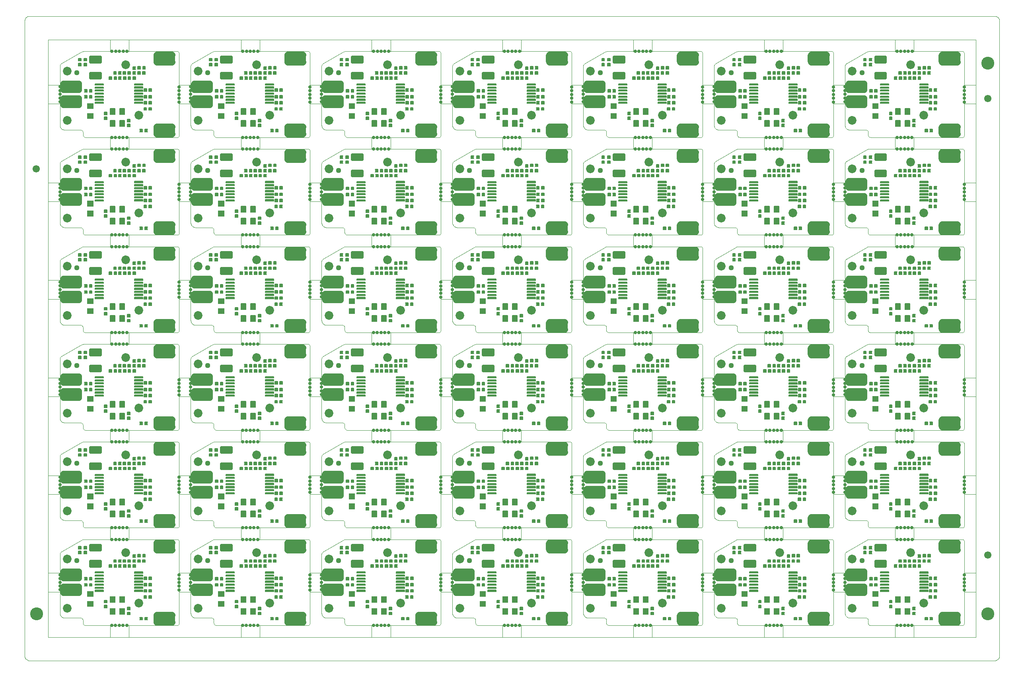
<source format=gts>
*
%FSLAX35Y35*%
%MOMM*%
%ADD10R,0.569000X0.569000*%
%ADD11C,0.152000*%
%ADD12R,1.019000X1.019000*%
%ADD13R,1.421000X1.421000*%
%ADD14C,1.300000*%
%ADD15R,0.297000X0.297000*%
%ADD16C,0.174000*%
%ADD17R,0.271000X0.271000*%
%ADD18C,0.150000*%
%ADD19R,1.137000X1.137000*%
%ADD20C,0.508000*%
%ADD21R,1.521000X1.521000*%
%ADD22C,1.400000*%
%ADD23C,1.121000*%
%ADD24R,1.213180X1.213180*%
%ADD25C,1.850000*%
%ADD26C,1.550000*%
%ADD27C,2.750000*%
%ADD28C,0.700000*%
%ADD29C,0.120000*%
%ADD30R,0.101000X0.101000*%
%IPPOS*%
%LN2697ay02f009566a0.gts*%
%LPD*%
G75*
G54D10*
X00649066Y00862977D02*
X00664266D01*
G54D11*
X00628216Y00891427D02*
X00685116D01*
X00628216Y00834527D02*
X00685116D01*
G54D10*
X00544926Y00862977D02*
X00560126D01*
G54D11*
X00524076Y00891427D02*
X00580976D01*
X00524076Y00834527D02*
X00580976D01*
G54D10*
X00649066Y00993114D02*
X00664266D01*
G54D11*
X00628216Y01021564D02*
X00685116D01*
X00628216Y00964664D02*
X00685116D01*
G54D10*
X00544926Y00993114D02*
X00560126D01*
G54D11*
X00524076Y01021564D02*
X00580976D01*
X00524076Y00964664D02*
X00580976D01*
G54D12*
X01326591Y00275886D02*
Y00316086D01*
G54D11*
X01275641Y00232536D02*
Y00359436D01*
X01377541Y00232536D02*
Y00359436D01*
G54D12*
X01326591Y00529886D02*
Y00570086D01*
G54D11*
X01275641Y00486536D02*
Y00613436D01*
X01377541Y00486536D02*
Y00613436D01*
G54D12*
X01123391Y00529886D02*
Y00570086D01*
G54D11*
X01072441Y00486536D02*
Y00613436D01*
X01174341Y00486536D02*
Y00613436D01*
G54D12*
X01123391Y00275886D02*
Y00316086D01*
G54D11*
X01072441Y00232536D02*
Y00359436D01*
X01174341Y00232536D02*
Y00359436D01*
G54D10*
X01268191Y01369999D02*
X01283391D01*
G54D11*
X01247341Y01398449D02*
X01304241D01*
X01247341Y01341549D02*
X01304241D01*
G54D10*
X01164051Y01369999D02*
X01179251D01*
G54D11*
X01143201Y01398449D02*
X01200101D01*
X01143201Y01341549D02*
X01200101D01*
G54D10*
X00414395Y01551203D02*
X00429595D01*
G54D11*
X00393545Y01579653D02*
X00450445D01*
X00393545Y01522753D02*
X00450445D01*
G54D10*
X00414395Y01655343D02*
X00429595D01*
G54D11*
X00393545Y01683793D02*
X00450445D01*
X00393545Y01626893D02*
X00450445D01*
G54D10*
X01916196Y00735990D02*
X01931395D01*
G54D11*
X01895345Y00764440D02*
X01952246D01*
X01895345Y00707540D02*
X01952246D01*
G54D10*
X01812056Y00735990D02*
X01827256D01*
G54D11*
X01791205Y00764440D02*
X01848105D01*
X01791205Y00707540D02*
X01848105D01*
G54D10*
X01912195Y00605002D02*
X01927395D01*
G54D11*
X01891345Y00633452D02*
X01948245D01*
X01891345Y00576552D02*
X01948245D01*
G54D10*
X01808055Y00605002D02*
X01823255D01*
G54D11*
X01787205Y00633452D02*
X01844105D01*
X01787205Y00576552D02*
X01844105D01*
G54D10*
X01916196Y00865987D02*
X01931395D01*
G54D11*
X01895345Y00894437D02*
X01952246D01*
X01895345Y00837537D02*
X01952246D01*
G54D10*
X01812056Y00865987D02*
X01827256D01*
G54D11*
X01791205Y00894437D02*
X01848105D01*
X01791205Y00837537D02*
X01848105D01*
G54D10*
X01915205Y01005001D02*
X01930405D01*
G54D11*
X01894355Y01033451D02*
X01951255D01*
X01894355Y00976551D02*
X01951255D01*
G54D10*
X01811065Y01005001D02*
X01826265D01*
G54D11*
X01790215Y01033451D02*
X01847115D01*
X01790215Y00976551D02*
X01847115D01*
G54D10*
X01722597Y00143002D02*
X01737797D01*
G54D11*
X01701747Y00171451D02*
X01758647D01*
X01701747Y00114552D02*
X01758647D01*
G54D10*
X01826737Y00143002D02*
X01841937D01*
G54D11*
X01805887Y00171451D02*
X01862787D01*
X01805887Y00114552D02*
X01862787D01*
G54D10*
X01678604Y01483994D02*
X01693804D01*
G54D11*
X01657754Y01512445D02*
X01714654D01*
X01657754Y01455545D02*
X01714654D01*
G54D10*
X01782744Y01483994D02*
X01797944D01*
G54D11*
X01761894Y01512445D02*
X01818794D01*
X01761894Y01455545D02*
X01818794D01*
G54D10*
X01573397Y01369199D02*
X01588597D01*
G54D11*
X01552547Y01397649D02*
X01609447D01*
X01552547Y01340749D02*
X01609447D01*
G54D10*
X01573397Y01473339D02*
X01588597D01*
G54D11*
X01552547Y01501789D02*
X01609447D01*
X01552547Y01444889D02*
X01609447D01*
G54D10*
X01675594Y01369999D02*
X01690794D01*
G54D11*
X01654744Y01398449D02*
X01711644D01*
X01654744Y01341549D02*
X01711644D01*
G54D10*
X01779734Y01369999D02*
X01794934D01*
G54D11*
X01758884Y01398449D02*
X01815784D01*
X01758884Y01341549D02*
X01815784D01*
G54D10*
X01457395Y00252196D02*
X01472595D01*
G54D11*
X01436545Y00280646D02*
X01493445D01*
X01436545Y00223746D02*
X01493445D01*
G54D10*
X01457395Y00356336D02*
X01472595D01*
G54D11*
X01436545Y00384786D02*
X01493445D01*
X01436545Y00327886D02*
X01493445D01*
G54D10*
X00965397Y00507796D02*
X00980597D01*
G54D11*
X00944547Y00536246D02*
X01001447D01*
X00944547Y00479346D02*
X01001447D01*
G54D10*
X00965397Y00403656D02*
X00980597D01*
G54D11*
X00944547Y00432106D02*
X01001447D01*
X00944547Y00375206D02*
X01001447D01*
G54D10*
X01469587Y01261999D02*
X01484787D01*
G54D11*
X01448737Y01290449D02*
X01505637D01*
X01448737Y01233548D02*
X01505637D01*
G54D10*
X01573727Y01261999D02*
X01588927D01*
G54D11*
X01552877Y01290449D02*
X01609777D01*
X01552877Y01233548D02*
X01609777D01*
G54D10*
X01068598Y01261999D02*
X01083798D01*
G54D11*
X01047748Y01290449D02*
X01104648D01*
X01047748Y01233548D02*
X01104648D01*
G54D10*
X01172737Y01261999D02*
X01187938D01*
G54D11*
X01151888Y01290449D02*
X01208788D01*
X01151888Y01233548D02*
X01208788D01*
G54D10*
X01268597Y01261999D02*
X01283797D01*
G54D11*
X01247747Y01290449D02*
X01304647D01*
X01247747Y01233548D02*
X01304647D01*
G54D10*
X01372737Y01261999D02*
X01387937D01*
G54D11*
X01351887Y01290449D02*
X01408787D01*
X01351887Y01233548D02*
X01408787D01*
G54D10*
X01363593Y01369999D02*
X01378793D01*
G54D11*
X01342743Y01398449D02*
X01399643D01*
X01342743Y01341549D02*
X01399643D01*
G54D10*
X01467733Y01369999D02*
X01482933D01*
G54D11*
X01446883Y01398449D02*
X01503783D01*
X01446883Y01341549D02*
X01503783D01*
G54D10*
X00534397Y01655800D02*
X00549597D01*
G54D11*
X00513547Y01684250D02*
X00570447D01*
X00513547Y01627350D02*
X00570447D01*
G54D10*
X00534397Y01551660D02*
X00549597D01*
G54D11*
X00513547Y01580110D02*
X00570447D01*
X00513547Y01523210D02*
X00570447D01*
G54D13*
X00079001Y01079982D02*
X00399001D01*
G54D14*
X00072951Y01151032D02*
X00405051D01*
X00072951Y01008932D02*
X00405051D01*
G54D13*
X00079001Y00759968D02*
X00399001D01*
G54D14*
X00072951Y00831017D02*
X00405051D01*
X00072951Y00688918D02*
X00405051D01*
G54D15*
X01597790Y00736003D02*
X01760190D01*
G54D16*
X01591640Y00750852D02*
X01766340D01*
X01591640Y00721153D02*
X01766340D01*
G54D15*
X01597790Y00801001D02*
X01760190D01*
G54D16*
X01591640Y00815851D02*
X01766340D01*
X01591640Y00786151D02*
X01766340D01*
G54D15*
X01597790Y00866000D02*
X01760190D01*
G54D16*
X01591640Y00880850D02*
X01766340D01*
X01591640Y00851150D02*
X01766340D01*
G54D15*
X01597790Y00930998D02*
X01760190D01*
G54D16*
X01591640Y00945849D02*
X01766340D01*
X01591640Y00916148D02*
X01766340D01*
G54D15*
X01597790Y00995997D02*
X01760190D01*
G54D16*
X01591640Y01010847D02*
X01766340D01*
X01591640Y00981147D02*
X01766340D01*
G54D15*
X01597790Y01060996D02*
X01760190D01*
G54D16*
X01591640Y01075846D02*
X01766340D01*
X01591640Y01046146D02*
X01766340D01*
G54D15*
X01597790Y01125994D02*
X01760190D01*
G54D16*
X01591640Y01140844D02*
X01766340D01*
X01591640Y01111144D02*
X01766340D01*
G54D17*
X00756487Y01125994D02*
X00921487D01*
G54D18*
X00750437Y01139544D02*
X00927537D01*
X00750437Y01112444D02*
X00927537D01*
G54D17*
X00756487Y01060996D02*
X00921487D01*
G54D18*
X00750437Y01074546D02*
X00927537D01*
X00750437Y01047445D02*
X00927537D01*
G54D17*
X00756487Y00995997D02*
X00921487D01*
G54D18*
X00750437Y01009547D02*
X00927537D01*
X00750437Y00982447D02*
X00927537D01*
G54D17*
X00756487Y00930998D02*
X00921487D01*
G54D18*
X00750437Y00944549D02*
X00927537D01*
X00750437Y00917449D02*
X00927537D01*
G54D17*
X00756487Y00866000D02*
X00921487D01*
G54D18*
X00750437Y00879550D02*
X00927537D01*
X00750437Y00852450D02*
X00927537D01*
G54D17*
X00756487Y00801001D02*
X00921487D01*
G54D18*
X00750437Y00814551D02*
X00927537D01*
X00750437Y00787451D02*
X00927537D01*
G54D17*
X00756487Y00736003D02*
X00921487D01*
G54D18*
X00750437Y00749553D02*
X00927537D01*
X00750437Y00722453D02*
X00927537D01*
G54D19*
X00682802Y01654454D02*
X00835202D01*
G54D20*
X00651352Y01711304D02*
X00866652D01*
X00651352Y01597604D02*
X00866652D01*
G54D19*
X00682802Y01311554D02*
X00835202D01*
G54D20*
X00651352Y01368404D02*
X00866652D01*
X00651352Y01254704D02*
X00866652D01*
G54D21*
X02067004Y00145377D02*
X02377004D01*
G54D22*
X02060954Y00221427D02*
X02383054D01*
X02060954Y00069327D02*
X02383054D01*
G54D21*
X02067004Y01684375D02*
X02377004D01*
G54D22*
X02060954Y01760425D02*
X02383054D01*
X02060954Y01608325D02*
X02383054D01*
G54D23*
X00360984Y01375994D03*
G54D24*
X00640918Y00666419D02*
X00651078D01*
X00640918Y00455599D02*
X00651078D01*
G54D25*
X00154000Y00359003D03*
Y01408988D03*
X01399006Y01549120D03*
X01678990Y00469493D03*
G54D10*
X00649066Y02942977D02*
X00664266D01*
G54D11*
X00628216Y02971427D02*
X00685116D01*
X00628216Y02914527D02*
X00685116D01*
G54D10*
X00544926Y02942977D02*
X00560126D01*
G54D11*
X00524076Y02971427D02*
X00580976D01*
X00524076Y02914527D02*
X00580976D01*
G54D10*
X00649066Y03073114D02*
X00664266D01*
G54D11*
X00628216Y03101564D02*
X00685116D01*
X00628216Y03044664D02*
X00685116D01*
G54D10*
X00544926Y03073114D02*
X00560126D01*
G54D11*
X00524076Y03101564D02*
X00580976D01*
X00524076Y03044664D02*
X00580976D01*
G54D12*
X01326591Y02355886D02*
Y02396086D01*
G54D11*
X01275641Y02312536D02*
Y02439436D01*
X01377541Y02312536D02*
Y02439436D01*
G54D12*
X01326591Y02609886D02*
Y02650086D01*
G54D11*
X01275641Y02566536D02*
Y02693436D01*
X01377541Y02566536D02*
Y02693436D01*
G54D12*
X01123391Y02609886D02*
Y02650086D01*
G54D11*
X01072441Y02566536D02*
Y02693436D01*
X01174341Y02566536D02*
Y02693436D01*
G54D12*
X01123391Y02355886D02*
Y02396086D01*
G54D11*
X01072441Y02312536D02*
Y02439436D01*
X01174341Y02312536D02*
Y02439436D01*
G54D10*
X01268191Y03449999D02*
X01283391D01*
G54D11*
X01247341Y03478449D02*
X01304241D01*
X01247341Y03421549D02*
X01304241D01*
G54D10*
X01164051Y03449999D02*
X01179251D01*
G54D11*
X01143201Y03478449D02*
X01200101D01*
X01143201Y03421549D02*
X01200101D01*
G54D10*
X00414395Y03631203D02*
X00429595D01*
G54D11*
X00393545Y03659653D02*
X00450445D01*
X00393545Y03602753D02*
X00450445D01*
G54D10*
X00414395Y03735343D02*
X00429595D01*
G54D11*
X00393545Y03763793D02*
X00450445D01*
X00393545Y03706893D02*
X00450445D01*
G54D10*
X01916196Y02815990D02*
X01931395D01*
G54D11*
X01895345Y02844440D02*
X01952246D01*
X01895345Y02787540D02*
X01952246D01*
G54D10*
X01812056Y02815990D02*
X01827256D01*
G54D11*
X01791205Y02844440D02*
X01848105D01*
X01791205Y02787540D02*
X01848105D01*
G54D10*
X01912195Y02685002D02*
X01927395D01*
G54D11*
X01891345Y02713452D02*
X01948245D01*
X01891345Y02656552D02*
X01948245D01*
G54D10*
X01808055Y02685002D02*
X01823255D01*
G54D11*
X01787205Y02713452D02*
X01844105D01*
X01787205Y02656552D02*
X01844105D01*
G54D10*
X01916196Y02945987D02*
X01931395D01*
G54D11*
X01895345Y02974437D02*
X01952246D01*
X01895345Y02917537D02*
X01952246D01*
G54D10*
X01812056Y02945987D02*
X01827256D01*
G54D11*
X01791205Y02974437D02*
X01848105D01*
X01791205Y02917537D02*
X01848105D01*
G54D10*
X01915205Y03085001D02*
X01930405D01*
G54D11*
X01894355Y03113451D02*
X01951255D01*
X01894355Y03056551D02*
X01951255D01*
G54D10*
X01811065Y03085001D02*
X01826265D01*
G54D11*
X01790215Y03113451D02*
X01847115D01*
X01790215Y03056551D02*
X01847115D01*
G54D10*
X01722597Y02223002D02*
X01737797D01*
G54D11*
X01701747Y02251452D02*
X01758647D01*
X01701747Y02194552D02*
X01758647D01*
G54D10*
X01826737Y02223002D02*
X01841937D01*
G54D11*
X01805887Y02251452D02*
X01862787D01*
X01805887Y02194552D02*
X01862787D01*
G54D10*
X01678604Y03563994D02*
X01693804D01*
G54D11*
X01657754Y03592445D02*
X01714654D01*
X01657754Y03535545D02*
X01714654D01*
G54D10*
X01782744Y03563994D02*
X01797944D01*
G54D11*
X01761894Y03592445D02*
X01818794D01*
X01761894Y03535545D02*
X01818794D01*
G54D10*
X01573397Y03449199D02*
X01588597D01*
G54D11*
X01552547Y03477649D02*
X01609447D01*
X01552547Y03420749D02*
X01609447D01*
G54D10*
X01573397Y03553339D02*
X01588597D01*
G54D11*
X01552547Y03581789D02*
X01609447D01*
X01552547Y03524889D02*
X01609447D01*
G54D10*
X01675594Y03449999D02*
X01690794D01*
G54D11*
X01654744Y03478449D02*
X01711644D01*
X01654744Y03421549D02*
X01711644D01*
G54D10*
X01779734Y03449999D02*
X01794934D01*
G54D11*
X01758884Y03478449D02*
X01815784D01*
X01758884Y03421549D02*
X01815784D01*
G54D10*
X01457395Y02332196D02*
X01472595D01*
G54D11*
X01436545Y02360646D02*
X01493445D01*
X01436545Y02303746D02*
X01493445D01*
G54D10*
X01457395Y02436336D02*
X01472595D01*
G54D11*
X01436545Y02464786D02*
X01493445D01*
X01436545Y02407886D02*
X01493445D01*
G54D10*
X00965397Y02587796D02*
X00980597D01*
G54D11*
X00944547Y02616246D02*
X01001447D01*
X00944547Y02559346D02*
X01001447D01*
G54D10*
X00965397Y02483656D02*
X00980597D01*
G54D11*
X00944547Y02512106D02*
X01001447D01*
X00944547Y02455206D02*
X01001447D01*
G54D10*
X01469587Y03341998D02*
X01484787D01*
G54D11*
X01448737Y03370449D02*
X01505637D01*
X01448737Y03313548D02*
X01505637D01*
G54D10*
X01573727Y03341998D02*
X01588927D01*
G54D11*
X01552877Y03370449D02*
X01609777D01*
X01552877Y03313548D02*
X01609777D01*
G54D10*
X01068598Y03341998D02*
X01083798D01*
G54D11*
X01047748Y03370449D02*
X01104648D01*
X01047748Y03313548D02*
X01104648D01*
G54D10*
X01172737Y03341998D02*
X01187938D01*
G54D11*
X01151888Y03370449D02*
X01208788D01*
X01151888Y03313548D02*
X01208788D01*
G54D10*
X01268597Y03341998D02*
X01283797D01*
G54D11*
X01247747Y03370449D02*
X01304647D01*
X01247747Y03313548D02*
X01304647D01*
G54D10*
X01372737Y03341998D02*
X01387937D01*
G54D11*
X01351887Y03370449D02*
X01408787D01*
X01351887Y03313548D02*
X01408787D01*
G54D10*
X01363593Y03449999D02*
X01378793D01*
G54D11*
X01342743Y03478449D02*
X01399643D01*
X01342743Y03421549D02*
X01399643D01*
G54D10*
X01467733Y03449999D02*
X01482933D01*
G54D11*
X01446883Y03478449D02*
X01503783D01*
X01446883Y03421549D02*
X01503783D01*
G54D10*
X00534397Y03735800D02*
X00549597D01*
G54D11*
X00513547Y03764250D02*
X00570447D01*
X00513547Y03707350D02*
X00570447D01*
G54D10*
X00534397Y03631660D02*
X00549597D01*
G54D11*
X00513547Y03660110D02*
X00570447D01*
X00513547Y03603210D02*
X00570447D01*
G54D13*
X00079001Y03159982D02*
X00399001D01*
G54D14*
X00072951Y03231032D02*
X00405051D01*
X00072951Y03088932D02*
X00405051D01*
G54D13*
X00079001Y02839968D02*
X00399001D01*
G54D14*
X00072951Y02911018D02*
X00405051D01*
X00072951Y02768918D02*
X00405051D01*
G54D15*
X01597790Y02816003D02*
X01760190D01*
G54D16*
X01591640Y02830852D02*
X01766340D01*
X01591640Y02801153D02*
X01766340D01*
G54D15*
X01597790Y02881001D02*
X01760190D01*
G54D16*
X01591640Y02895851D02*
X01766340D01*
X01591640Y02866151D02*
X01766340D01*
G54D15*
X01597790Y02946000D02*
X01760190D01*
G54D16*
X01591640Y02960850D02*
X01766340D01*
X01591640Y02931150D02*
X01766340D01*
G54D15*
X01597790Y03010999D02*
X01760190D01*
G54D16*
X01591640Y03025848D02*
X01766340D01*
X01591640Y02996149D02*
X01766340D01*
G54D15*
X01597790Y03075997D02*
X01760190D01*
G54D16*
X01591640Y03090847D02*
X01766340D01*
X01591640Y03061147D02*
X01766340D01*
G54D15*
X01597790Y03140996D02*
X01760190D01*
G54D16*
X01591640Y03155846D02*
X01766340D01*
X01591640Y03126146D02*
X01766340D01*
G54D15*
X01597790Y03205994D02*
X01760190D01*
G54D16*
X01591640Y03220844D02*
X01766340D01*
X01591640Y03191144D02*
X01766340D01*
G54D17*
X00756487Y03205994D02*
X00921487D01*
G54D18*
X00750437Y03219544D02*
X00927537D01*
X00750437Y03192444D02*
X00927537D01*
G54D17*
X00756487Y03140996D02*
X00921487D01*
G54D18*
X00750437Y03154546D02*
X00927537D01*
X00750437Y03127446D02*
X00927537D01*
G54D17*
X00756487Y03075997D02*
X00921487D01*
G54D18*
X00750437Y03089547D02*
X00927537D01*
X00750437Y03062447D02*
X00927537D01*
G54D17*
X00756487Y03010999D02*
X00921487D01*
G54D18*
X00750437Y03024549D02*
X00927537D01*
X00750437Y02997448D02*
X00927537D01*
G54D17*
X00756487Y02946000D02*
X00921487D01*
G54D18*
X00750437Y02959550D02*
X00927537D01*
X00750437Y02932450D02*
X00927537D01*
G54D17*
X00756487Y02881001D02*
X00921487D01*
G54D18*
X00750437Y02894551D02*
X00927537D01*
X00750437Y02867451D02*
X00927537D01*
G54D17*
X00756487Y02816003D02*
X00921487D01*
G54D18*
X00750437Y02829553D02*
X00927537D01*
X00750437Y02802453D02*
X00927537D01*
G54D19*
X00682802Y03734454D02*
X00835202D01*
G54D20*
X00651352Y03791304D02*
X00866652D01*
X00651352Y03677604D02*
X00866652D01*
G54D19*
X00682802Y03391554D02*
X00835202D01*
G54D20*
X00651352Y03448404D02*
X00866652D01*
X00651352Y03334704D02*
X00866652D01*
G54D21*
X02067004Y02225377D02*
X02377004D01*
G54D22*
X02060954Y02301427D02*
X02383054D01*
X02060954Y02149327D02*
X02383054D01*
G54D21*
X02067004Y03764375D02*
X02377004D01*
G54D22*
X02060954Y03840425D02*
X02383054D01*
X02060954Y03688325D02*
X02383054D01*
G54D23*
X00360984Y03455994D03*
G54D24*
X00640918Y02746419D02*
X00651078D01*
X00640918Y02535599D02*
X00651078D01*
G54D25*
X00154000Y02439003D03*
Y03488988D03*
X01399006Y03629120D03*
X01678990Y02549493D03*
G54D10*
X00649066Y05022977D02*
X00664266D01*
G54D11*
X00628216Y05051427D02*
X00685116D01*
X00628216Y04994527D02*
X00685116D01*
G54D10*
X00544926Y05022977D02*
X00560126D01*
G54D11*
X00524076Y05051427D02*
X00580976D01*
X00524076Y04994527D02*
X00580976D01*
G54D10*
X00649066Y05153114D02*
X00664266D01*
G54D11*
X00628216Y05181564D02*
X00685116D01*
X00628216Y05124664D02*
X00685116D01*
G54D10*
X00544926Y05153114D02*
X00560126D01*
G54D11*
X00524076Y05181564D02*
X00580976D01*
X00524076Y05124664D02*
X00580976D01*
G54D12*
X01326591Y04435886D02*
Y04476086D01*
G54D11*
X01275641Y04392536D02*
Y04519436D01*
X01377541Y04392536D02*
Y04519436D01*
G54D12*
X01326591Y04689886D02*
Y04730086D01*
G54D11*
X01275641Y04646536D02*
Y04773436D01*
X01377541Y04646536D02*
Y04773436D01*
G54D12*
X01123391Y04689886D02*
Y04730086D01*
G54D11*
X01072441Y04646536D02*
Y04773436D01*
X01174341Y04646536D02*
Y04773436D01*
G54D12*
X01123391Y04435886D02*
Y04476086D01*
G54D11*
X01072441Y04392536D02*
Y04519436D01*
X01174341Y04392536D02*
Y04519436D01*
G54D10*
X01268191Y05529999D02*
X01283391D01*
G54D11*
X01247341Y05558449D02*
X01304241D01*
X01247341Y05501549D02*
X01304241D01*
G54D10*
X01164051Y05529999D02*
X01179251D01*
G54D11*
X01143201Y05558449D02*
X01200101D01*
X01143201Y05501549D02*
X01200101D01*
G54D10*
X00414395Y05711203D02*
X00429595D01*
G54D11*
X00393545Y05739653D02*
X00450445D01*
X00393545Y05682753D02*
X00450445D01*
G54D10*
X00414395Y05815343D02*
X00429595D01*
G54D11*
X00393545Y05843793D02*
X00450445D01*
X00393545Y05786893D02*
X00450445D01*
G54D10*
X01916196Y04895990D02*
X01931395D01*
G54D11*
X01895345Y04924440D02*
X01952246D01*
X01895345Y04867540D02*
X01952246D01*
G54D10*
X01812056Y04895990D02*
X01827256D01*
G54D11*
X01791205Y04924440D02*
X01848105D01*
X01791205Y04867540D02*
X01848105D01*
G54D10*
X01912195Y04765002D02*
X01927395D01*
G54D11*
X01891345Y04793452D02*
X01948245D01*
X01891345Y04736552D02*
X01948245D01*
G54D10*
X01808055Y04765002D02*
X01823255D01*
G54D11*
X01787205Y04793452D02*
X01844105D01*
X01787205Y04736552D02*
X01844105D01*
G54D10*
X01916196Y05025987D02*
X01931395D01*
G54D11*
X01895345Y05054437D02*
X01952246D01*
X01895345Y04997537D02*
X01952246D01*
G54D10*
X01812056Y05025987D02*
X01827256D01*
G54D11*
X01791205Y05054437D02*
X01848105D01*
X01791205Y04997537D02*
X01848105D01*
G54D10*
X01915205Y05165001D02*
X01930405D01*
G54D11*
X01894355Y05193451D02*
X01951255D01*
X01894355Y05136551D02*
X01951255D01*
G54D10*
X01811065Y05165001D02*
X01826265D01*
G54D11*
X01790215Y05193451D02*
X01847115D01*
X01790215Y05136551D02*
X01847115D01*
G54D10*
X01722597Y04303002D02*
X01737797D01*
G54D11*
X01701747Y04331452D02*
X01758647D01*
X01701747Y04274552D02*
X01758647D01*
G54D10*
X01826737Y04303002D02*
X01841937D01*
G54D11*
X01805887Y04331452D02*
X01862787D01*
X01805887Y04274552D02*
X01862787D01*
G54D10*
X01678604Y05643995D02*
X01693804D01*
G54D11*
X01657754Y05672445D02*
X01714654D01*
X01657754Y05615545D02*
X01714654D01*
G54D10*
X01782744Y05643995D02*
X01797944D01*
G54D11*
X01761894Y05672445D02*
X01818794D01*
X01761894Y05615545D02*
X01818794D01*
G54D10*
X01573397Y05529199D02*
X01588597D01*
G54D11*
X01552547Y05557649D02*
X01609447D01*
X01552547Y05500749D02*
X01609447D01*
G54D10*
X01573397Y05633339D02*
X01588597D01*
G54D11*
X01552547Y05661789D02*
X01609447D01*
X01552547Y05604889D02*
X01609447D01*
G54D10*
X01675594Y05529999D02*
X01690794D01*
G54D11*
X01654744Y05558449D02*
X01711644D01*
X01654744Y05501549D02*
X01711644D01*
G54D10*
X01779734Y05529999D02*
X01794934D01*
G54D11*
X01758884Y05558449D02*
X01815784D01*
X01758884Y05501549D02*
X01815784D01*
G54D10*
X01457395Y04412196D02*
X01472595D01*
G54D11*
X01436545Y04440646D02*
X01493445D01*
X01436545Y04383746D02*
X01493445D01*
G54D10*
X01457395Y04516336D02*
X01472595D01*
G54D11*
X01436545Y04544786D02*
X01493445D01*
X01436545Y04487886D02*
X01493445D01*
G54D10*
X00965397Y04667796D02*
X00980597D01*
G54D11*
X00944547Y04696246D02*
X01001447D01*
X00944547Y04639346D02*
X01001447D01*
G54D10*
X00965397Y04563656D02*
X00980597D01*
G54D11*
X00944547Y04592106D02*
X01001447D01*
X00944547Y04535206D02*
X01001447D01*
G54D10*
X01469587Y05421998D02*
X01484787D01*
G54D11*
X01448737Y05450449D02*
X01505637D01*
X01448737Y05393549D02*
X01505637D01*
G54D10*
X01573727Y05421998D02*
X01588927D01*
G54D11*
X01552877Y05450449D02*
X01609777D01*
X01552877Y05393549D02*
X01609777D01*
G54D10*
X01068598Y05421998D02*
X01083798D01*
G54D11*
X01047748Y05450449D02*
X01104648D01*
X01047748Y05393549D02*
X01104648D01*
G54D10*
X01172737Y05421998D02*
X01187938D01*
G54D11*
X01151888Y05450449D02*
X01208788D01*
X01151888Y05393549D02*
X01208788D01*
G54D10*
X01268597Y05421998D02*
X01283797D01*
G54D11*
X01247747Y05450449D02*
X01304647D01*
X01247747Y05393549D02*
X01304647D01*
G54D10*
X01372737Y05421998D02*
X01387937D01*
G54D11*
X01351887Y05450449D02*
X01408787D01*
X01351887Y05393549D02*
X01408787D01*
G54D10*
X01363593Y05529999D02*
X01378793D01*
G54D11*
X01342743Y05558449D02*
X01399643D01*
X01342743Y05501549D02*
X01399643D01*
G54D10*
X01467733Y05529999D02*
X01482933D01*
G54D11*
X01446883Y05558449D02*
X01503783D01*
X01446883Y05501549D02*
X01503783D01*
G54D10*
X00534397Y05815800D02*
X00549597D01*
G54D11*
X00513547Y05844250D02*
X00570447D01*
X00513547Y05787350D02*
X00570447D01*
G54D10*
X00534397Y05711660D02*
X00549597D01*
G54D11*
X00513547Y05740110D02*
X00570447D01*
X00513547Y05683210D02*
X00570447D01*
G54D13*
X00079001Y05239982D02*
X00399001D01*
G54D14*
X00072951Y05311032D02*
X00405051D01*
X00072951Y05168932D02*
X00405051D01*
G54D13*
X00079001Y04919968D02*
X00399001D01*
G54D14*
X00072951Y04991017D02*
X00405051D01*
X00072951Y04848918D02*
X00405051D01*
G54D15*
X01597790Y04896002D02*
X01760190D01*
G54D16*
X01591640Y04910853D02*
X01766340D01*
X01591640Y04881153D02*
X01766340D01*
G54D15*
X01597790Y04961001D02*
X01760190D01*
G54D16*
X01591640Y04975851D02*
X01766340D01*
X01591640Y04946151D02*
X01766340D01*
G54D15*
X01597790Y05026000D02*
X01760190D01*
G54D16*
X01591640Y05040850D02*
X01766340D01*
X01591640Y05011150D02*
X01766340D01*
G54D15*
X01597790Y05090999D02*
X01760190D01*
G54D16*
X01591640Y05105849D02*
X01766340D01*
X01591640Y05076149D02*
X01766340D01*
G54D15*
X01597790Y05155997D02*
X01760190D01*
G54D16*
X01591640Y05170847D02*
X01766340D01*
X01591640Y05141147D02*
X01766340D01*
G54D15*
X01597790Y05220995D02*
X01760190D01*
G54D16*
X01591640Y05235845D02*
X01766340D01*
X01591640Y05206146D02*
X01766340D01*
G54D15*
X01597790Y05285994D02*
X01760190D01*
G54D16*
X01591640Y05300844D02*
X01766340D01*
X01591640Y05271144D02*
X01766340D01*
G54D17*
X00756487Y05285994D02*
X00921487D01*
G54D18*
X00750437Y05299544D02*
X00927537D01*
X00750437Y05272444D02*
X00927537D01*
G54D17*
X00756487Y05220995D02*
X00921487D01*
G54D18*
X00750437Y05234545D02*
X00927537D01*
X00750437Y05207445D02*
X00927537D01*
G54D17*
X00756487Y05155997D02*
X00921487D01*
G54D18*
X00750437Y05169547D02*
X00927537D01*
X00750437Y05142447D02*
X00927537D01*
G54D17*
X00756487Y05090999D02*
X00921487D01*
G54D18*
X00750437Y05104549D02*
X00927537D01*
X00750437Y05077449D02*
X00927537D01*
G54D17*
X00756487Y05026000D02*
X00921487D01*
G54D18*
X00750437Y05039550D02*
X00927537D01*
X00750437Y05012450D02*
X00927537D01*
G54D17*
X00756487Y04961001D02*
X00921487D01*
G54D18*
X00750437Y04974551D02*
X00927537D01*
X00750437Y04947451D02*
X00927537D01*
G54D17*
X00756487Y04896002D02*
X00921487D01*
G54D18*
X00750437Y04909552D02*
X00927537D01*
X00750437Y04882452D02*
X00927537D01*
G54D19*
X00682802Y05814454D02*
X00835202D01*
G54D20*
X00651352Y05871304D02*
X00866652D01*
X00651352Y05757604D02*
X00866652D01*
G54D19*
X00682802Y05471554D02*
X00835202D01*
G54D20*
X00651352Y05528404D02*
X00866652D01*
X00651352Y05414704D02*
X00866652D01*
G54D21*
X02067004Y04305377D02*
X02377004D01*
G54D22*
X02060954Y04381427D02*
X02383054D01*
X02060954Y04229327D02*
X02383054D01*
G54D21*
X02067004Y05844375D02*
X02377004D01*
G54D22*
X02060954Y05920425D02*
X02383054D01*
X02060954Y05768325D02*
X02383054D01*
G54D23*
X00360984Y05535994D03*
G54D24*
X00640918Y04826419D02*
X00651078D01*
X00640918Y04615599D02*
X00651078D01*
G54D25*
X00154000Y04519003D03*
Y05568988D03*
X01399006Y05709120D03*
X01678990Y04629493D03*
G54D10*
X00649066Y07102977D02*
X00664266D01*
G54D11*
X00628216Y07131427D02*
X00685116D01*
X00628216Y07074527D02*
X00685116D01*
G54D10*
X00544926Y07102977D02*
X00560126D01*
G54D11*
X00524076Y07131427D02*
X00580976D01*
X00524076Y07074527D02*
X00580976D01*
G54D10*
X00649066Y07233114D02*
X00664266D01*
G54D11*
X00628216Y07261564D02*
X00685116D01*
X00628216Y07204664D02*
X00685116D01*
G54D10*
X00544926Y07233114D02*
X00560126D01*
G54D11*
X00524076Y07261564D02*
X00580976D01*
X00524076Y07204664D02*
X00580976D01*
G54D12*
X01326591Y06515886D02*
Y06556086D01*
G54D11*
X01275641Y06472536D02*
Y06599436D01*
X01377541Y06472536D02*
Y06599436D01*
G54D12*
X01326591Y06769886D02*
Y06810086D01*
G54D11*
X01275641Y06726536D02*
Y06853436D01*
X01377541Y06726536D02*
Y06853436D01*
G54D12*
X01123391Y06769886D02*
Y06810086D01*
G54D11*
X01072441Y06726536D02*
Y06853436D01*
X01174341Y06726536D02*
Y06853436D01*
G54D12*
X01123391Y06515886D02*
Y06556086D01*
G54D11*
X01072441Y06472536D02*
Y06599436D01*
X01174341Y06472536D02*
Y06599436D01*
G54D10*
X01268191Y07609999D02*
X01283391D01*
G54D11*
X01247341Y07638449D02*
X01304241D01*
X01247341Y07581549D02*
X01304241D01*
G54D10*
X01164051Y07609999D02*
X01179251D01*
G54D11*
X01143201Y07638449D02*
X01200101D01*
X01143201Y07581549D02*
X01200101D01*
G54D10*
X00414395Y07791203D02*
X00429595D01*
G54D11*
X00393545Y07819653D02*
X00450445D01*
X00393545Y07762753D02*
X00450445D01*
G54D10*
X00414395Y07895343D02*
X00429595D01*
G54D11*
X00393545Y07923793D02*
X00450445D01*
X00393545Y07866893D02*
X00450445D01*
G54D10*
X01916196Y06975990D02*
X01931395D01*
G54D11*
X01895345Y07004440D02*
X01952246D01*
X01895345Y06947540D02*
X01952246D01*
G54D10*
X01812056Y06975990D02*
X01827256D01*
G54D11*
X01791205Y07004440D02*
X01848105D01*
X01791205Y06947540D02*
X01848105D01*
G54D10*
X01912195Y06845002D02*
X01927395D01*
G54D11*
X01891345Y06873452D02*
X01948245D01*
X01891345Y06816552D02*
X01948245D01*
G54D10*
X01808055Y06845002D02*
X01823255D01*
G54D11*
X01787205Y06873452D02*
X01844105D01*
X01787205Y06816552D02*
X01844105D01*
G54D10*
X01916196Y07105987D02*
X01931395D01*
G54D11*
X01895345Y07134437D02*
X01952246D01*
X01895345Y07077537D02*
X01952246D01*
G54D10*
X01812056Y07105987D02*
X01827256D01*
G54D11*
X01791205Y07134437D02*
X01848105D01*
X01791205Y07077537D02*
X01848105D01*
G54D10*
X01915205Y07245001D02*
X01930405D01*
G54D11*
X01894355Y07273451D02*
X01951255D01*
X01894355Y07216551D02*
X01951255D01*
G54D10*
X01811065Y07245001D02*
X01826265D01*
G54D11*
X01790215Y07273451D02*
X01847115D01*
X01790215Y07216551D02*
X01847115D01*
G54D10*
X01722597Y06383001D02*
X01737797D01*
G54D11*
X01701747Y06411452D02*
X01758647D01*
X01701747Y06354551D02*
X01758647D01*
G54D10*
X01826737Y06383001D02*
X01841937D01*
G54D11*
X01805887Y06411452D02*
X01862787D01*
X01805887Y06354551D02*
X01862787D01*
G54D10*
X01678604Y07723994D02*
X01693804D01*
G54D11*
X01657754Y07752444D02*
X01714654D01*
X01657754Y07695545D02*
X01714654D01*
G54D10*
X01782744Y07723994D02*
X01797944D01*
G54D11*
X01761894Y07752444D02*
X01818794D01*
X01761894Y07695545D02*
X01818794D01*
G54D10*
X01573397Y07609199D02*
X01588597D01*
G54D11*
X01552547Y07637649D02*
X01609447D01*
X01552547Y07580749D02*
X01609447D01*
G54D10*
X01573397Y07713339D02*
X01588597D01*
G54D11*
X01552547Y07741789D02*
X01609447D01*
X01552547Y07684889D02*
X01609447D01*
G54D10*
X01675594Y07609999D02*
X01690794D01*
G54D11*
X01654744Y07638449D02*
X01711644D01*
X01654744Y07581549D02*
X01711644D01*
G54D10*
X01779734Y07609999D02*
X01794934D01*
G54D11*
X01758884Y07638449D02*
X01815784D01*
X01758884Y07581549D02*
X01815784D01*
G54D10*
X01457395Y06492196D02*
X01472595D01*
G54D11*
X01436545Y06520646D02*
X01493445D01*
X01436545Y06463746D02*
X01493445D01*
G54D10*
X01457395Y06596336D02*
X01472595D01*
G54D11*
X01436545Y06624786D02*
X01493445D01*
X01436545Y06567886D02*
X01493445D01*
G54D10*
X00965397Y06747796D02*
X00980597D01*
G54D11*
X00944547Y06776246D02*
X01001447D01*
X00944547Y06719346D02*
X01001447D01*
G54D10*
X00965397Y06643656D02*
X00980597D01*
G54D11*
X00944547Y06672106D02*
X01001447D01*
X00944547Y06615206D02*
X01001447D01*
G54D10*
X01469587Y07501999D02*
X01484787D01*
G54D11*
X01448737Y07530449D02*
X01505637D01*
X01448737Y07473549D02*
X01505637D01*
G54D10*
X01573727Y07501999D02*
X01588927D01*
G54D11*
X01552877Y07530449D02*
X01609777D01*
X01552877Y07473549D02*
X01609777D01*
G54D10*
X01068598Y07501999D02*
X01083798D01*
G54D11*
X01047748Y07530449D02*
X01104648D01*
X01047748Y07473549D02*
X01104648D01*
G54D10*
X01172737Y07501999D02*
X01187938D01*
G54D11*
X01151888Y07530449D02*
X01208788D01*
X01151888Y07473549D02*
X01208788D01*
G54D10*
X01268597Y07501999D02*
X01283797D01*
G54D11*
X01247747Y07530449D02*
X01304647D01*
X01247747Y07473549D02*
X01304647D01*
G54D10*
X01372737Y07501999D02*
X01387937D01*
G54D11*
X01351887Y07530449D02*
X01408787D01*
X01351887Y07473549D02*
X01408787D01*
G54D10*
X01363593Y07609999D02*
X01378793D01*
G54D11*
X01342743Y07638449D02*
X01399643D01*
X01342743Y07581549D02*
X01399643D01*
G54D10*
X01467733Y07609999D02*
X01482933D01*
G54D11*
X01446883Y07638449D02*
X01503783D01*
X01446883Y07581549D02*
X01503783D01*
G54D10*
X00534397Y07895800D02*
X00549597D01*
G54D11*
X00513547Y07924250D02*
X00570447D01*
X00513547Y07867350D02*
X00570447D01*
G54D10*
X00534397Y07791660D02*
X00549597D01*
G54D11*
X00513547Y07820110D02*
X00570447D01*
X00513547Y07763210D02*
X00570447D01*
G54D13*
X00079001Y07319982D02*
X00399001D01*
G54D14*
X00072951Y07391032D02*
X00405051D01*
X00072951Y07248932D02*
X00405051D01*
G54D13*
X00079001Y06999968D02*
X00399001D01*
G54D14*
X00072951Y07071017D02*
X00405051D01*
X00072951Y06928918D02*
X00405051D01*
G54D15*
X01597790Y06976003D02*
X01760190D01*
G54D16*
X01591640Y06990853D02*
X01766340D01*
X01591640Y06961153D02*
X01766340D01*
G54D15*
X01597790Y07041001D02*
X01760190D01*
G54D16*
X01591640Y07055851D02*
X01766340D01*
X01591640Y07026151D02*
X01766340D01*
G54D15*
X01597790Y07106000D02*
X01760190D01*
G54D16*
X01591640Y07120850D02*
X01766340D01*
X01591640Y07091150D02*
X01766340D01*
G54D15*
X01597790Y07170998D02*
X01760190D01*
G54D16*
X01591640Y07185849D02*
X01766340D01*
X01591640Y07156148D02*
X01766340D01*
G54D15*
X01597790Y07235997D02*
X01760190D01*
G54D16*
X01591640Y07250847D02*
X01766340D01*
X01591640Y07221147D02*
X01766340D01*
G54D15*
X01597790Y07300995D02*
X01760190D01*
G54D16*
X01591640Y07315846D02*
X01766340D01*
X01591640Y07286145D02*
X01766340D01*
G54D15*
X01597790Y07365994D02*
X01760190D01*
G54D16*
X01591640Y07380844D02*
X01766340D01*
X01591640Y07351144D02*
X01766340D01*
G54D17*
X00756487Y07365994D02*
X00921487D01*
G54D18*
X00750437Y07379544D02*
X00927537D01*
X00750437Y07352444D02*
X00927537D01*
G54D17*
X00756487Y07300995D02*
X00921487D01*
G54D18*
X00750437Y07314545D02*
X00927537D01*
X00750437Y07287446D02*
X00927537D01*
G54D17*
X00756487Y07235997D02*
X00921487D01*
G54D18*
X00750437Y07249547D02*
X00927537D01*
X00750437Y07222447D02*
X00927537D01*
G54D17*
X00756487Y07170998D02*
X00921487D01*
G54D18*
X00750437Y07184549D02*
X00927537D01*
X00750437Y07157449D02*
X00927537D01*
G54D17*
X00756487Y07106000D02*
X00921487D01*
G54D18*
X00750437Y07119550D02*
X00927537D01*
X00750437Y07092450D02*
X00927537D01*
G54D17*
X00756487Y07041001D02*
X00921487D01*
G54D18*
X00750437Y07054551D02*
X00927537D01*
X00750437Y07027451D02*
X00927537D01*
G54D17*
X00756487Y06976003D02*
X00921487D01*
G54D18*
X00750437Y06989552D02*
X00927537D01*
X00750437Y06962452D02*
X00927537D01*
G54D19*
X00682802Y07894454D02*
X00835202D01*
G54D20*
X00651352Y07951304D02*
X00866652D01*
X00651352Y07837604D02*
X00866652D01*
G54D19*
X00682802Y07551554D02*
X00835202D01*
G54D20*
X00651352Y07608404D02*
X00866652D01*
X00651352Y07494704D02*
X00866652D01*
G54D21*
X02067004Y06385377D02*
X02377004D01*
G54D22*
X02060954Y06461427D02*
X02383054D01*
X02060954Y06309327D02*
X02383054D01*
G54D21*
X02067004Y07924375D02*
X02377004D01*
G54D22*
X02060954Y08000425D02*
X02383054D01*
X02060954Y07848325D02*
X02383054D01*
G54D23*
X00360984Y07615994D03*
G54D24*
X00640918Y06906419D02*
X00651078D01*
X00640918Y06695599D02*
X00651078D01*
G54D25*
X00154000Y06599003D03*
Y07648988D03*
X01399006Y07789120D03*
X01678990Y06709493D03*
G54D10*
X00649066Y09182977D02*
X00664266D01*
G54D11*
X00628216Y09211427D02*
X00685116D01*
X00628216Y09154527D02*
X00685116D01*
G54D10*
X00544926Y09182977D02*
X00560126D01*
G54D11*
X00524076Y09211427D02*
X00580976D01*
X00524076Y09154527D02*
X00580976D01*
G54D10*
X00649066Y09313114D02*
X00664266D01*
G54D11*
X00628216Y09341564D02*
X00685116D01*
X00628216Y09284664D02*
X00685116D01*
G54D10*
X00544926Y09313114D02*
X00560126D01*
G54D11*
X00524076Y09341564D02*
X00580976D01*
X00524076Y09284664D02*
X00580976D01*
G54D12*
X01326591Y08595886D02*
Y08636086D01*
G54D11*
X01275641Y08552536D02*
Y08679436D01*
X01377541Y08552536D02*
Y08679436D01*
G54D12*
X01326591Y08849886D02*
Y08890086D01*
G54D11*
X01275641Y08806536D02*
Y08933436D01*
X01377541Y08806536D02*
Y08933436D01*
G54D12*
X01123391Y08849886D02*
Y08890086D01*
G54D11*
X01072441Y08806536D02*
Y08933436D01*
X01174341Y08806536D02*
Y08933436D01*
G54D12*
X01123391Y08595886D02*
Y08636086D01*
G54D11*
X01072441Y08552536D02*
Y08679436D01*
X01174341Y08552536D02*
Y08679436D01*
G54D10*
X01268191Y09689999D02*
X01283391D01*
G54D11*
X01247341Y09718449D02*
X01304241D01*
X01247341Y09661549D02*
X01304241D01*
G54D10*
X01164051Y09689999D02*
X01179251D01*
G54D11*
X01143201Y09718449D02*
X01200101D01*
X01143201Y09661549D02*
X01200101D01*
G54D10*
X00414395Y09871203D02*
X00429595D01*
G54D11*
X00393545Y09899653D02*
X00450445D01*
X00393545Y09842753D02*
X00450445D01*
G54D10*
X00414395Y09975343D02*
X00429595D01*
G54D11*
X00393545Y10003793D02*
X00450445D01*
X00393545Y09946893D02*
X00450445D01*
G54D10*
X01916196Y09055990D02*
X01931395D01*
G54D11*
X01895345Y09084440D02*
X01952246D01*
X01895345Y09027540D02*
X01952246D01*
G54D10*
X01812056Y09055990D02*
X01827256D01*
G54D11*
X01791205Y09084440D02*
X01848105D01*
X01791205Y09027540D02*
X01848105D01*
G54D10*
X01912195Y08925002D02*
X01927395D01*
G54D11*
X01891345Y08953452D02*
X01948245D01*
X01891345Y08896552D02*
X01948245D01*
G54D10*
X01808055Y08925002D02*
X01823255D01*
G54D11*
X01787205Y08953452D02*
X01844105D01*
X01787205Y08896552D02*
X01844105D01*
G54D10*
X01916196Y09185987D02*
X01931395D01*
G54D11*
X01895345Y09214437D02*
X01952246D01*
X01895345Y09157537D02*
X01952246D01*
G54D10*
X01812056Y09185987D02*
X01827256D01*
G54D11*
X01791205Y09214437D02*
X01848105D01*
X01791205Y09157537D02*
X01848105D01*
G54D10*
X01915205Y09325001D02*
X01930405D01*
G54D11*
X01894355Y09353451D02*
X01951255D01*
X01894355Y09296551D02*
X01951255D01*
G54D10*
X01811065Y09325001D02*
X01826265D01*
G54D11*
X01790215Y09353451D02*
X01847115D01*
X01790215Y09296551D02*
X01847115D01*
G54D10*
X01722597Y08463002D02*
X01737797D01*
G54D11*
X01701747Y08491452D02*
X01758647D01*
X01701747Y08434552D02*
X01758647D01*
G54D10*
X01826737Y08463002D02*
X01841937D01*
G54D11*
X01805887Y08491452D02*
X01862787D01*
X01805887Y08434552D02*
X01862787D01*
G54D10*
X01678604Y09803994D02*
X01693804D01*
G54D11*
X01657754Y09832445D02*
X01714654D01*
X01657754Y09775545D02*
X01714654D01*
G54D10*
X01782744Y09803994D02*
X01797944D01*
G54D11*
X01761894Y09832445D02*
X01818794D01*
X01761894Y09775545D02*
X01818794D01*
G54D10*
X01573397Y09689199D02*
X01588597D01*
G54D11*
X01552547Y09717649D02*
X01609447D01*
X01552547Y09660749D02*
X01609447D01*
G54D10*
X01573397Y09793339D02*
X01588597D01*
G54D11*
X01552547Y09821789D02*
X01609447D01*
X01552547Y09764889D02*
X01609447D01*
G54D10*
X01675594Y09689999D02*
X01690794D01*
G54D11*
X01654744Y09718449D02*
X01711644D01*
X01654744Y09661549D02*
X01711644D01*
G54D10*
X01779734Y09689999D02*
X01794934D01*
G54D11*
X01758884Y09718449D02*
X01815784D01*
X01758884Y09661549D02*
X01815784D01*
G54D10*
X01457395Y08572196D02*
X01472595D01*
G54D11*
X01436545Y08600646D02*
X01493445D01*
X01436545Y08543746D02*
X01493445D01*
G54D10*
X01457395Y08676336D02*
X01472595D01*
G54D11*
X01436545Y08704786D02*
X01493445D01*
X01436545Y08647886D02*
X01493445D01*
G54D10*
X00965397Y08827796D02*
X00980597D01*
G54D11*
X00944547Y08856246D02*
X01001447D01*
X00944547Y08799346D02*
X01001447D01*
G54D10*
X00965397Y08723656D02*
X00980597D01*
G54D11*
X00944547Y08752106D02*
X01001447D01*
X00944547Y08695206D02*
X01001447D01*
G54D10*
X01469587Y09581999D02*
X01484787D01*
G54D11*
X01448737Y09610449D02*
X01505637D01*
X01448737Y09553549D02*
X01505637D01*
G54D10*
X01573727Y09581999D02*
X01588927D01*
G54D11*
X01552877Y09610449D02*
X01609777D01*
X01552877Y09553549D02*
X01609777D01*
G54D10*
X01068598Y09581999D02*
X01083798D01*
G54D11*
X01047748Y09610449D02*
X01104648D01*
X01047748Y09553549D02*
X01104648D01*
G54D10*
X01172737Y09581999D02*
X01187938D01*
G54D11*
X01151888Y09610449D02*
X01208788D01*
X01151888Y09553549D02*
X01208788D01*
G54D10*
X01268597Y09581999D02*
X01283797D01*
G54D11*
X01247747Y09610449D02*
X01304647D01*
X01247747Y09553549D02*
X01304647D01*
G54D10*
X01372737Y09581999D02*
X01387937D01*
G54D11*
X01351887Y09610449D02*
X01408787D01*
X01351887Y09553549D02*
X01408787D01*
G54D10*
X01363593Y09689999D02*
X01378793D01*
G54D11*
X01342743Y09718449D02*
X01399643D01*
X01342743Y09661549D02*
X01399643D01*
G54D10*
X01467733Y09689999D02*
X01482933D01*
G54D11*
X01446883Y09718449D02*
X01503783D01*
X01446883Y09661549D02*
X01503783D01*
G54D10*
X00534397Y09975800D02*
X00549597D01*
G54D11*
X00513547Y10004250D02*
X00570447D01*
X00513547Y09947350D02*
X00570447D01*
G54D10*
X00534397Y09871660D02*
X00549597D01*
G54D11*
X00513547Y09900110D02*
X00570447D01*
X00513547Y09843210D02*
X00570447D01*
G54D13*
X00079001Y09399982D02*
X00399001D01*
G54D14*
X00072951Y09471032D02*
X00405051D01*
X00072951Y09328932D02*
X00405051D01*
G54D13*
X00079001Y09079968D02*
X00399001D01*
G54D14*
X00072951Y09151017D02*
X00405051D01*
X00072951Y09008918D02*
X00405051D01*
G54D15*
X01597790Y09056003D02*
X01760190D01*
G54D16*
X01591640Y09070853D02*
X01766340D01*
X01591640Y09041153D02*
X01766340D01*
G54D15*
X01597790Y09121001D02*
X01760190D01*
G54D16*
X01591640Y09135851D02*
X01766340D01*
X01591640Y09106151D02*
X01766340D01*
G54D15*
X01597790Y09186000D02*
X01760190D01*
G54D16*
X01591640Y09200850D02*
X01766340D01*
X01591640Y09171150D02*
X01766340D01*
G54D15*
X01597790Y09250999D02*
X01760190D01*
G54D16*
X01591640Y09265849D02*
X01766340D01*
X01591640Y09236148D02*
X01766340D01*
G54D15*
X01597790Y09315997D02*
X01760190D01*
G54D16*
X01591640Y09330847D02*
X01766340D01*
X01591640Y09301147D02*
X01766340D01*
G54D15*
X01597790Y09380996D02*
X01760190D01*
G54D16*
X01591640Y09395846D02*
X01766340D01*
X01591640Y09366145D02*
X01766340D01*
G54D15*
X01597790Y09445994D02*
X01760190D01*
G54D16*
X01591640Y09460844D02*
X01766340D01*
X01591640Y09431144D02*
X01766340D01*
G54D17*
X00756487Y09445994D02*
X00921487D01*
G54D18*
X00750437Y09459544D02*
X00927537D01*
X00750437Y09432444D02*
X00927537D01*
G54D17*
X00756487Y09380996D02*
X00921487D01*
G54D18*
X00750437Y09394546D02*
X00927537D01*
X00750437Y09367446D02*
X00927537D01*
G54D17*
X00756487Y09315997D02*
X00921487D01*
G54D18*
X00750437Y09329547D02*
X00927537D01*
X00750437Y09302447D02*
X00927537D01*
G54D17*
X00756487Y09250999D02*
X00921487D01*
G54D18*
X00750437Y09264549D02*
X00927537D01*
X00750437Y09237449D02*
X00927537D01*
G54D17*
X00756487Y09186000D02*
X00921487D01*
G54D18*
X00750437Y09199550D02*
X00927537D01*
X00750437Y09172450D02*
X00927537D01*
G54D17*
X00756487Y09121001D02*
X00921487D01*
G54D18*
X00750437Y09134551D02*
X00927537D01*
X00750437Y09107451D02*
X00927537D01*
G54D17*
X00756487Y09056003D02*
X00921487D01*
G54D18*
X00750437Y09069552D02*
X00927537D01*
X00750437Y09042452D02*
X00927537D01*
G54D19*
X00682802Y09974454D02*
X00835202D01*
G54D20*
X00651352Y10031304D02*
X00866652D01*
X00651352Y09917604D02*
X00866652D01*
G54D19*
X00682802Y09631554D02*
X00835202D01*
G54D20*
X00651352Y09688404D02*
X00866652D01*
X00651352Y09574704D02*
X00866652D01*
G54D21*
X02067004Y08465377D02*
X02377004D01*
G54D22*
X02060954Y08541427D02*
X02383054D01*
X02060954Y08389327D02*
X02383054D01*
G54D21*
X02067004Y10004375D02*
X02377004D01*
G54D22*
X02060954Y10080425D02*
X02383054D01*
X02060954Y09928325D02*
X02383054D01*
G54D23*
X00360984Y09695994D03*
G54D24*
X00640918Y08986419D02*
X00651078D01*
X00640918Y08775599D02*
X00651078D01*
G54D25*
X00154000Y08679003D03*
Y09728988D03*
X01399006Y09869120D03*
X01678990Y08789493D03*
G54D10*
X00649066Y11262977D02*
X00664266D01*
G54D11*
X00628216Y11291427D02*
X00685116D01*
X00628216Y11234527D02*
X00685116D01*
G54D10*
X00544926Y11262977D02*
X00560126D01*
G54D11*
X00524076Y11291427D02*
X00580976D01*
X00524076Y11234527D02*
X00580976D01*
G54D10*
X00649066Y11393114D02*
X00664266D01*
G54D11*
X00628216Y11421564D02*
X00685116D01*
X00628216Y11364664D02*
X00685116D01*
G54D10*
X00544926Y11393114D02*
X00560126D01*
G54D11*
X00524076Y11421564D02*
X00580976D01*
X00524076Y11364664D02*
X00580976D01*
G54D12*
X01326591Y10675886D02*
Y10716086D01*
G54D11*
X01275641Y10632536D02*
Y10759436D01*
X01377541Y10632536D02*
Y10759436D01*
G54D12*
X01326591Y10929886D02*
Y10970086D01*
G54D11*
X01275641Y10886536D02*
Y11013436D01*
X01377541Y10886536D02*
Y11013436D01*
G54D12*
X01123391Y10929886D02*
Y10970086D01*
G54D11*
X01072441Y10886536D02*
Y11013436D01*
X01174341Y10886536D02*
Y11013436D01*
G54D12*
X01123391Y10675886D02*
Y10716086D01*
G54D11*
X01072441Y10632536D02*
Y10759436D01*
X01174341Y10632536D02*
Y10759436D01*
G54D10*
X01268191Y11769999D02*
X01283391D01*
G54D11*
X01247341Y11798449D02*
X01304241D01*
X01247341Y11741549D02*
X01304241D01*
G54D10*
X01164051Y11769999D02*
X01179251D01*
G54D11*
X01143201Y11798449D02*
X01200101D01*
X01143201Y11741549D02*
X01200101D01*
G54D10*
X00414395Y11951203D02*
X00429595D01*
G54D11*
X00393545Y11979653D02*
X00450445D01*
X00393545Y11922753D02*
X00450445D01*
G54D10*
X00414395Y12055343D02*
X00429595D01*
G54D11*
X00393545Y12083793D02*
X00450445D01*
X00393545Y12026893D02*
X00450445D01*
G54D10*
X01916196Y11135990D02*
X01931395D01*
G54D11*
X01895345Y11164440D02*
X01952246D01*
X01895345Y11107540D02*
X01952246D01*
G54D10*
X01812056Y11135990D02*
X01827256D01*
G54D11*
X01791205Y11164440D02*
X01848105D01*
X01791205Y11107540D02*
X01848105D01*
G54D10*
X01912195Y11005002D02*
X01927395D01*
G54D11*
X01891345Y11033452D02*
X01948245D01*
X01891345Y10976552D02*
X01948245D01*
G54D10*
X01808055Y11005002D02*
X01823255D01*
G54D11*
X01787205Y11033452D02*
X01844105D01*
X01787205Y10976552D02*
X01844105D01*
G54D10*
X01916196Y11265987D02*
X01931395D01*
G54D11*
X01895345Y11294437D02*
X01952246D01*
X01895345Y11237537D02*
X01952246D01*
G54D10*
X01812056Y11265987D02*
X01827256D01*
G54D11*
X01791205Y11294437D02*
X01848105D01*
X01791205Y11237537D02*
X01848105D01*
G54D10*
X01915205Y11405001D02*
X01930405D01*
G54D11*
X01894355Y11433451D02*
X01951255D01*
X01894355Y11376551D02*
X01951255D01*
G54D10*
X01811065Y11405001D02*
X01826265D01*
G54D11*
X01790215Y11433451D02*
X01847115D01*
X01790215Y11376551D02*
X01847115D01*
G54D10*
X01722597Y10543002D02*
X01737797D01*
G54D11*
X01701747Y10571452D02*
X01758647D01*
X01701747Y10514552D02*
X01758647D01*
G54D10*
X01826737Y10543002D02*
X01841937D01*
G54D11*
X01805887Y10571452D02*
X01862787D01*
X01805887Y10514552D02*
X01862787D01*
G54D10*
X01678604Y11883994D02*
X01693804D01*
G54D11*
X01657754Y11912444D02*
X01714654D01*
X01657754Y11855545D02*
X01714654D01*
G54D10*
X01782744Y11883994D02*
X01797944D01*
G54D11*
X01761894Y11912444D02*
X01818794D01*
X01761894Y11855545D02*
X01818794D01*
G54D10*
X01573397Y11769199D02*
X01588597D01*
G54D11*
X01552547Y11797649D02*
X01609447D01*
X01552547Y11740749D02*
X01609447D01*
G54D10*
X01573397Y11873339D02*
X01588597D01*
G54D11*
X01552547Y11901789D02*
X01609447D01*
X01552547Y11844889D02*
X01609447D01*
G54D10*
X01675594Y11769999D02*
X01690794D01*
G54D11*
X01654744Y11798449D02*
X01711644D01*
X01654744Y11741549D02*
X01711644D01*
G54D10*
X01779734Y11769999D02*
X01794934D01*
G54D11*
X01758884Y11798449D02*
X01815784D01*
X01758884Y11741549D02*
X01815784D01*
G54D10*
X01457395Y10652196D02*
X01472595D01*
G54D11*
X01436545Y10680646D02*
X01493445D01*
X01436545Y10623746D02*
X01493445D01*
G54D10*
X01457395Y10756336D02*
X01472595D01*
G54D11*
X01436545Y10784786D02*
X01493445D01*
X01436545Y10727886D02*
X01493445D01*
G54D10*
X00965397Y10907796D02*
X00980597D01*
G54D11*
X00944547Y10936246D02*
X01001447D01*
X00944547Y10879346D02*
X01001447D01*
G54D10*
X00965397Y10803656D02*
X00980597D01*
G54D11*
X00944547Y10832106D02*
X01001447D01*
X00944547Y10775206D02*
X01001447D01*
G54D10*
X01469587Y11661999D02*
X01484787D01*
G54D11*
X01448737Y11690449D02*
X01505637D01*
X01448737Y11633549D02*
X01505637D01*
G54D10*
X01573727Y11661999D02*
X01588927D01*
G54D11*
X01552877Y11690449D02*
X01609777D01*
X01552877Y11633549D02*
X01609777D01*
G54D10*
X01068598Y11661999D02*
X01083798D01*
G54D11*
X01047748Y11690449D02*
X01104648D01*
X01047748Y11633549D02*
X01104648D01*
G54D10*
X01172737Y11661999D02*
X01187938D01*
G54D11*
X01151888Y11690449D02*
X01208788D01*
X01151888Y11633549D02*
X01208788D01*
G54D10*
X01268597Y11661999D02*
X01283797D01*
G54D11*
X01247747Y11690449D02*
X01304647D01*
X01247747Y11633549D02*
X01304647D01*
G54D10*
X01372737Y11661999D02*
X01387937D01*
G54D11*
X01351887Y11690449D02*
X01408787D01*
X01351887Y11633549D02*
X01408787D01*
G54D10*
X01363593Y11769999D02*
X01378793D01*
G54D11*
X01342743Y11798449D02*
X01399643D01*
X01342743Y11741549D02*
X01399643D01*
G54D10*
X01467733Y11769999D02*
X01482933D01*
G54D11*
X01446883Y11798449D02*
X01503783D01*
X01446883Y11741549D02*
X01503783D01*
G54D10*
X00534397Y12055800D02*
X00549597D01*
G54D11*
X00513547Y12084250D02*
X00570447D01*
X00513547Y12027350D02*
X00570447D01*
G54D10*
X00534397Y11951660D02*
X00549597D01*
G54D11*
X00513547Y11980110D02*
X00570447D01*
X00513547Y11923210D02*
X00570447D01*
G54D13*
X00079001Y11479982D02*
X00399001D01*
G54D14*
X00072951Y11551032D02*
X00405051D01*
X00072951Y11408932D02*
X00405051D01*
G54D13*
X00079001Y11159967D02*
X00399001D01*
G54D14*
X00072951Y11231018D02*
X00405051D01*
X00072951Y11088918D02*
X00405051D01*
G54D15*
X01597790Y11136003D02*
X01760190D01*
G54D16*
X01591640Y11150853D02*
X01766340D01*
X01591640Y11121153D02*
X01766340D01*
G54D15*
X01597790Y11201001D02*
X01760190D01*
G54D16*
X01591640Y11215851D02*
X01766340D01*
X01591640Y11186151D02*
X01766340D01*
G54D15*
X01597790Y11266000D02*
X01760190D01*
G54D16*
X01591640Y11280850D02*
X01766340D01*
X01591640Y11251150D02*
X01766340D01*
G54D15*
X01597790Y11330998D02*
X01760190D01*
G54D16*
X01591640Y11345849D02*
X01766340D01*
X01591640Y11316149D02*
X01766340D01*
G54D15*
X01597790Y11395997D02*
X01760190D01*
G54D16*
X01591640Y11410847D02*
X01766340D01*
X01591640Y11381147D02*
X01766340D01*
G54D15*
X01597790Y11460996D02*
X01760190D01*
G54D16*
X01591640Y11475846D02*
X01766340D01*
X01591640Y11446145D02*
X01766340D01*
G54D15*
X01597790Y11525994D02*
X01760190D01*
G54D16*
X01591640Y11540844D02*
X01766340D01*
X01591640Y11511144D02*
X01766340D01*
G54D17*
X00756487Y11525994D02*
X00921487D01*
G54D18*
X00750437Y11539544D02*
X00927537D01*
X00750437Y11512444D02*
X00927537D01*
G54D17*
X00756487Y11460996D02*
X00921487D01*
G54D18*
X00750437Y11474546D02*
X00927537D01*
X00750437Y11447445D02*
X00927537D01*
G54D17*
X00756487Y11395997D02*
X00921487D01*
G54D18*
X00750437Y11409547D02*
X00927537D01*
X00750437Y11382447D02*
X00927537D01*
G54D17*
X00756487Y11330998D02*
X00921487D01*
G54D18*
X00750437Y11344549D02*
X00927537D01*
X00750437Y11317448D02*
X00927537D01*
G54D17*
X00756487Y11266000D02*
X00921487D01*
G54D18*
X00750437Y11279550D02*
X00927537D01*
X00750437Y11252450D02*
X00927537D01*
G54D17*
X00756487Y11201001D02*
X00921487D01*
G54D18*
X00750437Y11214551D02*
X00927537D01*
X00750437Y11187451D02*
X00927537D01*
G54D17*
X00756487Y11136003D02*
X00921487D01*
G54D18*
X00750437Y11149553D02*
X00927537D01*
X00750437Y11122453D02*
X00927537D01*
G54D19*
X00682802Y12054454D02*
X00835202D01*
G54D20*
X00651352Y12111304D02*
X00866652D01*
X00651352Y11997604D02*
X00866652D01*
G54D19*
X00682802Y11711554D02*
X00835202D01*
G54D20*
X00651352Y11768404D02*
X00866652D01*
X00651352Y11654704D02*
X00866652D01*
G54D21*
X02067004Y10545377D02*
X02377004D01*
G54D22*
X02060954Y10621427D02*
X02383054D01*
X02060954Y10469327D02*
X02383054D01*
G54D21*
X02067004Y12084375D02*
X02377004D01*
G54D22*
X02060954Y12160425D02*
X02383054D01*
X02060954Y12008325D02*
X02383054D01*
G54D23*
X00360984Y11775994D03*
G54D24*
X00640918Y11066419D02*
X00651078D01*
X00640918Y10855599D02*
X00651078D01*
G54D25*
X00154000Y10759003D03*
Y11808988D03*
X01399006Y11949120D03*
X01678990Y10869493D03*
G54D10*
X03434066Y00862977D02*
X03449266D01*
G54D11*
X03413216Y00891427D02*
X03470116D01*
X03413216Y00834527D02*
X03470116D01*
G54D10*
X03329926Y00862977D02*
X03345126D01*
G54D11*
X03309076Y00891427D02*
X03365976D01*
X03309076Y00834527D02*
X03365976D01*
G54D10*
X03434066Y00993114D02*
X03449266D01*
G54D11*
X03413216Y01021564D02*
X03470116D01*
X03413216Y00964664D02*
X03470116D01*
G54D10*
X03329926Y00993114D02*
X03345126D01*
G54D11*
X03309076Y01021564D02*
X03365976D01*
X03309076Y00964664D02*
X03365976D01*
G54D12*
X04111591Y00275886D02*
Y00316086D01*
G54D11*
X04060641Y00232536D02*
Y00359436D01*
X04162541Y00232536D02*
Y00359436D01*
G54D12*
X04111591Y00529886D02*
Y00570086D01*
G54D11*
X04060641Y00486536D02*
Y00613436D01*
X04162541Y00486536D02*
Y00613436D01*
G54D12*
X03908391Y00529886D02*
Y00570086D01*
G54D11*
X03857441Y00486536D02*
Y00613436D01*
X03959341Y00486536D02*
Y00613436D01*
G54D12*
X03908391Y00275886D02*
Y00316086D01*
G54D11*
X03857441Y00232536D02*
Y00359436D01*
X03959341Y00232536D02*
Y00359436D01*
G54D10*
X04053191Y01369999D02*
X04068391D01*
G54D11*
X04032341Y01398449D02*
X04089241D01*
X04032341Y01341549D02*
X04089241D01*
G54D10*
X03949051Y01369999D02*
X03964251D01*
G54D11*
X03928201Y01398449D02*
X03985101D01*
X03928201Y01341549D02*
X03985101D01*
G54D10*
X03199395Y01551203D02*
X03214595D01*
G54D11*
X03178545Y01579653D02*
X03235445D01*
X03178545Y01522753D02*
X03235445D01*
G54D10*
X03199395Y01655343D02*
X03214595D01*
G54D11*
X03178545Y01683793D02*
X03235445D01*
X03178545Y01626893D02*
X03235445D01*
G54D10*
X04701196Y00735990D02*
X04716396D01*
G54D11*
X04680345Y00764440D02*
X04737245D01*
X04680345Y00707540D02*
X04737245D01*
G54D10*
X04597056Y00735990D02*
X04612256D01*
G54D11*
X04576206Y00764440D02*
X04633106D01*
X04576206Y00707540D02*
X04633106D01*
G54D10*
X04697195Y00605002D02*
X04712395D01*
G54D11*
X04676345Y00633452D02*
X04733245D01*
X04676345Y00576552D02*
X04733245D01*
G54D10*
X04593055Y00605002D02*
X04608255D01*
G54D11*
X04572205Y00633452D02*
X04629105D01*
X04572205Y00576552D02*
X04629105D01*
G54D10*
X04701196Y00865987D02*
X04716396D01*
G54D11*
X04680345Y00894437D02*
X04737245D01*
X04680345Y00837537D02*
X04737245D01*
G54D10*
X04597056Y00865987D02*
X04612256D01*
G54D11*
X04576206Y00894437D02*
X04633106D01*
X04576206Y00837537D02*
X04633106D01*
G54D10*
X04700205Y01005001D02*
X04715405D01*
G54D11*
X04679355Y01033451D02*
X04736255D01*
X04679355Y00976551D02*
X04736255D01*
G54D10*
X04596065Y01005001D02*
X04611265D01*
G54D11*
X04575215Y01033451D02*
X04632115D01*
X04575215Y00976551D02*
X04632115D01*
G54D10*
X04507597Y00143002D02*
X04522797D01*
G54D11*
X04486747Y00171451D02*
X04543647D01*
X04486747Y00114552D02*
X04543647D01*
G54D10*
X04611737Y00143002D02*
X04626937D01*
G54D11*
X04590887Y00171451D02*
X04647787D01*
X04590887Y00114552D02*
X04647787D01*
G54D10*
X04463604Y01483994D02*
X04478804D01*
G54D11*
X04442754Y01512445D02*
X04499654D01*
X04442754Y01455545D02*
X04499654D01*
G54D10*
X04567744Y01483994D02*
X04582944D01*
G54D11*
X04546894Y01512445D02*
X04603794D01*
X04546894Y01455545D02*
X04603794D01*
G54D10*
X04358397Y01369199D02*
X04373597D01*
G54D11*
X04337547Y01397649D02*
X04394447D01*
X04337547Y01340749D02*
X04394447D01*
G54D10*
X04358397Y01473339D02*
X04373597D01*
G54D11*
X04337547Y01501789D02*
X04394447D01*
X04337547Y01444889D02*
X04394447D01*
G54D10*
X04460594Y01369999D02*
X04475794D01*
G54D11*
X04439744Y01398449D02*
X04496644D01*
X04439744Y01341549D02*
X04496644D01*
G54D10*
X04564734Y01369999D02*
X04579934D01*
G54D11*
X04543884Y01398449D02*
X04600784D01*
X04543884Y01341549D02*
X04600784D01*
G54D10*
X04242395Y00252196D02*
X04257595D01*
G54D11*
X04221545Y00280646D02*
X04278445D01*
X04221545Y00223746D02*
X04278445D01*
G54D10*
X04242395Y00356336D02*
X04257595D01*
G54D11*
X04221545Y00384786D02*
X04278445D01*
X04221545Y00327886D02*
X04278445D01*
G54D10*
X03750397Y00507796D02*
X03765597D01*
G54D11*
X03729547Y00536246D02*
X03786447D01*
X03729547Y00479346D02*
X03786447D01*
G54D10*
X03750397Y00403656D02*
X03765597D01*
G54D11*
X03729547Y00432106D02*
X03786447D01*
X03729547Y00375206D02*
X03786447D01*
G54D10*
X04254587Y01261999D02*
X04269787D01*
G54D11*
X04233737Y01290449D02*
X04290637D01*
X04233737Y01233548D02*
X04290637D01*
G54D10*
X04358727Y01261999D02*
X04373927D01*
G54D11*
X04337877Y01290449D02*
X04394777D01*
X04337877Y01233548D02*
X04394777D01*
G54D10*
X03853598Y01261999D02*
X03868798D01*
G54D11*
X03832748Y01290449D02*
X03889648D01*
X03832748Y01233548D02*
X03889648D01*
G54D10*
X03957737Y01261999D02*
X03972937D01*
G54D11*
X03936887Y01290449D02*
X03993788D01*
X03936887Y01233548D02*
X03993788D01*
G54D10*
X04053597Y01261999D02*
X04068797D01*
G54D11*
X04032747Y01290449D02*
X04089647D01*
X04032747Y01233548D02*
X04089647D01*
G54D10*
X04157737Y01261999D02*
X04172937D01*
G54D11*
X04136887Y01290449D02*
X04193787D01*
X04136887Y01233548D02*
X04193787D01*
G54D10*
X04148593Y01369999D02*
X04163793D01*
G54D11*
X04127743Y01398449D02*
X04184643D01*
X04127743Y01341549D02*
X04184643D01*
G54D10*
X04252733Y01369999D02*
X04267933D01*
G54D11*
X04231883Y01398449D02*
X04288783D01*
X04231883Y01341549D02*
X04288783D01*
G54D10*
X03319397Y01655800D02*
X03334597D01*
G54D11*
X03298547Y01684250D02*
X03355447D01*
X03298547Y01627350D02*
X03355447D01*
G54D10*
X03319397Y01551660D02*
X03334597D01*
G54D11*
X03298547Y01580110D02*
X03355447D01*
X03298547Y01523210D02*
X03355447D01*
G54D13*
X02864001Y01079982D02*
X03184001D01*
G54D14*
X02857951Y01151032D02*
X03190051D01*
X02857951Y01008932D02*
X03190051D01*
G54D13*
X02864001Y00759968D02*
X03184001D01*
G54D14*
X02857951Y00831017D02*
X03190051D01*
X02857951Y00688918D02*
X03190051D01*
G54D15*
X04382790Y00736003D02*
X04545190D01*
G54D16*
X04376640Y00750852D02*
X04551340D01*
X04376640Y00721153D02*
X04551340D01*
G54D15*
X04382790Y00801001D02*
X04545190D01*
G54D16*
X04376640Y00815851D02*
X04551340D01*
X04376640Y00786151D02*
X04551340D01*
G54D15*
X04382790Y00866000D02*
X04545190D01*
G54D16*
X04376640Y00880850D02*
X04551340D01*
X04376640Y00851150D02*
X04551340D01*
G54D15*
X04382790Y00930998D02*
X04545190D01*
G54D16*
X04376640Y00945849D02*
X04551340D01*
X04376640Y00916148D02*
X04551340D01*
G54D15*
X04382790Y00995997D02*
X04545190D01*
G54D16*
X04376640Y01010847D02*
X04551340D01*
X04376640Y00981147D02*
X04551340D01*
G54D15*
X04382790Y01060996D02*
X04545190D01*
G54D16*
X04376640Y01075846D02*
X04551340D01*
X04376640Y01046146D02*
X04551340D01*
G54D15*
X04382790Y01125994D02*
X04545190D01*
G54D16*
X04376640Y01140844D02*
X04551340D01*
X04376640Y01111144D02*
X04551340D01*
G54D17*
X03541487Y01125994D02*
X03706487D01*
G54D18*
X03535437Y01139544D02*
X03712537D01*
X03535437Y01112444D02*
X03712537D01*
G54D17*
X03541487Y01060996D02*
X03706487D01*
G54D18*
X03535437Y01074546D02*
X03712537D01*
X03535437Y01047445D02*
X03712537D01*
G54D17*
X03541487Y00995997D02*
X03706487D01*
G54D18*
X03535437Y01009547D02*
X03712537D01*
X03535437Y00982447D02*
X03712537D01*
G54D17*
X03541487Y00930998D02*
X03706487D01*
G54D18*
X03535437Y00944549D02*
X03712537D01*
X03535437Y00917449D02*
X03712537D01*
G54D17*
X03541487Y00866000D02*
X03706487D01*
G54D18*
X03535437Y00879550D02*
X03712537D01*
X03535437Y00852450D02*
X03712537D01*
G54D17*
X03541487Y00801001D02*
X03706487D01*
G54D18*
X03535437Y00814551D02*
X03712537D01*
X03535437Y00787451D02*
X03712537D01*
G54D17*
X03541487Y00736003D02*
X03706487D01*
G54D18*
X03535437Y00749553D02*
X03712537D01*
X03535437Y00722453D02*
X03712537D01*
G54D19*
X03467802Y01654454D02*
X03620202D01*
G54D20*
X03436352Y01711304D02*
X03651652D01*
X03436352Y01597604D02*
X03651652D01*
G54D19*
X03467802Y01311554D02*
X03620202D01*
G54D20*
X03436352Y01368404D02*
X03651652D01*
X03436352Y01254704D02*
X03651652D01*
G54D21*
X04852004Y00145377D02*
X05162004D01*
G54D22*
X04845954Y00221427D02*
X05168054D01*
X04845954Y00069327D02*
X05168054D01*
G54D21*
X04852004Y01684375D02*
X05162004D01*
G54D22*
X04845954Y01760425D02*
X05168054D01*
X04845954Y01608325D02*
X05168054D01*
G54D23*
X03145984Y01375994D03*
G54D24*
X03425918Y00666419D02*
X03436078D01*
X03425918Y00455599D02*
X03436078D01*
G54D25*
X02939000Y00359003D03*
Y01408988D03*
X04184006Y01549120D03*
X04463990Y00469493D03*
G54D10*
X03434066Y02942977D02*
X03449266D01*
G54D11*
X03413216Y02971427D02*
X03470116D01*
X03413216Y02914527D02*
X03470116D01*
G54D10*
X03329926Y02942977D02*
X03345126D01*
G54D11*
X03309076Y02971427D02*
X03365976D01*
X03309076Y02914527D02*
X03365976D01*
G54D10*
X03434066Y03073114D02*
X03449266D01*
G54D11*
X03413216Y03101564D02*
X03470116D01*
X03413216Y03044664D02*
X03470116D01*
G54D10*
X03329926Y03073114D02*
X03345126D01*
G54D11*
X03309076Y03101564D02*
X03365976D01*
X03309076Y03044664D02*
X03365976D01*
G54D12*
X04111591Y02355886D02*
Y02396086D01*
G54D11*
X04060641Y02312536D02*
Y02439436D01*
X04162541Y02312536D02*
Y02439436D01*
G54D12*
X04111591Y02609886D02*
Y02650086D01*
G54D11*
X04060641Y02566536D02*
Y02693436D01*
X04162541Y02566536D02*
Y02693436D01*
G54D12*
X03908391Y02609886D02*
Y02650086D01*
G54D11*
X03857441Y02566536D02*
Y02693436D01*
X03959341Y02566536D02*
Y02693436D01*
G54D12*
X03908391Y02355886D02*
Y02396086D01*
G54D11*
X03857441Y02312536D02*
Y02439436D01*
X03959341Y02312536D02*
Y02439436D01*
G54D10*
X04053191Y03449999D02*
X04068391D01*
G54D11*
X04032341Y03478449D02*
X04089241D01*
X04032341Y03421549D02*
X04089241D01*
G54D10*
X03949051Y03449999D02*
X03964251D01*
G54D11*
X03928201Y03478449D02*
X03985101D01*
X03928201Y03421549D02*
X03985101D01*
G54D10*
X03199395Y03631203D02*
X03214595D01*
G54D11*
X03178545Y03659653D02*
X03235445D01*
X03178545Y03602753D02*
X03235445D01*
G54D10*
X03199395Y03735343D02*
X03214595D01*
G54D11*
X03178545Y03763793D02*
X03235445D01*
X03178545Y03706893D02*
X03235445D01*
G54D10*
X04701196Y02815990D02*
X04716396D01*
G54D11*
X04680345Y02844440D02*
X04737245D01*
X04680345Y02787540D02*
X04737245D01*
G54D10*
X04597056Y02815990D02*
X04612256D01*
G54D11*
X04576206Y02844440D02*
X04633106D01*
X04576206Y02787540D02*
X04633106D01*
G54D10*
X04697195Y02685002D02*
X04712395D01*
G54D11*
X04676345Y02713452D02*
X04733245D01*
X04676345Y02656552D02*
X04733245D01*
G54D10*
X04593055Y02685002D02*
X04608255D01*
G54D11*
X04572205Y02713452D02*
X04629105D01*
X04572205Y02656552D02*
X04629105D01*
G54D10*
X04701196Y02945987D02*
X04716396D01*
G54D11*
X04680345Y02974437D02*
X04737245D01*
X04680345Y02917537D02*
X04737245D01*
G54D10*
X04597056Y02945987D02*
X04612256D01*
G54D11*
X04576206Y02974437D02*
X04633106D01*
X04576206Y02917537D02*
X04633106D01*
G54D10*
X04700205Y03085001D02*
X04715405D01*
G54D11*
X04679355Y03113451D02*
X04736255D01*
X04679355Y03056551D02*
X04736255D01*
G54D10*
X04596065Y03085001D02*
X04611265D01*
G54D11*
X04575215Y03113451D02*
X04632115D01*
X04575215Y03056551D02*
X04632115D01*
G54D10*
X04507597Y02223002D02*
X04522797D01*
G54D11*
X04486747Y02251452D02*
X04543647D01*
X04486747Y02194552D02*
X04543647D01*
G54D10*
X04611737Y02223002D02*
X04626937D01*
G54D11*
X04590887Y02251452D02*
X04647787D01*
X04590887Y02194552D02*
X04647787D01*
G54D10*
X04463604Y03563994D02*
X04478804D01*
G54D11*
X04442754Y03592445D02*
X04499654D01*
X04442754Y03535545D02*
X04499654D01*
G54D10*
X04567744Y03563994D02*
X04582944D01*
G54D11*
X04546894Y03592445D02*
X04603794D01*
X04546894Y03535545D02*
X04603794D01*
G54D10*
X04358397Y03449199D02*
X04373597D01*
G54D11*
X04337547Y03477649D02*
X04394447D01*
X04337547Y03420749D02*
X04394447D01*
G54D10*
X04358397Y03553339D02*
X04373597D01*
G54D11*
X04337547Y03581789D02*
X04394447D01*
X04337547Y03524889D02*
X04394447D01*
G54D10*
X04460594Y03449999D02*
X04475794D01*
G54D11*
X04439744Y03478449D02*
X04496644D01*
X04439744Y03421549D02*
X04496644D01*
G54D10*
X04564734Y03449999D02*
X04579934D01*
G54D11*
X04543884Y03478449D02*
X04600784D01*
X04543884Y03421549D02*
X04600784D01*
G54D10*
X04242395Y02332196D02*
X04257595D01*
G54D11*
X04221545Y02360646D02*
X04278445D01*
X04221545Y02303746D02*
X04278445D01*
G54D10*
X04242395Y02436336D02*
X04257595D01*
G54D11*
X04221545Y02464786D02*
X04278445D01*
X04221545Y02407886D02*
X04278445D01*
G54D10*
X03750397Y02587796D02*
X03765597D01*
G54D11*
X03729547Y02616246D02*
X03786447D01*
X03729547Y02559346D02*
X03786447D01*
G54D10*
X03750397Y02483656D02*
X03765597D01*
G54D11*
X03729547Y02512106D02*
X03786447D01*
X03729547Y02455206D02*
X03786447D01*
G54D10*
X04254587Y03341998D02*
X04269787D01*
G54D11*
X04233737Y03370449D02*
X04290637D01*
X04233737Y03313548D02*
X04290637D01*
G54D10*
X04358727Y03341998D02*
X04373927D01*
G54D11*
X04337877Y03370449D02*
X04394777D01*
X04337877Y03313548D02*
X04394777D01*
G54D10*
X03853598Y03341998D02*
X03868798D01*
G54D11*
X03832748Y03370449D02*
X03889648D01*
X03832748Y03313548D02*
X03889648D01*
G54D10*
X03957737Y03341998D02*
X03972937D01*
G54D11*
X03936887Y03370449D02*
X03993788D01*
X03936887Y03313548D02*
X03993788D01*
G54D10*
X04053597Y03341998D02*
X04068797D01*
G54D11*
X04032747Y03370449D02*
X04089647D01*
X04032747Y03313548D02*
X04089647D01*
G54D10*
X04157737Y03341998D02*
X04172937D01*
G54D11*
X04136887Y03370449D02*
X04193787D01*
X04136887Y03313548D02*
X04193787D01*
G54D10*
X04148593Y03449999D02*
X04163793D01*
G54D11*
X04127743Y03478449D02*
X04184643D01*
X04127743Y03421549D02*
X04184643D01*
G54D10*
X04252733Y03449999D02*
X04267933D01*
G54D11*
X04231883Y03478449D02*
X04288783D01*
X04231883Y03421549D02*
X04288783D01*
G54D10*
X03319397Y03735800D02*
X03334597D01*
G54D11*
X03298547Y03764250D02*
X03355447D01*
X03298547Y03707350D02*
X03355447D01*
G54D10*
X03319397Y03631660D02*
X03334597D01*
G54D11*
X03298547Y03660110D02*
X03355447D01*
X03298547Y03603210D02*
X03355447D01*
G54D13*
X02864001Y03159982D02*
X03184001D01*
G54D14*
X02857951Y03231032D02*
X03190051D01*
X02857951Y03088932D02*
X03190051D01*
G54D13*
X02864001Y02839968D02*
X03184001D01*
G54D14*
X02857951Y02911018D02*
X03190051D01*
X02857951Y02768918D02*
X03190051D01*
G54D15*
X04382790Y02816003D02*
X04545190D01*
G54D16*
X04376640Y02830852D02*
X04551340D01*
X04376640Y02801153D02*
X04551340D01*
G54D15*
X04382790Y02881001D02*
X04545190D01*
G54D16*
X04376640Y02895851D02*
X04551340D01*
X04376640Y02866151D02*
X04551340D01*
G54D15*
X04382790Y02946000D02*
X04545190D01*
G54D16*
X04376640Y02960850D02*
X04551340D01*
X04376640Y02931150D02*
X04551340D01*
G54D15*
X04382790Y03010999D02*
X04545190D01*
G54D16*
X04376640Y03025848D02*
X04551340D01*
X04376640Y02996149D02*
X04551340D01*
G54D15*
X04382790Y03075997D02*
X04545190D01*
G54D16*
X04376640Y03090847D02*
X04551340D01*
X04376640Y03061147D02*
X04551340D01*
G54D15*
X04382790Y03140996D02*
X04545190D01*
G54D16*
X04376640Y03155846D02*
X04551340D01*
X04376640Y03126146D02*
X04551340D01*
G54D15*
X04382790Y03205994D02*
X04545190D01*
G54D16*
X04376640Y03220844D02*
X04551340D01*
X04376640Y03191144D02*
X04551340D01*
G54D17*
X03541487Y03205994D02*
X03706487D01*
G54D18*
X03535437Y03219544D02*
X03712537D01*
X03535437Y03192444D02*
X03712537D01*
G54D17*
X03541487Y03140996D02*
X03706487D01*
G54D18*
X03535437Y03154546D02*
X03712537D01*
X03535437Y03127446D02*
X03712537D01*
G54D17*
X03541487Y03075997D02*
X03706487D01*
G54D18*
X03535437Y03089547D02*
X03712537D01*
X03535437Y03062447D02*
X03712537D01*
G54D17*
X03541487Y03010999D02*
X03706487D01*
G54D18*
X03535437Y03024549D02*
X03712537D01*
X03535437Y02997448D02*
X03712537D01*
G54D17*
X03541487Y02946000D02*
X03706487D01*
G54D18*
X03535437Y02959550D02*
X03712537D01*
X03535437Y02932450D02*
X03712537D01*
G54D17*
X03541487Y02881001D02*
X03706487D01*
G54D18*
X03535437Y02894551D02*
X03712537D01*
X03535437Y02867451D02*
X03712537D01*
G54D17*
X03541487Y02816003D02*
X03706487D01*
G54D18*
X03535437Y02829553D02*
X03712537D01*
X03535437Y02802453D02*
X03712537D01*
G54D19*
X03467802Y03734454D02*
X03620202D01*
G54D20*
X03436352Y03791304D02*
X03651652D01*
X03436352Y03677604D02*
X03651652D01*
G54D19*
X03467802Y03391554D02*
X03620202D01*
G54D20*
X03436352Y03448404D02*
X03651652D01*
X03436352Y03334704D02*
X03651652D01*
G54D21*
X04852004Y02225377D02*
X05162004D01*
G54D22*
X04845954Y02301427D02*
X05168054D01*
X04845954Y02149327D02*
X05168054D01*
G54D21*
X04852004Y03764375D02*
X05162004D01*
G54D22*
X04845954Y03840425D02*
X05168054D01*
X04845954Y03688325D02*
X05168054D01*
G54D23*
X03145984Y03455994D03*
G54D24*
X03425918Y02746419D02*
X03436078D01*
X03425918Y02535599D02*
X03436078D01*
G54D25*
X02939000Y02439003D03*
Y03488988D03*
X04184006Y03629120D03*
X04463990Y02549493D03*
G54D10*
X03434066Y05022977D02*
X03449266D01*
G54D11*
X03413216Y05051427D02*
X03470116D01*
X03413216Y04994527D02*
X03470116D01*
G54D10*
X03329926Y05022977D02*
X03345126D01*
G54D11*
X03309076Y05051427D02*
X03365976D01*
X03309076Y04994527D02*
X03365976D01*
G54D10*
X03434066Y05153114D02*
X03449266D01*
G54D11*
X03413216Y05181564D02*
X03470116D01*
X03413216Y05124664D02*
X03470116D01*
G54D10*
X03329926Y05153114D02*
X03345126D01*
G54D11*
X03309076Y05181564D02*
X03365976D01*
X03309076Y05124664D02*
X03365976D01*
G54D12*
X04111591Y04435886D02*
Y04476086D01*
G54D11*
X04060641Y04392536D02*
Y04519436D01*
X04162541Y04392536D02*
Y04519436D01*
G54D12*
X04111591Y04689886D02*
Y04730086D01*
G54D11*
X04060641Y04646536D02*
Y04773436D01*
X04162541Y04646536D02*
Y04773436D01*
G54D12*
X03908391Y04689886D02*
Y04730086D01*
G54D11*
X03857441Y04646536D02*
Y04773436D01*
X03959341Y04646536D02*
Y04773436D01*
G54D12*
X03908391Y04435886D02*
Y04476086D01*
G54D11*
X03857441Y04392536D02*
Y04519436D01*
X03959341Y04392536D02*
Y04519436D01*
G54D10*
X04053191Y05529999D02*
X04068391D01*
G54D11*
X04032341Y05558449D02*
X04089241D01*
X04032341Y05501549D02*
X04089241D01*
G54D10*
X03949051Y05529999D02*
X03964251D01*
G54D11*
X03928201Y05558449D02*
X03985101D01*
X03928201Y05501549D02*
X03985101D01*
G54D10*
X03199395Y05711203D02*
X03214595D01*
G54D11*
X03178545Y05739653D02*
X03235445D01*
X03178545Y05682753D02*
X03235445D01*
G54D10*
X03199395Y05815343D02*
X03214595D01*
G54D11*
X03178545Y05843793D02*
X03235445D01*
X03178545Y05786893D02*
X03235445D01*
G54D10*
X04701196Y04895990D02*
X04716396D01*
G54D11*
X04680345Y04924440D02*
X04737245D01*
X04680345Y04867540D02*
X04737245D01*
G54D10*
X04597056Y04895990D02*
X04612256D01*
G54D11*
X04576206Y04924440D02*
X04633106D01*
X04576206Y04867540D02*
X04633106D01*
G54D10*
X04697195Y04765002D02*
X04712395D01*
G54D11*
X04676345Y04793452D02*
X04733245D01*
X04676345Y04736552D02*
X04733245D01*
G54D10*
X04593055Y04765002D02*
X04608255D01*
G54D11*
X04572205Y04793452D02*
X04629105D01*
X04572205Y04736552D02*
X04629105D01*
G54D10*
X04701196Y05025987D02*
X04716396D01*
G54D11*
X04680345Y05054437D02*
X04737245D01*
X04680345Y04997537D02*
X04737245D01*
G54D10*
X04597056Y05025987D02*
X04612256D01*
G54D11*
X04576206Y05054437D02*
X04633106D01*
X04576206Y04997537D02*
X04633106D01*
G54D10*
X04700205Y05165001D02*
X04715405D01*
G54D11*
X04679355Y05193451D02*
X04736255D01*
X04679355Y05136551D02*
X04736255D01*
G54D10*
X04596065Y05165001D02*
X04611265D01*
G54D11*
X04575215Y05193451D02*
X04632115D01*
X04575215Y05136551D02*
X04632115D01*
G54D10*
X04507597Y04303002D02*
X04522797D01*
G54D11*
X04486747Y04331452D02*
X04543647D01*
X04486747Y04274552D02*
X04543647D01*
G54D10*
X04611737Y04303002D02*
X04626937D01*
G54D11*
X04590887Y04331452D02*
X04647787D01*
X04590887Y04274552D02*
X04647787D01*
G54D10*
X04463604Y05643995D02*
X04478804D01*
G54D11*
X04442754Y05672445D02*
X04499654D01*
X04442754Y05615545D02*
X04499654D01*
G54D10*
X04567744Y05643995D02*
X04582944D01*
G54D11*
X04546894Y05672445D02*
X04603794D01*
X04546894Y05615545D02*
X04603794D01*
G54D10*
X04358397Y05529199D02*
X04373597D01*
G54D11*
X04337547Y05557649D02*
X04394447D01*
X04337547Y05500749D02*
X04394447D01*
G54D10*
X04358397Y05633339D02*
X04373597D01*
G54D11*
X04337547Y05661789D02*
X04394447D01*
X04337547Y05604889D02*
X04394447D01*
G54D10*
X04460594Y05529999D02*
X04475794D01*
G54D11*
X04439744Y05558449D02*
X04496644D01*
X04439744Y05501549D02*
X04496644D01*
G54D10*
X04564734Y05529999D02*
X04579934D01*
G54D11*
X04543884Y05558449D02*
X04600784D01*
X04543884Y05501549D02*
X04600784D01*
G54D10*
X04242395Y04412196D02*
X04257595D01*
G54D11*
X04221545Y04440646D02*
X04278445D01*
X04221545Y04383746D02*
X04278445D01*
G54D10*
X04242395Y04516336D02*
X04257595D01*
G54D11*
X04221545Y04544786D02*
X04278445D01*
X04221545Y04487886D02*
X04278445D01*
G54D10*
X03750397Y04667796D02*
X03765597D01*
G54D11*
X03729547Y04696246D02*
X03786447D01*
X03729547Y04639346D02*
X03786447D01*
G54D10*
X03750397Y04563656D02*
X03765597D01*
G54D11*
X03729547Y04592106D02*
X03786447D01*
X03729547Y04535206D02*
X03786447D01*
G54D10*
X04254587Y05421998D02*
X04269787D01*
G54D11*
X04233737Y05450449D02*
X04290637D01*
X04233737Y05393549D02*
X04290637D01*
G54D10*
X04358727Y05421998D02*
X04373927D01*
G54D11*
X04337877Y05450449D02*
X04394777D01*
X04337877Y05393549D02*
X04394777D01*
G54D10*
X03853598Y05421998D02*
X03868798D01*
G54D11*
X03832748Y05450449D02*
X03889648D01*
X03832748Y05393549D02*
X03889648D01*
G54D10*
X03957737Y05421998D02*
X03972937D01*
G54D11*
X03936887Y05450449D02*
X03993788D01*
X03936887Y05393549D02*
X03993788D01*
G54D10*
X04053597Y05421998D02*
X04068797D01*
G54D11*
X04032747Y05450449D02*
X04089647D01*
X04032747Y05393549D02*
X04089647D01*
G54D10*
X04157737Y05421998D02*
X04172937D01*
G54D11*
X04136887Y05450449D02*
X04193787D01*
X04136887Y05393549D02*
X04193787D01*
G54D10*
X04148593Y05529999D02*
X04163793D01*
G54D11*
X04127743Y05558449D02*
X04184643D01*
X04127743Y05501549D02*
X04184643D01*
G54D10*
X04252733Y05529999D02*
X04267933D01*
G54D11*
X04231883Y05558449D02*
X04288783D01*
X04231883Y05501549D02*
X04288783D01*
G54D10*
X03319397Y05815800D02*
X03334597D01*
G54D11*
X03298547Y05844250D02*
X03355447D01*
X03298547Y05787350D02*
X03355447D01*
G54D10*
X03319397Y05711660D02*
X03334597D01*
G54D11*
X03298547Y05740110D02*
X03355447D01*
X03298547Y05683210D02*
X03355447D01*
G54D13*
X02864001Y05239982D02*
X03184001D01*
G54D14*
X02857951Y05311032D02*
X03190051D01*
X02857951Y05168932D02*
X03190051D01*
G54D13*
X02864001Y04919968D02*
X03184001D01*
G54D14*
X02857951Y04991017D02*
X03190051D01*
X02857951Y04848918D02*
X03190051D01*
G54D15*
X04382790Y04896002D02*
X04545190D01*
G54D16*
X04376640Y04910853D02*
X04551340D01*
X04376640Y04881153D02*
X04551340D01*
G54D15*
X04382790Y04961001D02*
X04545190D01*
G54D16*
X04376640Y04975851D02*
X04551340D01*
X04376640Y04946151D02*
X04551340D01*
G54D15*
X04382790Y05026000D02*
X04545190D01*
G54D16*
X04376640Y05040850D02*
X04551340D01*
X04376640Y05011150D02*
X04551340D01*
G54D15*
X04382790Y05090999D02*
X04545190D01*
G54D16*
X04376640Y05105849D02*
X04551340D01*
X04376640Y05076149D02*
X04551340D01*
G54D15*
X04382790Y05155997D02*
X04545190D01*
G54D16*
X04376640Y05170847D02*
X04551340D01*
X04376640Y05141147D02*
X04551340D01*
G54D15*
X04382790Y05220995D02*
X04545190D01*
G54D16*
X04376640Y05235845D02*
X04551340D01*
X04376640Y05206146D02*
X04551340D01*
G54D15*
X04382790Y05285994D02*
X04545190D01*
G54D16*
X04376640Y05300844D02*
X04551340D01*
X04376640Y05271144D02*
X04551340D01*
G54D17*
X03541487Y05285994D02*
X03706487D01*
G54D18*
X03535437Y05299544D02*
X03712537D01*
X03535437Y05272444D02*
X03712537D01*
G54D17*
X03541487Y05220995D02*
X03706487D01*
G54D18*
X03535437Y05234545D02*
X03712537D01*
X03535437Y05207445D02*
X03712537D01*
G54D17*
X03541487Y05155997D02*
X03706487D01*
G54D18*
X03535437Y05169547D02*
X03712537D01*
X03535437Y05142447D02*
X03712537D01*
G54D17*
X03541487Y05090999D02*
X03706487D01*
G54D18*
X03535437Y05104549D02*
X03712537D01*
X03535437Y05077449D02*
X03712537D01*
G54D17*
X03541487Y05026000D02*
X03706487D01*
G54D18*
X03535437Y05039550D02*
X03712537D01*
X03535437Y05012450D02*
X03712537D01*
G54D17*
X03541487Y04961001D02*
X03706487D01*
G54D18*
X03535437Y04974551D02*
X03712537D01*
X03535437Y04947451D02*
X03712537D01*
G54D17*
X03541487Y04896002D02*
X03706487D01*
G54D18*
X03535437Y04909552D02*
X03712537D01*
X03535437Y04882452D02*
X03712537D01*
G54D19*
X03467802Y05814454D02*
X03620202D01*
G54D20*
X03436352Y05871304D02*
X03651652D01*
X03436352Y05757604D02*
X03651652D01*
G54D19*
X03467802Y05471554D02*
X03620202D01*
G54D20*
X03436352Y05528404D02*
X03651652D01*
X03436352Y05414704D02*
X03651652D01*
G54D21*
X04852004Y04305377D02*
X05162004D01*
G54D22*
X04845954Y04381427D02*
X05168054D01*
X04845954Y04229327D02*
X05168054D01*
G54D21*
X04852004Y05844375D02*
X05162004D01*
G54D22*
X04845954Y05920425D02*
X05168054D01*
X04845954Y05768325D02*
X05168054D01*
G54D23*
X03145984Y05535994D03*
G54D24*
X03425918Y04826419D02*
X03436078D01*
X03425918Y04615599D02*
X03436078D01*
G54D25*
X02939000Y04519003D03*
Y05568988D03*
X04184006Y05709120D03*
X04463990Y04629493D03*
G54D10*
X03434066Y07102977D02*
X03449266D01*
G54D11*
X03413216Y07131427D02*
X03470116D01*
X03413216Y07074527D02*
X03470116D01*
G54D10*
X03329926Y07102977D02*
X03345126D01*
G54D11*
X03309076Y07131427D02*
X03365976D01*
X03309076Y07074527D02*
X03365976D01*
G54D10*
X03434066Y07233114D02*
X03449266D01*
G54D11*
X03413216Y07261564D02*
X03470116D01*
X03413216Y07204664D02*
X03470116D01*
G54D10*
X03329926Y07233114D02*
X03345126D01*
G54D11*
X03309076Y07261564D02*
X03365976D01*
X03309076Y07204664D02*
X03365976D01*
G54D12*
X04111591Y06515886D02*
Y06556086D01*
G54D11*
X04060641Y06472536D02*
Y06599436D01*
X04162541Y06472536D02*
Y06599436D01*
G54D12*
X04111591Y06769886D02*
Y06810086D01*
G54D11*
X04060641Y06726536D02*
Y06853436D01*
X04162541Y06726536D02*
Y06853436D01*
G54D12*
X03908391Y06769886D02*
Y06810086D01*
G54D11*
X03857441Y06726536D02*
Y06853436D01*
X03959341Y06726536D02*
Y06853436D01*
G54D12*
X03908391Y06515886D02*
Y06556086D01*
G54D11*
X03857441Y06472536D02*
Y06599436D01*
X03959341Y06472536D02*
Y06599436D01*
G54D10*
X04053191Y07609999D02*
X04068391D01*
G54D11*
X04032341Y07638449D02*
X04089241D01*
X04032341Y07581549D02*
X04089241D01*
G54D10*
X03949051Y07609999D02*
X03964251D01*
G54D11*
X03928201Y07638449D02*
X03985101D01*
X03928201Y07581549D02*
X03985101D01*
G54D10*
X03199395Y07791203D02*
X03214595D01*
G54D11*
X03178545Y07819653D02*
X03235445D01*
X03178545Y07762753D02*
X03235445D01*
G54D10*
X03199395Y07895343D02*
X03214595D01*
G54D11*
X03178545Y07923793D02*
X03235445D01*
X03178545Y07866893D02*
X03235445D01*
G54D10*
X04701196Y06975990D02*
X04716396D01*
G54D11*
X04680345Y07004440D02*
X04737245D01*
X04680345Y06947540D02*
X04737245D01*
G54D10*
X04597056Y06975990D02*
X04612256D01*
G54D11*
X04576206Y07004440D02*
X04633106D01*
X04576206Y06947540D02*
X04633106D01*
G54D10*
X04697195Y06845002D02*
X04712395D01*
G54D11*
X04676345Y06873452D02*
X04733245D01*
X04676345Y06816552D02*
X04733245D01*
G54D10*
X04593055Y06845002D02*
X04608255D01*
G54D11*
X04572205Y06873452D02*
X04629105D01*
X04572205Y06816552D02*
X04629105D01*
G54D10*
X04701196Y07105987D02*
X04716396D01*
G54D11*
X04680345Y07134437D02*
X04737245D01*
X04680345Y07077537D02*
X04737245D01*
G54D10*
X04597056Y07105987D02*
X04612256D01*
G54D11*
X04576206Y07134437D02*
X04633106D01*
X04576206Y07077537D02*
X04633106D01*
G54D10*
X04700205Y07245001D02*
X04715405D01*
G54D11*
X04679355Y07273451D02*
X04736255D01*
X04679355Y07216551D02*
X04736255D01*
G54D10*
X04596065Y07245001D02*
X04611265D01*
G54D11*
X04575215Y07273451D02*
X04632115D01*
X04575215Y07216551D02*
X04632115D01*
G54D10*
X04507597Y06383001D02*
X04522797D01*
G54D11*
X04486747Y06411452D02*
X04543647D01*
X04486747Y06354551D02*
X04543647D01*
G54D10*
X04611737Y06383001D02*
X04626937D01*
G54D11*
X04590887Y06411452D02*
X04647787D01*
X04590887Y06354551D02*
X04647787D01*
G54D10*
X04463604Y07723994D02*
X04478804D01*
G54D11*
X04442754Y07752444D02*
X04499654D01*
X04442754Y07695545D02*
X04499654D01*
G54D10*
X04567744Y07723994D02*
X04582944D01*
G54D11*
X04546894Y07752444D02*
X04603794D01*
X04546894Y07695545D02*
X04603794D01*
G54D10*
X04358397Y07609199D02*
X04373597D01*
G54D11*
X04337547Y07637649D02*
X04394447D01*
X04337547Y07580749D02*
X04394447D01*
G54D10*
X04358397Y07713339D02*
X04373597D01*
G54D11*
X04337547Y07741789D02*
X04394447D01*
X04337547Y07684889D02*
X04394447D01*
G54D10*
X04460594Y07609999D02*
X04475794D01*
G54D11*
X04439744Y07638449D02*
X04496644D01*
X04439744Y07581549D02*
X04496644D01*
G54D10*
X04564734Y07609999D02*
X04579934D01*
G54D11*
X04543884Y07638449D02*
X04600784D01*
X04543884Y07581549D02*
X04600784D01*
G54D10*
X04242395Y06492196D02*
X04257595D01*
G54D11*
X04221545Y06520646D02*
X04278445D01*
X04221545Y06463746D02*
X04278445D01*
G54D10*
X04242395Y06596336D02*
X04257595D01*
G54D11*
X04221545Y06624786D02*
X04278445D01*
X04221545Y06567886D02*
X04278445D01*
G54D10*
X03750397Y06747796D02*
X03765597D01*
G54D11*
X03729547Y06776246D02*
X03786447D01*
X03729547Y06719346D02*
X03786447D01*
G54D10*
X03750397Y06643656D02*
X03765597D01*
G54D11*
X03729547Y06672106D02*
X03786447D01*
X03729547Y06615206D02*
X03786447D01*
G54D10*
X04254587Y07501999D02*
X04269787D01*
G54D11*
X04233737Y07530449D02*
X04290637D01*
X04233737Y07473549D02*
X04290637D01*
G54D10*
X04358727Y07501999D02*
X04373927D01*
G54D11*
X04337877Y07530449D02*
X04394777D01*
X04337877Y07473549D02*
X04394777D01*
G54D10*
X03853598Y07501999D02*
X03868798D01*
G54D11*
X03832748Y07530449D02*
X03889648D01*
X03832748Y07473549D02*
X03889648D01*
G54D10*
X03957737Y07501999D02*
X03972937D01*
G54D11*
X03936887Y07530449D02*
X03993788D01*
X03936887Y07473549D02*
X03993788D01*
G54D10*
X04053597Y07501999D02*
X04068797D01*
G54D11*
X04032747Y07530449D02*
X04089647D01*
X04032747Y07473549D02*
X04089647D01*
G54D10*
X04157737Y07501999D02*
X04172937D01*
G54D11*
X04136887Y07530449D02*
X04193787D01*
X04136887Y07473549D02*
X04193787D01*
G54D10*
X04148593Y07609999D02*
X04163793D01*
G54D11*
X04127743Y07638449D02*
X04184643D01*
X04127743Y07581549D02*
X04184643D01*
G54D10*
X04252733Y07609999D02*
X04267933D01*
G54D11*
X04231883Y07638449D02*
X04288783D01*
X04231883Y07581549D02*
X04288783D01*
G54D10*
X03319397Y07895800D02*
X03334597D01*
G54D11*
X03298547Y07924250D02*
X03355447D01*
X03298547Y07867350D02*
X03355447D01*
G54D10*
X03319397Y07791660D02*
X03334597D01*
G54D11*
X03298547Y07820110D02*
X03355447D01*
X03298547Y07763210D02*
X03355447D01*
G54D13*
X02864001Y07319982D02*
X03184001D01*
G54D14*
X02857951Y07391032D02*
X03190051D01*
X02857951Y07248932D02*
X03190051D01*
G54D13*
X02864001Y06999968D02*
X03184001D01*
G54D14*
X02857951Y07071017D02*
X03190051D01*
X02857951Y06928918D02*
X03190051D01*
G54D15*
X04382790Y06976003D02*
X04545190D01*
G54D16*
X04376640Y06990853D02*
X04551340D01*
X04376640Y06961153D02*
X04551340D01*
G54D15*
X04382790Y07041001D02*
X04545190D01*
G54D16*
X04376640Y07055851D02*
X04551340D01*
X04376640Y07026151D02*
X04551340D01*
G54D15*
X04382790Y07106000D02*
X04545190D01*
G54D16*
X04376640Y07120850D02*
X04551340D01*
X04376640Y07091150D02*
X04551340D01*
G54D15*
X04382790Y07170998D02*
X04545190D01*
G54D16*
X04376640Y07185849D02*
X04551340D01*
X04376640Y07156148D02*
X04551340D01*
G54D15*
X04382790Y07235997D02*
X04545190D01*
G54D16*
X04376640Y07250847D02*
X04551340D01*
X04376640Y07221147D02*
X04551340D01*
G54D15*
X04382790Y07300995D02*
X04545190D01*
G54D16*
X04376640Y07315846D02*
X04551340D01*
X04376640Y07286145D02*
X04551340D01*
G54D15*
X04382790Y07365994D02*
X04545190D01*
G54D16*
X04376640Y07380844D02*
X04551340D01*
X04376640Y07351144D02*
X04551340D01*
G54D17*
X03541487Y07365994D02*
X03706487D01*
G54D18*
X03535437Y07379544D02*
X03712537D01*
X03535437Y07352444D02*
X03712537D01*
G54D17*
X03541487Y07300995D02*
X03706487D01*
G54D18*
X03535437Y07314545D02*
X03712537D01*
X03535437Y07287446D02*
X03712537D01*
G54D17*
X03541487Y07235997D02*
X03706487D01*
G54D18*
X03535437Y07249547D02*
X03712537D01*
X03535437Y07222447D02*
X03712537D01*
G54D17*
X03541487Y07170998D02*
X03706487D01*
G54D18*
X03535437Y07184549D02*
X03712537D01*
X03535437Y07157449D02*
X03712537D01*
G54D17*
X03541487Y07106000D02*
X03706487D01*
G54D18*
X03535437Y07119550D02*
X03712537D01*
X03535437Y07092450D02*
X03712537D01*
G54D17*
X03541487Y07041001D02*
X03706487D01*
G54D18*
X03535437Y07054551D02*
X03712537D01*
X03535437Y07027451D02*
X03712537D01*
G54D17*
X03541487Y06976003D02*
X03706487D01*
G54D18*
X03535437Y06989552D02*
X03712537D01*
X03535437Y06962452D02*
X03712537D01*
G54D19*
X03467802Y07894454D02*
X03620202D01*
G54D20*
X03436352Y07951304D02*
X03651652D01*
X03436352Y07837604D02*
X03651652D01*
G54D19*
X03467802Y07551554D02*
X03620202D01*
G54D20*
X03436352Y07608404D02*
X03651652D01*
X03436352Y07494704D02*
X03651652D01*
G54D21*
X04852004Y06385377D02*
X05162004D01*
G54D22*
X04845954Y06461427D02*
X05168054D01*
X04845954Y06309327D02*
X05168054D01*
G54D21*
X04852004Y07924375D02*
X05162004D01*
G54D22*
X04845954Y08000425D02*
X05168054D01*
X04845954Y07848325D02*
X05168054D01*
G54D23*
X03145984Y07615994D03*
G54D24*
X03425918Y06906419D02*
X03436078D01*
X03425918Y06695599D02*
X03436078D01*
G54D25*
X02939000Y06599003D03*
Y07648988D03*
X04184006Y07789120D03*
X04463990Y06709493D03*
G54D10*
X03434066Y09182977D02*
X03449266D01*
G54D11*
X03413216Y09211427D02*
X03470116D01*
X03413216Y09154527D02*
X03470116D01*
G54D10*
X03329926Y09182977D02*
X03345126D01*
G54D11*
X03309076Y09211427D02*
X03365976D01*
X03309076Y09154527D02*
X03365976D01*
G54D10*
X03434066Y09313114D02*
X03449266D01*
G54D11*
X03413216Y09341564D02*
X03470116D01*
X03413216Y09284664D02*
X03470116D01*
G54D10*
X03329926Y09313114D02*
X03345126D01*
G54D11*
X03309076Y09341564D02*
X03365976D01*
X03309076Y09284664D02*
X03365976D01*
G54D12*
X04111591Y08595886D02*
Y08636086D01*
G54D11*
X04060641Y08552536D02*
Y08679436D01*
X04162541Y08552536D02*
Y08679436D01*
G54D12*
X04111591Y08849886D02*
Y08890086D01*
G54D11*
X04060641Y08806536D02*
Y08933436D01*
X04162541Y08806536D02*
Y08933436D01*
G54D12*
X03908391Y08849886D02*
Y08890086D01*
G54D11*
X03857441Y08806536D02*
Y08933436D01*
X03959341Y08806536D02*
Y08933436D01*
G54D12*
X03908391Y08595886D02*
Y08636086D01*
G54D11*
X03857441Y08552536D02*
Y08679436D01*
X03959341Y08552536D02*
Y08679436D01*
G54D10*
X04053191Y09689999D02*
X04068391D01*
G54D11*
X04032341Y09718449D02*
X04089241D01*
X04032341Y09661549D02*
X04089241D01*
G54D10*
X03949051Y09689999D02*
X03964251D01*
G54D11*
X03928201Y09718449D02*
X03985101D01*
X03928201Y09661549D02*
X03985101D01*
G54D10*
X03199395Y09871203D02*
X03214595D01*
G54D11*
X03178545Y09899653D02*
X03235445D01*
X03178545Y09842753D02*
X03235445D01*
G54D10*
X03199395Y09975343D02*
X03214595D01*
G54D11*
X03178545Y10003793D02*
X03235445D01*
X03178545Y09946893D02*
X03235445D01*
G54D10*
X04701196Y09055990D02*
X04716396D01*
G54D11*
X04680345Y09084440D02*
X04737245D01*
X04680345Y09027540D02*
X04737245D01*
G54D10*
X04597056Y09055990D02*
X04612256D01*
G54D11*
X04576206Y09084440D02*
X04633106D01*
X04576206Y09027540D02*
X04633106D01*
G54D10*
X04697195Y08925002D02*
X04712395D01*
G54D11*
X04676345Y08953452D02*
X04733245D01*
X04676345Y08896552D02*
X04733245D01*
G54D10*
X04593055Y08925002D02*
X04608255D01*
G54D11*
X04572205Y08953452D02*
X04629105D01*
X04572205Y08896552D02*
X04629105D01*
G54D10*
X04701196Y09185987D02*
X04716396D01*
G54D11*
X04680345Y09214437D02*
X04737245D01*
X04680345Y09157537D02*
X04737245D01*
G54D10*
X04597056Y09185987D02*
X04612256D01*
G54D11*
X04576206Y09214437D02*
X04633106D01*
X04576206Y09157537D02*
X04633106D01*
G54D10*
X04700205Y09325001D02*
X04715405D01*
G54D11*
X04679355Y09353451D02*
X04736255D01*
X04679355Y09296551D02*
X04736255D01*
G54D10*
X04596065Y09325001D02*
X04611265D01*
G54D11*
X04575215Y09353451D02*
X04632115D01*
X04575215Y09296551D02*
X04632115D01*
G54D10*
X04507597Y08463002D02*
X04522797D01*
G54D11*
X04486747Y08491452D02*
X04543647D01*
X04486747Y08434552D02*
X04543647D01*
G54D10*
X04611737Y08463002D02*
X04626937D01*
G54D11*
X04590887Y08491452D02*
X04647787D01*
X04590887Y08434552D02*
X04647787D01*
G54D10*
X04463604Y09803994D02*
X04478804D01*
G54D11*
X04442754Y09832445D02*
X04499654D01*
X04442754Y09775545D02*
X04499654D01*
G54D10*
X04567744Y09803994D02*
X04582944D01*
G54D11*
X04546894Y09832445D02*
X04603794D01*
X04546894Y09775545D02*
X04603794D01*
G54D10*
X04358397Y09689199D02*
X04373597D01*
G54D11*
X04337547Y09717649D02*
X04394447D01*
X04337547Y09660749D02*
X04394447D01*
G54D10*
X04358397Y09793339D02*
X04373597D01*
G54D11*
X04337547Y09821789D02*
X04394447D01*
X04337547Y09764889D02*
X04394447D01*
G54D10*
X04460594Y09689999D02*
X04475794D01*
G54D11*
X04439744Y09718449D02*
X04496644D01*
X04439744Y09661549D02*
X04496644D01*
G54D10*
X04564734Y09689999D02*
X04579934D01*
G54D11*
X04543884Y09718449D02*
X04600784D01*
X04543884Y09661549D02*
X04600784D01*
G54D10*
X04242395Y08572196D02*
X04257595D01*
G54D11*
X04221545Y08600646D02*
X04278445D01*
X04221545Y08543746D02*
X04278445D01*
G54D10*
X04242395Y08676336D02*
X04257595D01*
G54D11*
X04221545Y08704786D02*
X04278445D01*
X04221545Y08647886D02*
X04278445D01*
G54D10*
X03750397Y08827796D02*
X03765597D01*
G54D11*
X03729547Y08856246D02*
X03786447D01*
X03729547Y08799346D02*
X03786447D01*
G54D10*
X03750397Y08723656D02*
X03765597D01*
G54D11*
X03729547Y08752106D02*
X03786447D01*
X03729547Y08695206D02*
X03786447D01*
G54D10*
X04254587Y09581999D02*
X04269787D01*
G54D11*
X04233737Y09610449D02*
X04290637D01*
X04233737Y09553549D02*
X04290637D01*
G54D10*
X04358727Y09581999D02*
X04373927D01*
G54D11*
X04337877Y09610449D02*
X04394777D01*
X04337877Y09553549D02*
X04394777D01*
G54D10*
X03853598Y09581999D02*
X03868798D01*
G54D11*
X03832748Y09610449D02*
X03889648D01*
X03832748Y09553549D02*
X03889648D01*
G54D10*
X03957737Y09581999D02*
X03972937D01*
G54D11*
X03936887Y09610449D02*
X03993788D01*
X03936887Y09553549D02*
X03993788D01*
G54D10*
X04053597Y09581999D02*
X04068797D01*
G54D11*
X04032747Y09610449D02*
X04089647D01*
X04032747Y09553549D02*
X04089647D01*
G54D10*
X04157737Y09581999D02*
X04172937D01*
G54D11*
X04136887Y09610449D02*
X04193787D01*
X04136887Y09553549D02*
X04193787D01*
G54D10*
X04148593Y09689999D02*
X04163793D01*
G54D11*
X04127743Y09718449D02*
X04184643D01*
X04127743Y09661549D02*
X04184643D01*
G54D10*
X04252733Y09689999D02*
X04267933D01*
G54D11*
X04231883Y09718449D02*
X04288783D01*
X04231883Y09661549D02*
X04288783D01*
G54D10*
X03319397Y09975800D02*
X03334597D01*
G54D11*
X03298547Y10004250D02*
X03355447D01*
X03298547Y09947350D02*
X03355447D01*
G54D10*
X03319397Y09871660D02*
X03334597D01*
G54D11*
X03298547Y09900110D02*
X03355447D01*
X03298547Y09843210D02*
X03355447D01*
G54D13*
X02864001Y09399982D02*
X03184001D01*
G54D14*
X02857951Y09471032D02*
X03190051D01*
X02857951Y09328932D02*
X03190051D01*
G54D13*
X02864001Y09079968D02*
X03184001D01*
G54D14*
X02857951Y09151017D02*
X03190051D01*
X02857951Y09008918D02*
X03190051D01*
G54D15*
X04382790Y09056003D02*
X04545190D01*
G54D16*
X04376640Y09070853D02*
X04551340D01*
X04376640Y09041153D02*
X04551340D01*
G54D15*
X04382790Y09121001D02*
X04545190D01*
G54D16*
X04376640Y09135851D02*
X04551340D01*
X04376640Y09106151D02*
X04551340D01*
G54D15*
X04382790Y09186000D02*
X04545190D01*
G54D16*
X04376640Y09200850D02*
X04551340D01*
X04376640Y09171150D02*
X04551340D01*
G54D15*
X04382790Y09250999D02*
X04545190D01*
G54D16*
X04376640Y09265849D02*
X04551340D01*
X04376640Y09236148D02*
X04551340D01*
G54D15*
X04382790Y09315997D02*
X04545190D01*
G54D16*
X04376640Y09330847D02*
X04551340D01*
X04376640Y09301147D02*
X04551340D01*
G54D15*
X04382790Y09380996D02*
X04545190D01*
G54D16*
X04376640Y09395846D02*
X04551340D01*
X04376640Y09366145D02*
X04551340D01*
G54D15*
X04382790Y09445994D02*
X04545190D01*
G54D16*
X04376640Y09460844D02*
X04551340D01*
X04376640Y09431144D02*
X04551340D01*
G54D17*
X03541487Y09445994D02*
X03706487D01*
G54D18*
X03535437Y09459544D02*
X03712537D01*
X03535437Y09432444D02*
X03712537D01*
G54D17*
X03541487Y09380996D02*
X03706487D01*
G54D18*
X03535437Y09394546D02*
X03712537D01*
X03535437Y09367446D02*
X03712537D01*
G54D17*
X03541487Y09315997D02*
X03706487D01*
G54D18*
X03535437Y09329547D02*
X03712537D01*
X03535437Y09302447D02*
X03712537D01*
G54D17*
X03541487Y09250999D02*
X03706487D01*
G54D18*
X03535437Y09264549D02*
X03712537D01*
X03535437Y09237449D02*
X03712537D01*
G54D17*
X03541487Y09186000D02*
X03706487D01*
G54D18*
X03535437Y09199550D02*
X03712537D01*
X03535437Y09172450D02*
X03712537D01*
G54D17*
X03541487Y09121001D02*
X03706487D01*
G54D18*
X03535437Y09134551D02*
X03712537D01*
X03535437Y09107451D02*
X03712537D01*
G54D17*
X03541487Y09056003D02*
X03706487D01*
G54D18*
X03535437Y09069552D02*
X03712537D01*
X03535437Y09042452D02*
X03712537D01*
G54D19*
X03467802Y09974454D02*
X03620202D01*
G54D20*
X03436352Y10031304D02*
X03651652D01*
X03436352Y09917604D02*
X03651652D01*
G54D19*
X03467802Y09631554D02*
X03620202D01*
G54D20*
X03436352Y09688404D02*
X03651652D01*
X03436352Y09574704D02*
X03651652D01*
G54D21*
X04852004Y08465377D02*
X05162004D01*
G54D22*
X04845954Y08541427D02*
X05168054D01*
X04845954Y08389327D02*
X05168054D01*
G54D21*
X04852004Y10004375D02*
X05162004D01*
G54D22*
X04845954Y10080425D02*
X05168054D01*
X04845954Y09928325D02*
X05168054D01*
G54D23*
X03145984Y09695994D03*
G54D24*
X03425918Y08986419D02*
X03436078D01*
X03425918Y08775599D02*
X03436078D01*
G54D25*
X02939000Y08679003D03*
Y09728988D03*
X04184006Y09869120D03*
X04463990Y08789493D03*
G54D10*
X03434066Y11262977D02*
X03449266D01*
G54D11*
X03413216Y11291427D02*
X03470116D01*
X03413216Y11234527D02*
X03470116D01*
G54D10*
X03329926Y11262977D02*
X03345126D01*
G54D11*
X03309076Y11291427D02*
X03365976D01*
X03309076Y11234527D02*
X03365976D01*
G54D10*
X03434066Y11393114D02*
X03449266D01*
G54D11*
X03413216Y11421564D02*
X03470116D01*
X03413216Y11364664D02*
X03470116D01*
G54D10*
X03329926Y11393114D02*
X03345126D01*
G54D11*
X03309076Y11421564D02*
X03365976D01*
X03309076Y11364664D02*
X03365976D01*
G54D12*
X04111591Y10675886D02*
Y10716086D01*
G54D11*
X04060641Y10632536D02*
Y10759436D01*
X04162541Y10632536D02*
Y10759436D01*
G54D12*
X04111591Y10929886D02*
Y10970086D01*
G54D11*
X04060641Y10886536D02*
Y11013436D01*
X04162541Y10886536D02*
Y11013436D01*
G54D12*
X03908391Y10929886D02*
Y10970086D01*
G54D11*
X03857441Y10886536D02*
Y11013436D01*
X03959341Y10886536D02*
Y11013436D01*
G54D12*
X03908391Y10675886D02*
Y10716086D01*
G54D11*
X03857441Y10632536D02*
Y10759436D01*
X03959341Y10632536D02*
Y10759436D01*
G54D10*
X04053191Y11769999D02*
X04068391D01*
G54D11*
X04032341Y11798449D02*
X04089241D01*
X04032341Y11741549D02*
X04089241D01*
G54D10*
X03949051Y11769999D02*
X03964251D01*
G54D11*
X03928201Y11798449D02*
X03985101D01*
X03928201Y11741549D02*
X03985101D01*
G54D10*
X03199395Y11951203D02*
X03214595D01*
G54D11*
X03178545Y11979653D02*
X03235445D01*
X03178545Y11922753D02*
X03235445D01*
G54D10*
X03199395Y12055343D02*
X03214595D01*
G54D11*
X03178545Y12083793D02*
X03235445D01*
X03178545Y12026893D02*
X03235445D01*
G54D10*
X04701196Y11135990D02*
X04716396D01*
G54D11*
X04680345Y11164440D02*
X04737245D01*
X04680345Y11107540D02*
X04737245D01*
G54D10*
X04597056Y11135990D02*
X04612256D01*
G54D11*
X04576206Y11164440D02*
X04633106D01*
X04576206Y11107540D02*
X04633106D01*
G54D10*
X04697195Y11005002D02*
X04712395D01*
G54D11*
X04676345Y11033452D02*
X04733245D01*
X04676345Y10976552D02*
X04733245D01*
G54D10*
X04593055Y11005002D02*
X04608255D01*
G54D11*
X04572205Y11033452D02*
X04629105D01*
X04572205Y10976552D02*
X04629105D01*
G54D10*
X04701196Y11265987D02*
X04716396D01*
G54D11*
X04680345Y11294437D02*
X04737245D01*
X04680345Y11237537D02*
X04737245D01*
G54D10*
X04597056Y11265987D02*
X04612256D01*
G54D11*
X04576206Y11294437D02*
X04633106D01*
X04576206Y11237537D02*
X04633106D01*
G54D10*
X04700205Y11405001D02*
X04715405D01*
G54D11*
X04679355Y11433451D02*
X04736255D01*
X04679355Y11376551D02*
X04736255D01*
G54D10*
X04596065Y11405001D02*
X04611265D01*
G54D11*
X04575215Y11433451D02*
X04632115D01*
X04575215Y11376551D02*
X04632115D01*
G54D10*
X04507597Y10543002D02*
X04522797D01*
G54D11*
X04486747Y10571452D02*
X04543647D01*
X04486747Y10514552D02*
X04543647D01*
G54D10*
X04611737Y10543002D02*
X04626937D01*
G54D11*
X04590887Y10571452D02*
X04647787D01*
X04590887Y10514552D02*
X04647787D01*
G54D10*
X04463604Y11883994D02*
X04478804D01*
G54D11*
X04442754Y11912444D02*
X04499654D01*
X04442754Y11855545D02*
X04499654D01*
G54D10*
X04567744Y11883994D02*
X04582944D01*
G54D11*
X04546894Y11912444D02*
X04603794D01*
X04546894Y11855545D02*
X04603794D01*
G54D10*
X04358397Y11769199D02*
X04373597D01*
G54D11*
X04337547Y11797649D02*
X04394447D01*
X04337547Y11740749D02*
X04394447D01*
G54D10*
X04358397Y11873339D02*
X04373597D01*
G54D11*
X04337547Y11901789D02*
X04394447D01*
X04337547Y11844889D02*
X04394447D01*
G54D10*
X04460594Y11769999D02*
X04475794D01*
G54D11*
X04439744Y11798449D02*
X04496644D01*
X04439744Y11741549D02*
X04496644D01*
G54D10*
X04564734Y11769999D02*
X04579934D01*
G54D11*
X04543884Y11798449D02*
X04600784D01*
X04543884Y11741549D02*
X04600784D01*
G54D10*
X04242395Y10652196D02*
X04257595D01*
G54D11*
X04221545Y10680646D02*
X04278445D01*
X04221545Y10623746D02*
X04278445D01*
G54D10*
X04242395Y10756336D02*
X04257595D01*
G54D11*
X04221545Y10784786D02*
X04278445D01*
X04221545Y10727886D02*
X04278445D01*
G54D10*
X03750397Y10907796D02*
X03765597D01*
G54D11*
X03729547Y10936246D02*
X03786447D01*
X03729547Y10879346D02*
X03786447D01*
G54D10*
X03750397Y10803656D02*
X03765597D01*
G54D11*
X03729547Y10832106D02*
X03786447D01*
X03729547Y10775206D02*
X03786447D01*
G54D10*
X04254587Y11661999D02*
X04269787D01*
G54D11*
X04233737Y11690449D02*
X04290637D01*
X04233737Y11633549D02*
X04290637D01*
G54D10*
X04358727Y11661999D02*
X04373927D01*
G54D11*
X04337877Y11690449D02*
X04394777D01*
X04337877Y11633549D02*
X04394777D01*
G54D10*
X03853598Y11661999D02*
X03868798D01*
G54D11*
X03832748Y11690449D02*
X03889648D01*
X03832748Y11633549D02*
X03889648D01*
G54D10*
X03957737Y11661999D02*
X03972937D01*
G54D11*
X03936887Y11690449D02*
X03993788D01*
X03936887Y11633549D02*
X03993788D01*
G54D10*
X04053597Y11661999D02*
X04068797D01*
G54D11*
X04032747Y11690449D02*
X04089647D01*
X04032747Y11633549D02*
X04089647D01*
G54D10*
X04157737Y11661999D02*
X04172937D01*
G54D11*
X04136887Y11690449D02*
X04193787D01*
X04136887Y11633549D02*
X04193787D01*
G54D10*
X04148593Y11769999D02*
X04163793D01*
G54D11*
X04127743Y11798449D02*
X04184643D01*
X04127743Y11741549D02*
X04184643D01*
G54D10*
X04252733Y11769999D02*
X04267933D01*
G54D11*
X04231883Y11798449D02*
X04288783D01*
X04231883Y11741549D02*
X04288783D01*
G54D10*
X03319397Y12055800D02*
X03334597D01*
G54D11*
X03298547Y12084250D02*
X03355447D01*
X03298547Y12027350D02*
X03355447D01*
G54D10*
X03319397Y11951660D02*
X03334597D01*
G54D11*
X03298547Y11980110D02*
X03355447D01*
X03298547Y11923210D02*
X03355447D01*
G54D13*
X02864001Y11479982D02*
X03184001D01*
G54D14*
X02857951Y11551032D02*
X03190051D01*
X02857951Y11408932D02*
X03190051D01*
G54D13*
X02864001Y11159967D02*
X03184001D01*
G54D14*
X02857951Y11231018D02*
X03190051D01*
X02857951Y11088918D02*
X03190051D01*
G54D15*
X04382790Y11136003D02*
X04545190D01*
G54D16*
X04376640Y11150853D02*
X04551340D01*
X04376640Y11121153D02*
X04551340D01*
G54D15*
X04382790Y11201001D02*
X04545190D01*
G54D16*
X04376640Y11215851D02*
X04551340D01*
X04376640Y11186151D02*
X04551340D01*
G54D15*
X04382790Y11266000D02*
X04545190D01*
G54D16*
X04376640Y11280850D02*
X04551340D01*
X04376640Y11251150D02*
X04551340D01*
G54D15*
X04382790Y11330998D02*
X04545190D01*
G54D16*
X04376640Y11345849D02*
X04551340D01*
X04376640Y11316149D02*
X04551340D01*
G54D15*
X04382790Y11395997D02*
X04545190D01*
G54D16*
X04376640Y11410847D02*
X04551340D01*
X04376640Y11381147D02*
X04551340D01*
G54D15*
X04382790Y11460996D02*
X04545190D01*
G54D16*
X04376640Y11475846D02*
X04551340D01*
X04376640Y11446145D02*
X04551340D01*
G54D15*
X04382790Y11525994D02*
X04545190D01*
G54D16*
X04376640Y11540844D02*
X04551340D01*
X04376640Y11511144D02*
X04551340D01*
G54D17*
X03541487Y11525994D02*
X03706487D01*
G54D18*
X03535437Y11539544D02*
X03712537D01*
X03535437Y11512444D02*
X03712537D01*
G54D17*
X03541487Y11460996D02*
X03706487D01*
G54D18*
X03535437Y11474546D02*
X03712537D01*
X03535437Y11447445D02*
X03712537D01*
G54D17*
X03541487Y11395997D02*
X03706487D01*
G54D18*
X03535437Y11409547D02*
X03712537D01*
X03535437Y11382447D02*
X03712537D01*
G54D17*
X03541487Y11330998D02*
X03706487D01*
G54D18*
X03535437Y11344549D02*
X03712537D01*
X03535437Y11317448D02*
X03712537D01*
G54D17*
X03541487Y11266000D02*
X03706487D01*
G54D18*
X03535437Y11279550D02*
X03712537D01*
X03535437Y11252450D02*
X03712537D01*
G54D17*
X03541487Y11201001D02*
X03706487D01*
G54D18*
X03535437Y11214551D02*
X03712537D01*
X03535437Y11187451D02*
X03712537D01*
G54D17*
X03541487Y11136003D02*
X03706487D01*
G54D18*
X03535437Y11149553D02*
X03712537D01*
X03535437Y11122453D02*
X03712537D01*
G54D19*
X03467802Y12054454D02*
X03620202D01*
G54D20*
X03436352Y12111304D02*
X03651652D01*
X03436352Y11997604D02*
X03651652D01*
G54D19*
X03467802Y11711554D02*
X03620202D01*
G54D20*
X03436352Y11768404D02*
X03651652D01*
X03436352Y11654704D02*
X03651652D01*
G54D21*
X04852004Y10545377D02*
X05162004D01*
G54D22*
X04845954Y10621427D02*
X05168054D01*
X04845954Y10469327D02*
X05168054D01*
G54D21*
X04852004Y12084375D02*
X05162004D01*
G54D22*
X04845954Y12160425D02*
X05168054D01*
X04845954Y12008325D02*
X05168054D01*
G54D23*
X03145984Y11775994D03*
G54D24*
X03425918Y11066419D02*
X03436078D01*
X03425918Y10855599D02*
X03436078D01*
G54D25*
X02939000Y10759003D03*
Y11808988D03*
X04184006Y11949120D03*
X04463990Y10869493D03*
G54D10*
X06219066Y00862977D02*
X06234266D01*
G54D11*
X06198216Y00891427D02*
X06255116D01*
X06198216Y00834527D02*
X06255116D01*
G54D10*
X06114926Y00862977D02*
X06130126D01*
G54D11*
X06094076Y00891427D02*
X06150976D01*
X06094076Y00834527D02*
X06150976D01*
G54D10*
X06219066Y00993114D02*
X06234266D01*
G54D11*
X06198216Y01021564D02*
X06255116D01*
X06198216Y00964664D02*
X06255116D01*
G54D10*
X06114926Y00993114D02*
X06130126D01*
G54D11*
X06094076Y01021564D02*
X06150976D01*
X06094076Y00964664D02*
X06150976D01*
G54D12*
X06896591Y00275886D02*
Y00316086D01*
G54D11*
X06845641Y00232536D02*
Y00359436D01*
X06947541Y00232536D02*
Y00359436D01*
G54D12*
X06896591Y00529886D02*
Y00570086D01*
G54D11*
X06845641Y00486536D02*
Y00613436D01*
X06947541Y00486536D02*
Y00613436D01*
G54D12*
X06693391Y00529886D02*
Y00570086D01*
G54D11*
X06642441Y00486536D02*
Y00613436D01*
X06744341Y00486536D02*
Y00613436D01*
G54D12*
X06693391Y00275886D02*
Y00316086D01*
G54D11*
X06642441Y00232536D02*
Y00359436D01*
X06744341Y00232536D02*
Y00359436D01*
G54D10*
X06838191Y01369999D02*
X06853391D01*
G54D11*
X06817341Y01398449D02*
X06874241D01*
X06817341Y01341549D02*
X06874241D01*
G54D10*
X06734051Y01369999D02*
X06749251D01*
G54D11*
X06713201Y01398449D02*
X06770101D01*
X06713201Y01341549D02*
X06770101D01*
G54D10*
X05984395Y01551203D02*
X05999595D01*
G54D11*
X05963545Y01579653D02*
X06020445D01*
X05963545Y01522753D02*
X06020445D01*
G54D10*
X05984395Y01655343D02*
X05999595D01*
G54D11*
X05963545Y01683793D02*
X06020445D01*
X05963545Y01626893D02*
X06020445D01*
G54D10*
X07486195Y00735990D02*
X07501396D01*
G54D11*
X07465346Y00764440D02*
X07522246D01*
X07465346Y00707540D02*
X07522246D01*
G54D10*
X07382056Y00735990D02*
X07397256D01*
G54D11*
X07361206Y00764440D02*
X07418106D01*
X07361206Y00707540D02*
X07418106D01*
G54D10*
X07482195Y00605002D02*
X07497395D01*
G54D11*
X07461345Y00633452D02*
X07518245D01*
X07461345Y00576552D02*
X07518245D01*
G54D10*
X07378055Y00605002D02*
X07393255D01*
G54D11*
X07357205Y00633452D02*
X07414105D01*
X07357205Y00576552D02*
X07414105D01*
G54D10*
X07486195Y00865987D02*
X07501396D01*
G54D11*
X07465346Y00894437D02*
X07522246D01*
X07465346Y00837537D02*
X07522246D01*
G54D10*
X07382056Y00865987D02*
X07397256D01*
G54D11*
X07361206Y00894437D02*
X07418106D01*
X07361206Y00837537D02*
X07418106D01*
G54D10*
X07485205Y01005001D02*
X07500405D01*
G54D11*
X07464355Y01033451D02*
X07521255D01*
X07464355Y00976551D02*
X07521255D01*
G54D10*
X07381065Y01005001D02*
X07396265D01*
G54D11*
X07360215Y01033451D02*
X07417115D01*
X07360215Y00976551D02*
X07417115D01*
G54D10*
X07292597Y00143002D02*
X07307797D01*
G54D11*
X07271747Y00171451D02*
X07328647D01*
X07271747Y00114552D02*
X07328647D01*
G54D10*
X07396737Y00143002D02*
X07411937D01*
G54D11*
X07375887Y00171451D02*
X07432787D01*
X07375887Y00114552D02*
X07432787D01*
G54D10*
X07248604Y01483994D02*
X07263804D01*
G54D11*
X07227754Y01512445D02*
X07284654D01*
X07227754Y01455545D02*
X07284654D01*
G54D10*
X07352744Y01483994D02*
X07367944D01*
G54D11*
X07331894Y01512445D02*
X07388794D01*
X07331894Y01455545D02*
X07388794D01*
G54D10*
X07143397Y01369199D02*
X07158597D01*
G54D11*
X07122547Y01397649D02*
X07179447D01*
X07122547Y01340749D02*
X07179447D01*
G54D10*
X07143397Y01473339D02*
X07158597D01*
G54D11*
X07122547Y01501789D02*
X07179447D01*
X07122547Y01444889D02*
X07179447D01*
G54D10*
X07245594Y01369999D02*
X07260794D01*
G54D11*
X07224744Y01398449D02*
X07281644D01*
X07224744Y01341549D02*
X07281644D01*
G54D10*
X07349734Y01369999D02*
X07364934D01*
G54D11*
X07328884Y01398449D02*
X07385784D01*
X07328884Y01341549D02*
X07385784D01*
G54D10*
X07027395Y00252196D02*
X07042595D01*
G54D11*
X07006545Y00280646D02*
X07063445D01*
X07006545Y00223746D02*
X07063445D01*
G54D10*
X07027395Y00356336D02*
X07042595D01*
G54D11*
X07006545Y00384786D02*
X07063445D01*
X07006545Y00327886D02*
X07063445D01*
G54D10*
X06535397Y00507796D02*
X06550597D01*
G54D11*
X06514547Y00536246D02*
X06571447D01*
X06514547Y00479346D02*
X06571447D01*
G54D10*
X06535397Y00403656D02*
X06550597D01*
G54D11*
X06514547Y00432106D02*
X06571447D01*
X06514547Y00375206D02*
X06571447D01*
G54D10*
X07039587Y01261999D02*
X07054787D01*
G54D11*
X07018737Y01290449D02*
X07075637D01*
X07018737Y01233548D02*
X07075637D01*
G54D10*
X07143727Y01261999D02*
X07158927D01*
G54D11*
X07122877Y01290449D02*
X07179777D01*
X07122877Y01233548D02*
X07179777D01*
G54D10*
X06638598Y01261999D02*
X06653798D01*
G54D11*
X06617747Y01290449D02*
X06674648D01*
X06617747Y01233548D02*
X06674648D01*
G54D10*
X06742738Y01261999D02*
X06757938D01*
G54D11*
X06721888Y01290449D02*
X06778788D01*
X06721888Y01233548D02*
X06778788D01*
G54D10*
X06838597Y01261999D02*
X06853797D01*
G54D11*
X06817747Y01290449D02*
X06874647D01*
X06817747Y01233548D02*
X06874647D01*
G54D10*
X06942737Y01261999D02*
X06957937D01*
G54D11*
X06921887Y01290449D02*
X06978787D01*
X06921887Y01233548D02*
X06978787D01*
G54D10*
X06933593Y01369999D02*
X06948793D01*
G54D11*
X06912743Y01398449D02*
X06969643D01*
X06912743Y01341549D02*
X06969643D01*
G54D10*
X07037733Y01369999D02*
X07052933D01*
G54D11*
X07016883Y01398449D02*
X07073783D01*
X07016883Y01341549D02*
X07073783D01*
G54D10*
X06104397Y01655800D02*
X06119597D01*
G54D11*
X06083547Y01684250D02*
X06140447D01*
X06083547Y01627350D02*
X06140447D01*
G54D10*
X06104397Y01551660D02*
X06119597D01*
G54D11*
X06083547Y01580110D02*
X06140447D01*
X06083547Y01523210D02*
X06140447D01*
G54D13*
X05649001Y01079982D02*
X05969001D01*
G54D14*
X05642951Y01151032D02*
X05975051D01*
X05642951Y01008932D02*
X05975051D01*
G54D13*
X05649001Y00759968D02*
X05969001D01*
G54D14*
X05642951Y00831017D02*
X05975051D01*
X05642951Y00688918D02*
X05975051D01*
G54D15*
X07167790Y00736003D02*
X07330190D01*
G54D16*
X07161640Y00750852D02*
X07336340D01*
X07161640Y00721153D02*
X07336340D01*
G54D15*
X07167790Y00801001D02*
X07330190D01*
G54D16*
X07161640Y00815851D02*
X07336340D01*
X07161640Y00786151D02*
X07336340D01*
G54D15*
X07167790Y00866000D02*
X07330190D01*
G54D16*
X07161640Y00880850D02*
X07336340D01*
X07161640Y00851150D02*
X07336340D01*
G54D15*
X07167790Y00930998D02*
X07330190D01*
G54D16*
X07161640Y00945849D02*
X07336340D01*
X07161640Y00916148D02*
X07336340D01*
G54D15*
X07167790Y00995997D02*
X07330190D01*
G54D16*
X07161640Y01010847D02*
X07336340D01*
X07161640Y00981147D02*
X07336340D01*
G54D15*
X07167790Y01060996D02*
X07330190D01*
G54D16*
X07161640Y01075846D02*
X07336340D01*
X07161640Y01046146D02*
X07336340D01*
G54D15*
X07167790Y01125994D02*
X07330190D01*
G54D16*
X07161640Y01140844D02*
X07336340D01*
X07161640Y01111144D02*
X07336340D01*
G54D17*
X06326487Y01125994D02*
X06491487D01*
G54D18*
X06320437Y01139544D02*
X06497537D01*
X06320437Y01112444D02*
X06497537D01*
G54D17*
X06326487Y01060996D02*
X06491487D01*
G54D18*
X06320437Y01074546D02*
X06497537D01*
X06320437Y01047445D02*
X06497537D01*
G54D17*
X06326487Y00995997D02*
X06491487D01*
G54D18*
X06320437Y01009547D02*
X06497537D01*
X06320437Y00982447D02*
X06497537D01*
G54D17*
X06326487Y00930998D02*
X06491487D01*
G54D18*
X06320437Y00944549D02*
X06497537D01*
X06320437Y00917449D02*
X06497537D01*
G54D17*
X06326487Y00866000D02*
X06491487D01*
G54D18*
X06320437Y00879550D02*
X06497537D01*
X06320437Y00852450D02*
X06497537D01*
G54D17*
X06326487Y00801001D02*
X06491487D01*
G54D18*
X06320437Y00814551D02*
X06497537D01*
X06320437Y00787451D02*
X06497537D01*
G54D17*
X06326487Y00736003D02*
X06491487D01*
G54D18*
X06320437Y00749553D02*
X06497537D01*
X06320437Y00722453D02*
X06497537D01*
G54D19*
X06252802Y01654454D02*
X06405202D01*
G54D20*
X06221352Y01711304D02*
X06436652D01*
X06221352Y01597604D02*
X06436652D01*
G54D19*
X06252802Y01311554D02*
X06405202D01*
G54D20*
X06221352Y01368404D02*
X06436652D01*
X06221352Y01254704D02*
X06436652D01*
G54D21*
X07637004Y00145377D02*
X07947004D01*
G54D22*
X07630954Y00221427D02*
X07953054D01*
X07630954Y00069327D02*
X07953054D01*
G54D21*
X07637004Y01684375D02*
X07947004D01*
G54D22*
X07630954Y01760425D02*
X07953054D01*
X07630954Y01608325D02*
X07953054D01*
G54D23*
X05930984Y01375994D03*
G54D24*
X06210918Y00666419D02*
X06221078D01*
X06210918Y00455599D02*
X06221078D01*
G54D25*
X05724000Y00359003D03*
Y01408988D03*
X06969006Y01549120D03*
X07248990Y00469493D03*
G54D10*
X06219066Y02942977D02*
X06234266D01*
G54D11*
X06198216Y02971427D02*
X06255116D01*
X06198216Y02914527D02*
X06255116D01*
G54D10*
X06114926Y02942977D02*
X06130126D01*
G54D11*
X06094076Y02971427D02*
X06150976D01*
X06094076Y02914527D02*
X06150976D01*
G54D10*
X06219066Y03073114D02*
X06234266D01*
G54D11*
X06198216Y03101564D02*
X06255116D01*
X06198216Y03044664D02*
X06255116D01*
G54D10*
X06114926Y03073114D02*
X06130126D01*
G54D11*
X06094076Y03101564D02*
X06150976D01*
X06094076Y03044664D02*
X06150976D01*
G54D12*
X06896591Y02355886D02*
Y02396086D01*
G54D11*
X06845641Y02312536D02*
Y02439436D01*
X06947541Y02312536D02*
Y02439436D01*
G54D12*
X06896591Y02609886D02*
Y02650086D01*
G54D11*
X06845641Y02566536D02*
Y02693436D01*
X06947541Y02566536D02*
Y02693436D01*
G54D12*
X06693391Y02609886D02*
Y02650086D01*
G54D11*
X06642441Y02566536D02*
Y02693436D01*
X06744341Y02566536D02*
Y02693436D01*
G54D12*
X06693391Y02355886D02*
Y02396086D01*
G54D11*
X06642441Y02312536D02*
Y02439436D01*
X06744341Y02312536D02*
Y02439436D01*
G54D10*
X06838191Y03449999D02*
X06853391D01*
G54D11*
X06817341Y03478449D02*
X06874241D01*
X06817341Y03421549D02*
X06874241D01*
G54D10*
X06734051Y03449999D02*
X06749251D01*
G54D11*
X06713201Y03478449D02*
X06770101D01*
X06713201Y03421549D02*
X06770101D01*
G54D10*
X05984395Y03631203D02*
X05999595D01*
G54D11*
X05963545Y03659653D02*
X06020445D01*
X05963545Y03602753D02*
X06020445D01*
G54D10*
X05984395Y03735343D02*
X05999595D01*
G54D11*
X05963545Y03763793D02*
X06020445D01*
X05963545Y03706893D02*
X06020445D01*
G54D10*
X07486195Y02815990D02*
X07501396D01*
G54D11*
X07465346Y02844440D02*
X07522246D01*
X07465346Y02787540D02*
X07522246D01*
G54D10*
X07382056Y02815990D02*
X07397256D01*
G54D11*
X07361206Y02844440D02*
X07418106D01*
X07361206Y02787540D02*
X07418106D01*
G54D10*
X07482195Y02685002D02*
X07497395D01*
G54D11*
X07461345Y02713452D02*
X07518245D01*
X07461345Y02656552D02*
X07518245D01*
G54D10*
X07378055Y02685002D02*
X07393255D01*
G54D11*
X07357205Y02713452D02*
X07414105D01*
X07357205Y02656552D02*
X07414105D01*
G54D10*
X07486195Y02945987D02*
X07501396D01*
G54D11*
X07465346Y02974437D02*
X07522246D01*
X07465346Y02917537D02*
X07522246D01*
G54D10*
X07382056Y02945987D02*
X07397256D01*
G54D11*
X07361206Y02974437D02*
X07418106D01*
X07361206Y02917537D02*
X07418106D01*
G54D10*
X07485205Y03085001D02*
X07500405D01*
G54D11*
X07464355Y03113451D02*
X07521255D01*
X07464355Y03056551D02*
X07521255D01*
G54D10*
X07381065Y03085001D02*
X07396265D01*
G54D11*
X07360215Y03113451D02*
X07417115D01*
X07360215Y03056551D02*
X07417115D01*
G54D10*
X07292597Y02223002D02*
X07307797D01*
G54D11*
X07271747Y02251452D02*
X07328647D01*
X07271747Y02194552D02*
X07328647D01*
G54D10*
X07396737Y02223002D02*
X07411937D01*
G54D11*
X07375887Y02251452D02*
X07432787D01*
X07375887Y02194552D02*
X07432787D01*
G54D10*
X07248604Y03563994D02*
X07263804D01*
G54D11*
X07227754Y03592445D02*
X07284654D01*
X07227754Y03535545D02*
X07284654D01*
G54D10*
X07352744Y03563994D02*
X07367944D01*
G54D11*
X07331894Y03592445D02*
X07388794D01*
X07331894Y03535545D02*
X07388794D01*
G54D10*
X07143397Y03449199D02*
X07158597D01*
G54D11*
X07122547Y03477649D02*
X07179447D01*
X07122547Y03420749D02*
X07179447D01*
G54D10*
X07143397Y03553339D02*
X07158597D01*
G54D11*
X07122547Y03581789D02*
X07179447D01*
X07122547Y03524889D02*
X07179447D01*
G54D10*
X07245594Y03449999D02*
X07260794D01*
G54D11*
X07224744Y03478449D02*
X07281644D01*
X07224744Y03421549D02*
X07281644D01*
G54D10*
X07349734Y03449999D02*
X07364934D01*
G54D11*
X07328884Y03478449D02*
X07385784D01*
X07328884Y03421549D02*
X07385784D01*
G54D10*
X07027395Y02332196D02*
X07042595D01*
G54D11*
X07006545Y02360646D02*
X07063445D01*
X07006545Y02303746D02*
X07063445D01*
G54D10*
X07027395Y02436336D02*
X07042595D01*
G54D11*
X07006545Y02464786D02*
X07063445D01*
X07006545Y02407886D02*
X07063445D01*
G54D10*
X06535397Y02587796D02*
X06550597D01*
G54D11*
X06514547Y02616246D02*
X06571447D01*
X06514547Y02559346D02*
X06571447D01*
G54D10*
X06535397Y02483656D02*
X06550597D01*
G54D11*
X06514547Y02512106D02*
X06571447D01*
X06514547Y02455206D02*
X06571447D01*
G54D10*
X07039587Y03341998D02*
X07054787D01*
G54D11*
X07018737Y03370449D02*
X07075637D01*
X07018737Y03313548D02*
X07075637D01*
G54D10*
X07143727Y03341998D02*
X07158927D01*
G54D11*
X07122877Y03370449D02*
X07179777D01*
X07122877Y03313548D02*
X07179777D01*
G54D10*
X06638598Y03341998D02*
X06653798D01*
G54D11*
X06617747Y03370449D02*
X06674648D01*
X06617747Y03313548D02*
X06674648D01*
G54D10*
X06742738Y03341998D02*
X06757938D01*
G54D11*
X06721888Y03370449D02*
X06778788D01*
X06721888Y03313548D02*
X06778788D01*
G54D10*
X06838597Y03341998D02*
X06853797D01*
G54D11*
X06817747Y03370449D02*
X06874647D01*
X06817747Y03313548D02*
X06874647D01*
G54D10*
X06942737Y03341998D02*
X06957937D01*
G54D11*
X06921887Y03370449D02*
X06978787D01*
X06921887Y03313548D02*
X06978787D01*
G54D10*
X06933593Y03449999D02*
X06948793D01*
G54D11*
X06912743Y03478449D02*
X06969643D01*
X06912743Y03421549D02*
X06969643D01*
G54D10*
X07037733Y03449999D02*
X07052933D01*
G54D11*
X07016883Y03478449D02*
X07073783D01*
X07016883Y03421549D02*
X07073783D01*
G54D10*
X06104397Y03735800D02*
X06119597D01*
G54D11*
X06083547Y03764250D02*
X06140447D01*
X06083547Y03707350D02*
X06140447D01*
G54D10*
X06104397Y03631660D02*
X06119597D01*
G54D11*
X06083547Y03660110D02*
X06140447D01*
X06083547Y03603210D02*
X06140447D01*
G54D13*
X05649001Y03159982D02*
X05969001D01*
G54D14*
X05642951Y03231032D02*
X05975051D01*
X05642951Y03088932D02*
X05975051D01*
G54D13*
X05649001Y02839968D02*
X05969001D01*
G54D14*
X05642951Y02911018D02*
X05975051D01*
X05642951Y02768918D02*
X05975051D01*
G54D15*
X07167790Y02816003D02*
X07330190D01*
G54D16*
X07161640Y02830852D02*
X07336340D01*
X07161640Y02801153D02*
X07336340D01*
G54D15*
X07167790Y02881001D02*
X07330190D01*
G54D16*
X07161640Y02895851D02*
X07336340D01*
X07161640Y02866151D02*
X07336340D01*
G54D15*
X07167790Y02946000D02*
X07330190D01*
G54D16*
X07161640Y02960850D02*
X07336340D01*
X07161640Y02931150D02*
X07336340D01*
G54D15*
X07167790Y03010999D02*
X07330190D01*
G54D16*
X07161640Y03025848D02*
X07336340D01*
X07161640Y02996149D02*
X07336340D01*
G54D15*
X07167790Y03075997D02*
X07330190D01*
G54D16*
X07161640Y03090847D02*
X07336340D01*
X07161640Y03061147D02*
X07336340D01*
G54D15*
X07167790Y03140996D02*
X07330190D01*
G54D16*
X07161640Y03155846D02*
X07336340D01*
X07161640Y03126146D02*
X07336340D01*
G54D15*
X07167790Y03205994D02*
X07330190D01*
G54D16*
X07161640Y03220844D02*
X07336340D01*
X07161640Y03191144D02*
X07336340D01*
G54D17*
X06326487Y03205994D02*
X06491487D01*
G54D18*
X06320437Y03219544D02*
X06497537D01*
X06320437Y03192444D02*
X06497537D01*
G54D17*
X06326487Y03140996D02*
X06491487D01*
G54D18*
X06320437Y03154546D02*
X06497537D01*
X06320437Y03127446D02*
X06497537D01*
G54D17*
X06326487Y03075997D02*
X06491487D01*
G54D18*
X06320437Y03089547D02*
X06497537D01*
X06320437Y03062447D02*
X06497537D01*
G54D17*
X06326487Y03010999D02*
X06491487D01*
G54D18*
X06320437Y03024549D02*
X06497537D01*
X06320437Y02997448D02*
X06497537D01*
G54D17*
X06326487Y02946000D02*
X06491487D01*
G54D18*
X06320437Y02959550D02*
X06497537D01*
X06320437Y02932450D02*
X06497537D01*
G54D17*
X06326487Y02881001D02*
X06491487D01*
G54D18*
X06320437Y02894551D02*
X06497537D01*
X06320437Y02867451D02*
X06497537D01*
G54D17*
X06326487Y02816003D02*
X06491487D01*
G54D18*
X06320437Y02829553D02*
X06497537D01*
X06320437Y02802453D02*
X06497537D01*
G54D19*
X06252802Y03734454D02*
X06405202D01*
G54D20*
X06221352Y03791304D02*
X06436652D01*
X06221352Y03677604D02*
X06436652D01*
G54D19*
X06252802Y03391554D02*
X06405202D01*
G54D20*
X06221352Y03448404D02*
X06436652D01*
X06221352Y03334704D02*
X06436652D01*
G54D21*
X07637004Y02225377D02*
X07947004D01*
G54D22*
X07630954Y02301427D02*
X07953054D01*
X07630954Y02149327D02*
X07953054D01*
G54D21*
X07637004Y03764375D02*
X07947004D01*
G54D22*
X07630954Y03840425D02*
X07953054D01*
X07630954Y03688325D02*
X07953054D01*
G54D23*
X05930984Y03455994D03*
G54D24*
X06210918Y02746419D02*
X06221078D01*
X06210918Y02535599D02*
X06221078D01*
G54D25*
X05724000Y02439003D03*
Y03488988D03*
X06969006Y03629120D03*
X07248990Y02549493D03*
G54D10*
X06219066Y05022977D02*
X06234266D01*
G54D11*
X06198216Y05051427D02*
X06255116D01*
X06198216Y04994527D02*
X06255116D01*
G54D10*
X06114926Y05022977D02*
X06130126D01*
G54D11*
X06094076Y05051427D02*
X06150976D01*
X06094076Y04994527D02*
X06150976D01*
G54D10*
X06219066Y05153114D02*
X06234266D01*
G54D11*
X06198216Y05181564D02*
X06255116D01*
X06198216Y05124664D02*
X06255116D01*
G54D10*
X06114926Y05153114D02*
X06130126D01*
G54D11*
X06094076Y05181564D02*
X06150976D01*
X06094076Y05124664D02*
X06150976D01*
G54D12*
X06896591Y04435886D02*
Y04476086D01*
G54D11*
X06845641Y04392536D02*
Y04519436D01*
X06947541Y04392536D02*
Y04519436D01*
G54D12*
X06896591Y04689886D02*
Y04730086D01*
G54D11*
X06845641Y04646536D02*
Y04773436D01*
X06947541Y04646536D02*
Y04773436D01*
G54D12*
X06693391Y04689886D02*
Y04730086D01*
G54D11*
X06642441Y04646536D02*
Y04773436D01*
X06744341Y04646536D02*
Y04773436D01*
G54D12*
X06693391Y04435886D02*
Y04476086D01*
G54D11*
X06642441Y04392536D02*
Y04519436D01*
X06744341Y04392536D02*
Y04519436D01*
G54D10*
X06838191Y05529999D02*
X06853391D01*
G54D11*
X06817341Y05558449D02*
X06874241D01*
X06817341Y05501549D02*
X06874241D01*
G54D10*
X06734051Y05529999D02*
X06749251D01*
G54D11*
X06713201Y05558449D02*
X06770101D01*
X06713201Y05501549D02*
X06770101D01*
G54D10*
X05984395Y05711203D02*
X05999595D01*
G54D11*
X05963545Y05739653D02*
X06020445D01*
X05963545Y05682753D02*
X06020445D01*
G54D10*
X05984395Y05815343D02*
X05999595D01*
G54D11*
X05963545Y05843793D02*
X06020445D01*
X05963545Y05786893D02*
X06020445D01*
G54D10*
X07486195Y04895990D02*
X07501396D01*
G54D11*
X07465346Y04924440D02*
X07522246D01*
X07465346Y04867540D02*
X07522246D01*
G54D10*
X07382056Y04895990D02*
X07397256D01*
G54D11*
X07361206Y04924440D02*
X07418106D01*
X07361206Y04867540D02*
X07418106D01*
G54D10*
X07482195Y04765002D02*
X07497395D01*
G54D11*
X07461345Y04793452D02*
X07518245D01*
X07461345Y04736552D02*
X07518245D01*
G54D10*
X07378055Y04765002D02*
X07393255D01*
G54D11*
X07357205Y04793452D02*
X07414105D01*
X07357205Y04736552D02*
X07414105D01*
G54D10*
X07486195Y05025987D02*
X07501396D01*
G54D11*
X07465346Y05054437D02*
X07522246D01*
X07465346Y04997537D02*
X07522246D01*
G54D10*
X07382056Y05025987D02*
X07397256D01*
G54D11*
X07361206Y05054437D02*
X07418106D01*
X07361206Y04997537D02*
X07418106D01*
G54D10*
X07485205Y05165001D02*
X07500405D01*
G54D11*
X07464355Y05193451D02*
X07521255D01*
X07464355Y05136551D02*
X07521255D01*
G54D10*
X07381065Y05165001D02*
X07396265D01*
G54D11*
X07360215Y05193451D02*
X07417115D01*
X07360215Y05136551D02*
X07417115D01*
G54D10*
X07292597Y04303002D02*
X07307797D01*
G54D11*
X07271747Y04331452D02*
X07328647D01*
X07271747Y04274552D02*
X07328647D01*
G54D10*
X07396737Y04303002D02*
X07411937D01*
G54D11*
X07375887Y04331452D02*
X07432787D01*
X07375887Y04274552D02*
X07432787D01*
G54D10*
X07248604Y05643995D02*
X07263804D01*
G54D11*
X07227754Y05672445D02*
X07284654D01*
X07227754Y05615545D02*
X07284654D01*
G54D10*
X07352744Y05643995D02*
X07367944D01*
G54D11*
X07331894Y05672445D02*
X07388794D01*
X07331894Y05615545D02*
X07388794D01*
G54D10*
X07143397Y05529199D02*
X07158597D01*
G54D11*
X07122547Y05557649D02*
X07179447D01*
X07122547Y05500749D02*
X07179447D01*
G54D10*
X07143397Y05633339D02*
X07158597D01*
G54D11*
X07122547Y05661789D02*
X07179447D01*
X07122547Y05604889D02*
X07179447D01*
G54D10*
X07245594Y05529999D02*
X07260794D01*
G54D11*
X07224744Y05558449D02*
X07281644D01*
X07224744Y05501549D02*
X07281644D01*
G54D10*
X07349734Y05529999D02*
X07364934D01*
G54D11*
X07328884Y05558449D02*
X07385784D01*
X07328884Y05501549D02*
X07385784D01*
G54D10*
X07027395Y04412196D02*
X07042595D01*
G54D11*
X07006545Y04440646D02*
X07063445D01*
X07006545Y04383746D02*
X07063445D01*
G54D10*
X07027395Y04516336D02*
X07042595D01*
G54D11*
X07006545Y04544786D02*
X07063445D01*
X07006545Y04487886D02*
X07063445D01*
G54D10*
X06535397Y04667796D02*
X06550597D01*
G54D11*
X06514547Y04696246D02*
X06571447D01*
X06514547Y04639346D02*
X06571447D01*
G54D10*
X06535397Y04563656D02*
X06550597D01*
G54D11*
X06514547Y04592106D02*
X06571447D01*
X06514547Y04535206D02*
X06571447D01*
G54D10*
X07039587Y05421998D02*
X07054787D01*
G54D11*
X07018737Y05450449D02*
X07075637D01*
X07018737Y05393549D02*
X07075637D01*
G54D10*
X07143727Y05421998D02*
X07158927D01*
G54D11*
X07122877Y05450449D02*
X07179777D01*
X07122877Y05393549D02*
X07179777D01*
G54D10*
X06638598Y05421998D02*
X06653798D01*
G54D11*
X06617747Y05450449D02*
X06674648D01*
X06617747Y05393549D02*
X06674648D01*
G54D10*
X06742738Y05421998D02*
X06757938D01*
G54D11*
X06721888Y05450449D02*
X06778788D01*
X06721888Y05393549D02*
X06778788D01*
G54D10*
X06838597Y05421998D02*
X06853797D01*
G54D11*
X06817747Y05450449D02*
X06874647D01*
X06817747Y05393549D02*
X06874647D01*
G54D10*
X06942737Y05421998D02*
X06957937D01*
G54D11*
X06921887Y05450449D02*
X06978787D01*
X06921887Y05393549D02*
X06978787D01*
G54D10*
X06933593Y05529999D02*
X06948793D01*
G54D11*
X06912743Y05558449D02*
X06969643D01*
X06912743Y05501549D02*
X06969643D01*
G54D10*
X07037733Y05529999D02*
X07052933D01*
G54D11*
X07016883Y05558449D02*
X07073783D01*
X07016883Y05501549D02*
X07073783D01*
G54D10*
X06104397Y05815800D02*
X06119597D01*
G54D11*
X06083547Y05844250D02*
X06140447D01*
X06083547Y05787350D02*
X06140447D01*
G54D10*
X06104397Y05711660D02*
X06119597D01*
G54D11*
X06083547Y05740110D02*
X06140447D01*
X06083547Y05683210D02*
X06140447D01*
G54D13*
X05649001Y05239982D02*
X05969001D01*
G54D14*
X05642951Y05311032D02*
X05975051D01*
X05642951Y05168932D02*
X05975051D01*
G54D13*
X05649001Y04919968D02*
X05969001D01*
G54D14*
X05642951Y04991017D02*
X05975051D01*
X05642951Y04848918D02*
X05975051D01*
G54D15*
X07167790Y04896002D02*
X07330190D01*
G54D16*
X07161640Y04910853D02*
X07336340D01*
X07161640Y04881153D02*
X07336340D01*
G54D15*
X07167790Y04961001D02*
X07330190D01*
G54D16*
X07161640Y04975851D02*
X07336340D01*
X07161640Y04946151D02*
X07336340D01*
G54D15*
X07167790Y05026000D02*
X07330190D01*
G54D16*
X07161640Y05040850D02*
X07336340D01*
X07161640Y05011150D02*
X07336340D01*
G54D15*
X07167790Y05090999D02*
X07330190D01*
G54D16*
X07161640Y05105849D02*
X07336340D01*
X07161640Y05076149D02*
X07336340D01*
G54D15*
X07167790Y05155997D02*
X07330190D01*
G54D16*
X07161640Y05170847D02*
X07336340D01*
X07161640Y05141147D02*
X07336340D01*
G54D15*
X07167790Y05220995D02*
X07330190D01*
G54D16*
X07161640Y05235845D02*
X07336340D01*
X07161640Y05206146D02*
X07336340D01*
G54D15*
X07167790Y05285994D02*
X07330190D01*
G54D16*
X07161640Y05300844D02*
X07336340D01*
X07161640Y05271144D02*
X07336340D01*
G54D17*
X06326487Y05285994D02*
X06491487D01*
G54D18*
X06320437Y05299544D02*
X06497537D01*
X06320437Y05272444D02*
X06497537D01*
G54D17*
X06326487Y05220995D02*
X06491487D01*
G54D18*
X06320437Y05234545D02*
X06497537D01*
X06320437Y05207445D02*
X06497537D01*
G54D17*
X06326487Y05155997D02*
X06491487D01*
G54D18*
X06320437Y05169547D02*
X06497537D01*
X06320437Y05142447D02*
X06497537D01*
G54D17*
X06326487Y05090999D02*
X06491487D01*
G54D18*
X06320437Y05104549D02*
X06497537D01*
X06320437Y05077449D02*
X06497537D01*
G54D17*
X06326487Y05026000D02*
X06491487D01*
G54D18*
X06320437Y05039550D02*
X06497537D01*
X06320437Y05012450D02*
X06497537D01*
G54D17*
X06326487Y04961001D02*
X06491487D01*
G54D18*
X06320437Y04974551D02*
X06497537D01*
X06320437Y04947451D02*
X06497537D01*
G54D17*
X06326487Y04896002D02*
X06491487D01*
G54D18*
X06320437Y04909552D02*
X06497537D01*
X06320437Y04882452D02*
X06497537D01*
G54D19*
X06252802Y05814454D02*
X06405202D01*
G54D20*
X06221352Y05871304D02*
X06436652D01*
X06221352Y05757604D02*
X06436652D01*
G54D19*
X06252802Y05471554D02*
X06405202D01*
G54D20*
X06221352Y05528404D02*
X06436652D01*
X06221352Y05414704D02*
X06436652D01*
G54D21*
X07637004Y04305377D02*
X07947004D01*
G54D22*
X07630954Y04381427D02*
X07953054D01*
X07630954Y04229327D02*
X07953054D01*
G54D21*
X07637004Y05844375D02*
X07947004D01*
G54D22*
X07630954Y05920425D02*
X07953054D01*
X07630954Y05768325D02*
X07953054D01*
G54D23*
X05930984Y05535994D03*
G54D24*
X06210918Y04826419D02*
X06221078D01*
X06210918Y04615599D02*
X06221078D01*
G54D25*
X05724000Y04519003D03*
Y05568988D03*
X06969006Y05709120D03*
X07248990Y04629493D03*
G54D10*
X06219066Y07102977D02*
X06234266D01*
G54D11*
X06198216Y07131427D02*
X06255116D01*
X06198216Y07074527D02*
X06255116D01*
G54D10*
X06114926Y07102977D02*
X06130126D01*
G54D11*
X06094076Y07131427D02*
X06150976D01*
X06094076Y07074527D02*
X06150976D01*
G54D10*
X06219066Y07233114D02*
X06234266D01*
G54D11*
X06198216Y07261564D02*
X06255116D01*
X06198216Y07204664D02*
X06255116D01*
G54D10*
X06114926Y07233114D02*
X06130126D01*
G54D11*
X06094076Y07261564D02*
X06150976D01*
X06094076Y07204664D02*
X06150976D01*
G54D12*
X06896591Y06515886D02*
Y06556086D01*
G54D11*
X06845641Y06472536D02*
Y06599436D01*
X06947541Y06472536D02*
Y06599436D01*
G54D12*
X06896591Y06769886D02*
Y06810086D01*
G54D11*
X06845641Y06726536D02*
Y06853436D01*
X06947541Y06726536D02*
Y06853436D01*
G54D12*
X06693391Y06769886D02*
Y06810086D01*
G54D11*
X06642441Y06726536D02*
Y06853436D01*
X06744341Y06726536D02*
Y06853436D01*
G54D12*
X06693391Y06515886D02*
Y06556086D01*
G54D11*
X06642441Y06472536D02*
Y06599436D01*
X06744341Y06472536D02*
Y06599436D01*
G54D10*
X06838191Y07609999D02*
X06853391D01*
G54D11*
X06817341Y07638449D02*
X06874241D01*
X06817341Y07581549D02*
X06874241D01*
G54D10*
X06734051Y07609999D02*
X06749251D01*
G54D11*
X06713201Y07638449D02*
X06770101D01*
X06713201Y07581549D02*
X06770101D01*
G54D10*
X05984395Y07791203D02*
X05999595D01*
G54D11*
X05963545Y07819653D02*
X06020445D01*
X05963545Y07762753D02*
X06020445D01*
G54D10*
X05984395Y07895343D02*
X05999595D01*
G54D11*
X05963545Y07923793D02*
X06020445D01*
X05963545Y07866893D02*
X06020445D01*
G54D10*
X07486195Y06975990D02*
X07501396D01*
G54D11*
X07465346Y07004440D02*
X07522246D01*
X07465346Y06947540D02*
X07522246D01*
G54D10*
X07382056Y06975990D02*
X07397256D01*
G54D11*
X07361206Y07004440D02*
X07418106D01*
X07361206Y06947540D02*
X07418106D01*
G54D10*
X07482195Y06845002D02*
X07497395D01*
G54D11*
X07461345Y06873452D02*
X07518245D01*
X07461345Y06816552D02*
X07518245D01*
G54D10*
X07378055Y06845002D02*
X07393255D01*
G54D11*
X07357205Y06873452D02*
X07414105D01*
X07357205Y06816552D02*
X07414105D01*
G54D10*
X07486195Y07105987D02*
X07501396D01*
G54D11*
X07465346Y07134437D02*
X07522246D01*
X07465346Y07077537D02*
X07522246D01*
G54D10*
X07382056Y07105987D02*
X07397256D01*
G54D11*
X07361206Y07134437D02*
X07418106D01*
X07361206Y07077537D02*
X07418106D01*
G54D10*
X07485205Y07245001D02*
X07500405D01*
G54D11*
X07464355Y07273451D02*
X07521255D01*
X07464355Y07216551D02*
X07521255D01*
G54D10*
X07381065Y07245001D02*
X07396265D01*
G54D11*
X07360215Y07273451D02*
X07417115D01*
X07360215Y07216551D02*
X07417115D01*
G54D10*
X07292597Y06383001D02*
X07307797D01*
G54D11*
X07271747Y06411452D02*
X07328647D01*
X07271747Y06354551D02*
X07328647D01*
G54D10*
X07396737Y06383001D02*
X07411937D01*
G54D11*
X07375887Y06411452D02*
X07432787D01*
X07375887Y06354551D02*
X07432787D01*
G54D10*
X07248604Y07723994D02*
X07263804D01*
G54D11*
X07227754Y07752444D02*
X07284654D01*
X07227754Y07695545D02*
X07284654D01*
G54D10*
X07352744Y07723994D02*
X07367944D01*
G54D11*
X07331894Y07752444D02*
X07388794D01*
X07331894Y07695545D02*
X07388794D01*
G54D10*
X07143397Y07609199D02*
X07158597D01*
G54D11*
X07122547Y07637649D02*
X07179447D01*
X07122547Y07580749D02*
X07179447D01*
G54D10*
X07143397Y07713339D02*
X07158597D01*
G54D11*
X07122547Y07741789D02*
X07179447D01*
X07122547Y07684889D02*
X07179447D01*
G54D10*
X07245594Y07609999D02*
X07260794D01*
G54D11*
X07224744Y07638449D02*
X07281644D01*
X07224744Y07581549D02*
X07281644D01*
G54D10*
X07349734Y07609999D02*
X07364934D01*
G54D11*
X07328884Y07638449D02*
X07385784D01*
X07328884Y07581549D02*
X07385784D01*
G54D10*
X07027395Y06492196D02*
X07042595D01*
G54D11*
X07006545Y06520646D02*
X07063445D01*
X07006545Y06463746D02*
X07063445D01*
G54D10*
X07027395Y06596336D02*
X07042595D01*
G54D11*
X07006545Y06624786D02*
X07063445D01*
X07006545Y06567886D02*
X07063445D01*
G54D10*
X06535397Y06747796D02*
X06550597D01*
G54D11*
X06514547Y06776246D02*
X06571447D01*
X06514547Y06719346D02*
X06571447D01*
G54D10*
X06535397Y06643656D02*
X06550597D01*
G54D11*
X06514547Y06672106D02*
X06571447D01*
X06514547Y06615206D02*
X06571447D01*
G54D10*
X07039587Y07501999D02*
X07054787D01*
G54D11*
X07018737Y07530449D02*
X07075637D01*
X07018737Y07473549D02*
X07075637D01*
G54D10*
X07143727Y07501999D02*
X07158927D01*
G54D11*
X07122877Y07530449D02*
X07179777D01*
X07122877Y07473549D02*
X07179777D01*
G54D10*
X06638598Y07501999D02*
X06653798D01*
G54D11*
X06617747Y07530449D02*
X06674648D01*
X06617747Y07473549D02*
X06674648D01*
G54D10*
X06742738Y07501999D02*
X06757938D01*
G54D11*
X06721888Y07530449D02*
X06778788D01*
X06721888Y07473549D02*
X06778788D01*
G54D10*
X06838597Y07501999D02*
X06853797D01*
G54D11*
X06817747Y07530449D02*
X06874647D01*
X06817747Y07473549D02*
X06874647D01*
G54D10*
X06942737Y07501999D02*
X06957937D01*
G54D11*
X06921887Y07530449D02*
X06978787D01*
X06921887Y07473549D02*
X06978787D01*
G54D10*
X06933593Y07609999D02*
X06948793D01*
G54D11*
X06912743Y07638449D02*
X06969643D01*
X06912743Y07581549D02*
X06969643D01*
G54D10*
X07037733Y07609999D02*
X07052933D01*
G54D11*
X07016883Y07638449D02*
X07073783D01*
X07016883Y07581549D02*
X07073783D01*
G54D10*
X06104397Y07895800D02*
X06119597D01*
G54D11*
X06083547Y07924250D02*
X06140447D01*
X06083547Y07867350D02*
X06140447D01*
G54D10*
X06104397Y07791660D02*
X06119597D01*
G54D11*
X06083547Y07820110D02*
X06140447D01*
X06083547Y07763210D02*
X06140447D01*
G54D13*
X05649001Y07319982D02*
X05969001D01*
G54D14*
X05642951Y07391032D02*
X05975051D01*
X05642951Y07248932D02*
X05975051D01*
G54D13*
X05649001Y06999968D02*
X05969001D01*
G54D14*
X05642951Y07071017D02*
X05975051D01*
X05642951Y06928918D02*
X05975051D01*
G54D15*
X07167790Y06976003D02*
X07330190D01*
G54D16*
X07161640Y06990853D02*
X07336340D01*
X07161640Y06961153D02*
X07336340D01*
G54D15*
X07167790Y07041001D02*
X07330190D01*
G54D16*
X07161640Y07055851D02*
X07336340D01*
X07161640Y07026151D02*
X07336340D01*
G54D15*
X07167790Y07106000D02*
X07330190D01*
G54D16*
X07161640Y07120850D02*
X07336340D01*
X07161640Y07091150D02*
X07336340D01*
G54D15*
X07167790Y07170998D02*
X07330190D01*
G54D16*
X07161640Y07185849D02*
X07336340D01*
X07161640Y07156148D02*
X07336340D01*
G54D15*
X07167790Y07235997D02*
X07330190D01*
G54D16*
X07161640Y07250847D02*
X07336340D01*
X07161640Y07221147D02*
X07336340D01*
G54D15*
X07167790Y07300995D02*
X07330190D01*
G54D16*
X07161640Y07315846D02*
X07336340D01*
X07161640Y07286145D02*
X07336340D01*
G54D15*
X07167790Y07365994D02*
X07330190D01*
G54D16*
X07161640Y07380844D02*
X07336340D01*
X07161640Y07351144D02*
X07336340D01*
G54D17*
X06326487Y07365994D02*
X06491487D01*
G54D18*
X06320437Y07379544D02*
X06497537D01*
X06320437Y07352444D02*
X06497537D01*
G54D17*
X06326487Y07300995D02*
X06491487D01*
G54D18*
X06320437Y07314545D02*
X06497537D01*
X06320437Y07287446D02*
X06497537D01*
G54D17*
X06326487Y07235997D02*
X06491487D01*
G54D18*
X06320437Y07249547D02*
X06497537D01*
X06320437Y07222447D02*
X06497537D01*
G54D17*
X06326487Y07170998D02*
X06491487D01*
G54D18*
X06320437Y07184549D02*
X06497537D01*
X06320437Y07157449D02*
X06497537D01*
G54D17*
X06326487Y07106000D02*
X06491487D01*
G54D18*
X06320437Y07119550D02*
X06497537D01*
X06320437Y07092450D02*
X06497537D01*
G54D17*
X06326487Y07041001D02*
X06491487D01*
G54D18*
X06320437Y07054551D02*
X06497537D01*
X06320437Y07027451D02*
X06497537D01*
G54D17*
X06326487Y06976003D02*
X06491487D01*
G54D18*
X06320437Y06989552D02*
X06497537D01*
X06320437Y06962452D02*
X06497537D01*
G54D19*
X06252802Y07894454D02*
X06405202D01*
G54D20*
X06221352Y07951304D02*
X06436652D01*
X06221352Y07837604D02*
X06436652D01*
G54D19*
X06252802Y07551554D02*
X06405202D01*
G54D20*
X06221352Y07608404D02*
X06436652D01*
X06221352Y07494704D02*
X06436652D01*
G54D21*
X07637004Y06385377D02*
X07947004D01*
G54D22*
X07630954Y06461427D02*
X07953054D01*
X07630954Y06309327D02*
X07953054D01*
G54D21*
X07637004Y07924375D02*
X07947004D01*
G54D22*
X07630954Y08000425D02*
X07953054D01*
X07630954Y07848325D02*
X07953054D01*
G54D23*
X05930984Y07615994D03*
G54D24*
X06210918Y06906419D02*
X06221078D01*
X06210918Y06695599D02*
X06221078D01*
G54D25*
X05724000Y06599003D03*
Y07648988D03*
X06969006Y07789120D03*
X07248990Y06709493D03*
G54D10*
X06219066Y09182977D02*
X06234266D01*
G54D11*
X06198216Y09211427D02*
X06255116D01*
X06198216Y09154527D02*
X06255116D01*
G54D10*
X06114926Y09182977D02*
X06130126D01*
G54D11*
X06094076Y09211427D02*
X06150976D01*
X06094076Y09154527D02*
X06150976D01*
G54D10*
X06219066Y09313114D02*
X06234266D01*
G54D11*
X06198216Y09341564D02*
X06255116D01*
X06198216Y09284664D02*
X06255116D01*
G54D10*
X06114926Y09313114D02*
X06130126D01*
G54D11*
X06094076Y09341564D02*
X06150976D01*
X06094076Y09284664D02*
X06150976D01*
G54D12*
X06896591Y08595886D02*
Y08636086D01*
G54D11*
X06845641Y08552536D02*
Y08679436D01*
X06947541Y08552536D02*
Y08679436D01*
G54D12*
X06896591Y08849886D02*
Y08890086D01*
G54D11*
X06845641Y08806536D02*
Y08933436D01*
X06947541Y08806536D02*
Y08933436D01*
G54D12*
X06693391Y08849886D02*
Y08890086D01*
G54D11*
X06642441Y08806536D02*
Y08933436D01*
X06744341Y08806536D02*
Y08933436D01*
G54D12*
X06693391Y08595886D02*
Y08636086D01*
G54D11*
X06642441Y08552536D02*
Y08679436D01*
X06744341Y08552536D02*
Y08679436D01*
G54D10*
X06838191Y09689999D02*
X06853391D01*
G54D11*
X06817341Y09718449D02*
X06874241D01*
X06817341Y09661549D02*
X06874241D01*
G54D10*
X06734051Y09689999D02*
X06749251D01*
G54D11*
X06713201Y09718449D02*
X06770101D01*
X06713201Y09661549D02*
X06770101D01*
G54D10*
X05984395Y09871203D02*
X05999595D01*
G54D11*
X05963545Y09899653D02*
X06020445D01*
X05963545Y09842753D02*
X06020445D01*
G54D10*
X05984395Y09975343D02*
X05999595D01*
G54D11*
X05963545Y10003793D02*
X06020445D01*
X05963545Y09946893D02*
X06020445D01*
G54D10*
X07486195Y09055990D02*
X07501396D01*
G54D11*
X07465346Y09084440D02*
X07522246D01*
X07465346Y09027540D02*
X07522246D01*
G54D10*
X07382056Y09055990D02*
X07397256D01*
G54D11*
X07361206Y09084440D02*
X07418106D01*
X07361206Y09027540D02*
X07418106D01*
G54D10*
X07482195Y08925002D02*
X07497395D01*
G54D11*
X07461345Y08953452D02*
X07518245D01*
X07461345Y08896552D02*
X07518245D01*
G54D10*
X07378055Y08925002D02*
X07393255D01*
G54D11*
X07357205Y08953452D02*
X07414105D01*
X07357205Y08896552D02*
X07414105D01*
G54D10*
X07486195Y09185987D02*
X07501396D01*
G54D11*
X07465346Y09214437D02*
X07522246D01*
X07465346Y09157537D02*
X07522246D01*
G54D10*
X07382056Y09185987D02*
X07397256D01*
G54D11*
X07361206Y09214437D02*
X07418106D01*
X07361206Y09157537D02*
X07418106D01*
G54D10*
X07485205Y09325001D02*
X07500405D01*
G54D11*
X07464355Y09353451D02*
X07521255D01*
X07464355Y09296551D02*
X07521255D01*
G54D10*
X07381065Y09325001D02*
X07396265D01*
G54D11*
X07360215Y09353451D02*
X07417115D01*
X07360215Y09296551D02*
X07417115D01*
G54D10*
X07292597Y08463002D02*
X07307797D01*
G54D11*
X07271747Y08491452D02*
X07328647D01*
X07271747Y08434552D02*
X07328647D01*
G54D10*
X07396737Y08463002D02*
X07411937D01*
G54D11*
X07375887Y08491452D02*
X07432787D01*
X07375887Y08434552D02*
X07432787D01*
G54D10*
X07248604Y09803994D02*
X07263804D01*
G54D11*
X07227754Y09832445D02*
X07284654D01*
X07227754Y09775545D02*
X07284654D01*
G54D10*
X07352744Y09803994D02*
X07367944D01*
G54D11*
X07331894Y09832445D02*
X07388794D01*
X07331894Y09775545D02*
X07388794D01*
G54D10*
X07143397Y09689199D02*
X07158597D01*
G54D11*
X07122547Y09717649D02*
X07179447D01*
X07122547Y09660749D02*
X07179447D01*
G54D10*
X07143397Y09793339D02*
X07158597D01*
G54D11*
X07122547Y09821789D02*
X07179447D01*
X07122547Y09764889D02*
X07179447D01*
G54D10*
X07245594Y09689999D02*
X07260794D01*
G54D11*
X07224744Y09718449D02*
X07281644D01*
X07224744Y09661549D02*
X07281644D01*
G54D10*
X07349734Y09689999D02*
X07364934D01*
G54D11*
X07328884Y09718449D02*
X07385784D01*
X07328884Y09661549D02*
X07385784D01*
G54D10*
X07027395Y08572196D02*
X07042595D01*
G54D11*
X07006545Y08600646D02*
X07063445D01*
X07006545Y08543746D02*
X07063445D01*
G54D10*
X07027395Y08676336D02*
X07042595D01*
G54D11*
X07006545Y08704786D02*
X07063445D01*
X07006545Y08647886D02*
X07063445D01*
G54D10*
X06535397Y08827796D02*
X06550597D01*
G54D11*
X06514547Y08856246D02*
X06571447D01*
X06514547Y08799346D02*
X06571447D01*
G54D10*
X06535397Y08723656D02*
X06550597D01*
G54D11*
X06514547Y08752106D02*
X06571447D01*
X06514547Y08695206D02*
X06571447D01*
G54D10*
X07039587Y09581999D02*
X07054787D01*
G54D11*
X07018737Y09610449D02*
X07075637D01*
X07018737Y09553549D02*
X07075637D01*
G54D10*
X07143727Y09581999D02*
X07158927D01*
G54D11*
X07122877Y09610449D02*
X07179777D01*
X07122877Y09553549D02*
X07179777D01*
G54D10*
X06638598Y09581999D02*
X06653798D01*
G54D11*
X06617747Y09610449D02*
X06674648D01*
X06617747Y09553549D02*
X06674648D01*
G54D10*
X06742738Y09581999D02*
X06757938D01*
G54D11*
X06721888Y09610449D02*
X06778788D01*
X06721888Y09553549D02*
X06778788D01*
G54D10*
X06838597Y09581999D02*
X06853797D01*
G54D11*
X06817747Y09610449D02*
X06874647D01*
X06817747Y09553549D02*
X06874647D01*
G54D10*
X06942737Y09581999D02*
X06957937D01*
G54D11*
X06921887Y09610449D02*
X06978787D01*
X06921887Y09553549D02*
X06978787D01*
G54D10*
X06933593Y09689999D02*
X06948793D01*
G54D11*
X06912743Y09718449D02*
X06969643D01*
X06912743Y09661549D02*
X06969643D01*
G54D10*
X07037733Y09689999D02*
X07052933D01*
G54D11*
X07016883Y09718449D02*
X07073783D01*
X07016883Y09661549D02*
X07073783D01*
G54D10*
X06104397Y09975800D02*
X06119597D01*
G54D11*
X06083547Y10004250D02*
X06140447D01*
X06083547Y09947350D02*
X06140447D01*
G54D10*
X06104397Y09871660D02*
X06119597D01*
G54D11*
X06083547Y09900110D02*
X06140447D01*
X06083547Y09843210D02*
X06140447D01*
G54D13*
X05649001Y09399982D02*
X05969001D01*
G54D14*
X05642951Y09471032D02*
X05975051D01*
X05642951Y09328932D02*
X05975051D01*
G54D13*
X05649001Y09079968D02*
X05969001D01*
G54D14*
X05642951Y09151017D02*
X05975051D01*
X05642951Y09008918D02*
X05975051D01*
G54D15*
X07167790Y09056003D02*
X07330190D01*
G54D16*
X07161640Y09070853D02*
X07336340D01*
X07161640Y09041153D02*
X07336340D01*
G54D15*
X07167790Y09121001D02*
X07330190D01*
G54D16*
X07161640Y09135851D02*
X07336340D01*
X07161640Y09106151D02*
X07336340D01*
G54D15*
X07167790Y09186000D02*
X07330190D01*
G54D16*
X07161640Y09200850D02*
X07336340D01*
X07161640Y09171150D02*
X07336340D01*
G54D15*
X07167790Y09250999D02*
X07330190D01*
G54D16*
X07161640Y09265849D02*
X07336340D01*
X07161640Y09236148D02*
X07336340D01*
G54D15*
X07167790Y09315997D02*
X07330190D01*
G54D16*
X07161640Y09330847D02*
X07336340D01*
X07161640Y09301147D02*
X07336340D01*
G54D15*
X07167790Y09380996D02*
X07330190D01*
G54D16*
X07161640Y09395846D02*
X07336340D01*
X07161640Y09366145D02*
X07336340D01*
G54D15*
X07167790Y09445994D02*
X07330190D01*
G54D16*
X07161640Y09460844D02*
X07336340D01*
X07161640Y09431144D02*
X07336340D01*
G54D17*
X06326487Y09445994D02*
X06491487D01*
G54D18*
X06320437Y09459544D02*
X06497537D01*
X06320437Y09432444D02*
X06497537D01*
G54D17*
X06326487Y09380996D02*
X06491487D01*
G54D18*
X06320437Y09394546D02*
X06497537D01*
X06320437Y09367446D02*
X06497537D01*
G54D17*
X06326487Y09315997D02*
X06491487D01*
G54D18*
X06320437Y09329547D02*
X06497537D01*
X06320437Y09302447D02*
X06497537D01*
G54D17*
X06326487Y09250999D02*
X06491487D01*
G54D18*
X06320437Y09264549D02*
X06497537D01*
X06320437Y09237449D02*
X06497537D01*
G54D17*
X06326487Y09186000D02*
X06491487D01*
G54D18*
X06320437Y09199550D02*
X06497537D01*
X06320437Y09172450D02*
X06497537D01*
G54D17*
X06326487Y09121001D02*
X06491487D01*
G54D18*
X06320437Y09134551D02*
X06497537D01*
X06320437Y09107451D02*
X06497537D01*
G54D17*
X06326487Y09056003D02*
X06491487D01*
G54D18*
X06320437Y09069552D02*
X06497537D01*
X06320437Y09042452D02*
X06497537D01*
G54D19*
X06252802Y09974454D02*
X06405202D01*
G54D20*
X06221352Y10031304D02*
X06436652D01*
X06221352Y09917604D02*
X06436652D01*
G54D19*
X06252802Y09631554D02*
X06405202D01*
G54D20*
X06221352Y09688404D02*
X06436652D01*
X06221352Y09574704D02*
X06436652D01*
G54D21*
X07637004Y08465377D02*
X07947004D01*
G54D22*
X07630954Y08541427D02*
X07953054D01*
X07630954Y08389327D02*
X07953054D01*
G54D21*
X07637004Y10004375D02*
X07947004D01*
G54D22*
X07630954Y10080425D02*
X07953054D01*
X07630954Y09928325D02*
X07953054D01*
G54D23*
X05930984Y09695994D03*
G54D24*
X06210918Y08986419D02*
X06221078D01*
X06210918Y08775599D02*
X06221078D01*
G54D25*
X05724000Y08679003D03*
Y09728988D03*
X06969006Y09869120D03*
X07248990Y08789493D03*
G54D10*
X06219066Y11262977D02*
X06234266D01*
G54D11*
X06198216Y11291427D02*
X06255116D01*
X06198216Y11234527D02*
X06255116D01*
G54D10*
X06114926Y11262977D02*
X06130126D01*
G54D11*
X06094076Y11291427D02*
X06150976D01*
X06094076Y11234527D02*
X06150976D01*
G54D10*
X06219066Y11393114D02*
X06234266D01*
G54D11*
X06198216Y11421564D02*
X06255116D01*
X06198216Y11364664D02*
X06255116D01*
G54D10*
X06114926Y11393114D02*
X06130126D01*
G54D11*
X06094076Y11421564D02*
X06150976D01*
X06094076Y11364664D02*
X06150976D01*
G54D12*
X06896591Y10675886D02*
Y10716086D01*
G54D11*
X06845641Y10632536D02*
Y10759436D01*
X06947541Y10632536D02*
Y10759436D01*
G54D12*
X06896591Y10929886D02*
Y10970086D01*
G54D11*
X06845641Y10886536D02*
Y11013436D01*
X06947541Y10886536D02*
Y11013436D01*
G54D12*
X06693391Y10929886D02*
Y10970086D01*
G54D11*
X06642441Y10886536D02*
Y11013436D01*
X06744341Y10886536D02*
Y11013436D01*
G54D12*
X06693391Y10675886D02*
Y10716086D01*
G54D11*
X06642441Y10632536D02*
Y10759436D01*
X06744341Y10632536D02*
Y10759436D01*
G54D10*
X06838191Y11769999D02*
X06853391D01*
G54D11*
X06817341Y11798449D02*
X06874241D01*
X06817341Y11741549D02*
X06874241D01*
G54D10*
X06734051Y11769999D02*
X06749251D01*
G54D11*
X06713201Y11798449D02*
X06770101D01*
X06713201Y11741549D02*
X06770101D01*
G54D10*
X05984395Y11951203D02*
X05999595D01*
G54D11*
X05963545Y11979653D02*
X06020445D01*
X05963545Y11922753D02*
X06020445D01*
G54D10*
X05984395Y12055343D02*
X05999595D01*
G54D11*
X05963545Y12083793D02*
X06020445D01*
X05963545Y12026893D02*
X06020445D01*
G54D10*
X07486195Y11135990D02*
X07501396D01*
G54D11*
X07465346Y11164440D02*
X07522246D01*
X07465346Y11107540D02*
X07522246D01*
G54D10*
X07382056Y11135990D02*
X07397256D01*
G54D11*
X07361206Y11164440D02*
X07418106D01*
X07361206Y11107540D02*
X07418106D01*
G54D10*
X07482195Y11005002D02*
X07497395D01*
G54D11*
X07461345Y11033452D02*
X07518245D01*
X07461345Y10976552D02*
X07518245D01*
G54D10*
X07378055Y11005002D02*
X07393255D01*
G54D11*
X07357205Y11033452D02*
X07414105D01*
X07357205Y10976552D02*
X07414105D01*
G54D10*
X07486195Y11265987D02*
X07501396D01*
G54D11*
X07465346Y11294437D02*
X07522246D01*
X07465346Y11237537D02*
X07522246D01*
G54D10*
X07382056Y11265987D02*
X07397256D01*
G54D11*
X07361206Y11294437D02*
X07418106D01*
X07361206Y11237537D02*
X07418106D01*
G54D10*
X07485205Y11405001D02*
X07500405D01*
G54D11*
X07464355Y11433451D02*
X07521255D01*
X07464355Y11376551D02*
X07521255D01*
G54D10*
X07381065Y11405001D02*
X07396265D01*
G54D11*
X07360215Y11433451D02*
X07417115D01*
X07360215Y11376551D02*
X07417115D01*
G54D10*
X07292597Y10543002D02*
X07307797D01*
G54D11*
X07271747Y10571452D02*
X07328647D01*
X07271747Y10514552D02*
X07328647D01*
G54D10*
X07396737Y10543002D02*
X07411937D01*
G54D11*
X07375887Y10571452D02*
X07432787D01*
X07375887Y10514552D02*
X07432787D01*
G54D10*
X07248604Y11883994D02*
X07263804D01*
G54D11*
X07227754Y11912444D02*
X07284654D01*
X07227754Y11855545D02*
X07284654D01*
G54D10*
X07352744Y11883994D02*
X07367944D01*
G54D11*
X07331894Y11912444D02*
X07388794D01*
X07331894Y11855545D02*
X07388794D01*
G54D10*
X07143397Y11769199D02*
X07158597D01*
G54D11*
X07122547Y11797649D02*
X07179447D01*
X07122547Y11740749D02*
X07179447D01*
G54D10*
X07143397Y11873339D02*
X07158597D01*
G54D11*
X07122547Y11901789D02*
X07179447D01*
X07122547Y11844889D02*
X07179447D01*
G54D10*
X07245594Y11769999D02*
X07260794D01*
G54D11*
X07224744Y11798449D02*
X07281644D01*
X07224744Y11741549D02*
X07281644D01*
G54D10*
X07349734Y11769999D02*
X07364934D01*
G54D11*
X07328884Y11798449D02*
X07385784D01*
X07328884Y11741549D02*
X07385784D01*
G54D10*
X07027395Y10652196D02*
X07042595D01*
G54D11*
X07006545Y10680646D02*
X07063445D01*
X07006545Y10623746D02*
X07063445D01*
G54D10*
X07027395Y10756336D02*
X07042595D01*
G54D11*
X07006545Y10784786D02*
X07063445D01*
X07006545Y10727886D02*
X07063445D01*
G54D10*
X06535397Y10907796D02*
X06550597D01*
G54D11*
X06514547Y10936246D02*
X06571447D01*
X06514547Y10879346D02*
X06571447D01*
G54D10*
X06535397Y10803656D02*
X06550597D01*
G54D11*
X06514547Y10832106D02*
X06571447D01*
X06514547Y10775206D02*
X06571447D01*
G54D10*
X07039587Y11661999D02*
X07054787D01*
G54D11*
X07018737Y11690449D02*
X07075637D01*
X07018737Y11633549D02*
X07075637D01*
G54D10*
X07143727Y11661999D02*
X07158927D01*
G54D11*
X07122877Y11690449D02*
X07179777D01*
X07122877Y11633549D02*
X07179777D01*
G54D10*
X06638598Y11661999D02*
X06653798D01*
G54D11*
X06617747Y11690449D02*
X06674648D01*
X06617747Y11633549D02*
X06674648D01*
G54D10*
X06742738Y11661999D02*
X06757938D01*
G54D11*
X06721888Y11690449D02*
X06778788D01*
X06721888Y11633549D02*
X06778788D01*
G54D10*
X06838597Y11661999D02*
X06853797D01*
G54D11*
X06817747Y11690449D02*
X06874647D01*
X06817747Y11633549D02*
X06874647D01*
G54D10*
X06942737Y11661999D02*
X06957937D01*
G54D11*
X06921887Y11690449D02*
X06978787D01*
X06921887Y11633549D02*
X06978787D01*
G54D10*
X06933593Y11769999D02*
X06948793D01*
G54D11*
X06912743Y11798449D02*
X06969643D01*
X06912743Y11741549D02*
X06969643D01*
G54D10*
X07037733Y11769999D02*
X07052933D01*
G54D11*
X07016883Y11798449D02*
X07073783D01*
X07016883Y11741549D02*
X07073783D01*
G54D10*
X06104397Y12055800D02*
X06119597D01*
G54D11*
X06083547Y12084250D02*
X06140447D01*
X06083547Y12027350D02*
X06140447D01*
G54D10*
X06104397Y11951660D02*
X06119597D01*
G54D11*
X06083547Y11980110D02*
X06140447D01*
X06083547Y11923210D02*
X06140447D01*
G54D13*
X05649001Y11479982D02*
X05969001D01*
G54D14*
X05642951Y11551032D02*
X05975051D01*
X05642951Y11408932D02*
X05975051D01*
G54D13*
X05649001Y11159967D02*
X05969001D01*
G54D14*
X05642951Y11231018D02*
X05975051D01*
X05642951Y11088918D02*
X05975051D01*
G54D15*
X07167790Y11136003D02*
X07330190D01*
G54D16*
X07161640Y11150853D02*
X07336340D01*
X07161640Y11121153D02*
X07336340D01*
G54D15*
X07167790Y11201001D02*
X07330190D01*
G54D16*
X07161640Y11215851D02*
X07336340D01*
X07161640Y11186151D02*
X07336340D01*
G54D15*
X07167790Y11266000D02*
X07330190D01*
G54D16*
X07161640Y11280850D02*
X07336340D01*
X07161640Y11251150D02*
X07336340D01*
G54D15*
X07167790Y11330998D02*
X07330190D01*
G54D16*
X07161640Y11345849D02*
X07336340D01*
X07161640Y11316149D02*
X07336340D01*
G54D15*
X07167790Y11395997D02*
X07330190D01*
G54D16*
X07161640Y11410847D02*
X07336340D01*
X07161640Y11381147D02*
X07336340D01*
G54D15*
X07167790Y11460996D02*
X07330190D01*
G54D16*
X07161640Y11475846D02*
X07336340D01*
X07161640Y11446145D02*
X07336340D01*
G54D15*
X07167790Y11525994D02*
X07330190D01*
G54D16*
X07161640Y11540844D02*
X07336340D01*
X07161640Y11511144D02*
X07336340D01*
G54D17*
X06326487Y11525994D02*
X06491487D01*
G54D18*
X06320437Y11539544D02*
X06497537D01*
X06320437Y11512444D02*
X06497537D01*
G54D17*
X06326487Y11460996D02*
X06491487D01*
G54D18*
X06320437Y11474546D02*
X06497537D01*
X06320437Y11447445D02*
X06497537D01*
G54D17*
X06326487Y11395997D02*
X06491487D01*
G54D18*
X06320437Y11409547D02*
X06497537D01*
X06320437Y11382447D02*
X06497537D01*
G54D17*
X06326487Y11330998D02*
X06491487D01*
G54D18*
X06320437Y11344549D02*
X06497537D01*
X06320437Y11317448D02*
X06497537D01*
G54D17*
X06326487Y11266000D02*
X06491487D01*
G54D18*
X06320437Y11279550D02*
X06497537D01*
X06320437Y11252450D02*
X06497537D01*
G54D17*
X06326487Y11201001D02*
X06491487D01*
G54D18*
X06320437Y11214551D02*
X06497537D01*
X06320437Y11187451D02*
X06497537D01*
G54D17*
X06326487Y11136003D02*
X06491487D01*
G54D18*
X06320437Y11149553D02*
X06497537D01*
X06320437Y11122453D02*
X06497537D01*
G54D19*
X06252802Y12054454D02*
X06405202D01*
G54D20*
X06221352Y12111304D02*
X06436652D01*
X06221352Y11997604D02*
X06436652D01*
G54D19*
X06252802Y11711554D02*
X06405202D01*
G54D20*
X06221352Y11768404D02*
X06436652D01*
X06221352Y11654704D02*
X06436652D01*
G54D21*
X07637004Y10545377D02*
X07947004D01*
G54D22*
X07630954Y10621427D02*
X07953054D01*
X07630954Y10469327D02*
X07953054D01*
G54D21*
X07637004Y12084375D02*
X07947004D01*
G54D22*
X07630954Y12160425D02*
X07953054D01*
X07630954Y12008325D02*
X07953054D01*
G54D23*
X05930984Y11775994D03*
G54D24*
X06210918Y11066419D02*
X06221078D01*
X06210918Y10855599D02*
X06221078D01*
G54D25*
X05724000Y10759003D03*
Y11808988D03*
X06969006Y11949120D03*
X07248990Y10869493D03*
G54D10*
X09004066Y00862977D02*
X09019266D01*
G54D11*
X08983216Y00891427D02*
X09040116D01*
X08983216Y00834527D02*
X09040116D01*
G54D10*
X08899926Y00862977D02*
X08915126D01*
G54D11*
X08879076Y00891427D02*
X08935976D01*
X08879076Y00834527D02*
X08935976D01*
G54D10*
X09004066Y00993114D02*
X09019266D01*
G54D11*
X08983216Y01021564D02*
X09040116D01*
X08983216Y00964664D02*
X09040116D01*
G54D10*
X08899926Y00993114D02*
X08915126D01*
G54D11*
X08879076Y01021564D02*
X08935976D01*
X08879076Y00964664D02*
X08935976D01*
G54D12*
X09681591Y00275886D02*
Y00316086D01*
G54D11*
X09630641Y00232536D02*
Y00359436D01*
X09732541Y00232536D02*
Y00359436D01*
G54D12*
X09681591Y00529886D02*
Y00570086D01*
G54D11*
X09630641Y00486536D02*
Y00613436D01*
X09732541Y00486536D02*
Y00613436D01*
G54D12*
X09478391Y00529886D02*
Y00570086D01*
G54D11*
X09427441Y00486536D02*
Y00613436D01*
X09529341Y00486536D02*
Y00613436D01*
G54D12*
X09478391Y00275886D02*
Y00316086D01*
G54D11*
X09427441Y00232536D02*
Y00359436D01*
X09529341Y00232536D02*
Y00359436D01*
G54D10*
X09623191Y01369999D02*
X09638391D01*
G54D11*
X09602341Y01398449D02*
X09659241D01*
X09602341Y01341549D02*
X09659241D01*
G54D10*
X09519051Y01369999D02*
X09534251D01*
G54D11*
X09498201Y01398449D02*
X09555101D01*
X09498201Y01341549D02*
X09555101D01*
G54D10*
X08769395Y01551203D02*
X08784595D01*
G54D11*
X08748545Y01579653D02*
X08805445D01*
X08748545Y01522753D02*
X08805445D01*
G54D10*
X08769395Y01655343D02*
X08784595D01*
G54D11*
X08748545Y01683793D02*
X08805445D01*
X08748545Y01626893D02*
X08805445D01*
G54D10*
X10271196Y00735990D02*
X10286395D01*
G54D11*
X10250346Y00764440D02*
X10307246D01*
X10250346Y00707540D02*
X10307246D01*
G54D10*
X10167056Y00735990D02*
X10182256D01*
G54D11*
X10146206Y00764440D02*
X10203106D01*
X10146206Y00707540D02*
X10203106D01*
G54D10*
X10267195Y00605002D02*
X10282395D01*
G54D11*
X10246345Y00633452D02*
X10303245D01*
X10246345Y00576552D02*
X10303245D01*
G54D10*
X10163055Y00605002D02*
X10178255D01*
G54D11*
X10142205Y00633452D02*
X10199105D01*
X10142205Y00576552D02*
X10199105D01*
G54D10*
X10271196Y00865987D02*
X10286395D01*
G54D11*
X10250346Y00894437D02*
X10307246D01*
X10250346Y00837537D02*
X10307246D01*
G54D10*
X10167056Y00865987D02*
X10182256D01*
G54D11*
X10146206Y00894437D02*
X10203106D01*
X10146206Y00837537D02*
X10203106D01*
G54D10*
X10270205Y01005001D02*
X10285405D01*
G54D11*
X10249355Y01033451D02*
X10306255D01*
X10249355Y00976551D02*
X10306255D01*
G54D10*
X10166065Y01005001D02*
X10181265D01*
G54D11*
X10145215Y01033451D02*
X10202115D01*
X10145215Y00976551D02*
X10202115D01*
G54D10*
X10077597Y00143002D02*
X10092797D01*
G54D11*
X10056747Y00171451D02*
X10113647D01*
X10056747Y00114552D02*
X10113647D01*
G54D10*
X10181737Y00143002D02*
X10196937D01*
G54D11*
X10160887Y00171451D02*
X10217787D01*
X10160887Y00114552D02*
X10217787D01*
G54D10*
X10033604Y01483994D02*
X10048804D01*
G54D11*
X10012754Y01512445D02*
X10069654D01*
X10012754Y01455545D02*
X10069654D01*
G54D10*
X10137744Y01483994D02*
X10152944D01*
G54D11*
X10116894Y01512445D02*
X10173794D01*
X10116894Y01455545D02*
X10173794D01*
G54D10*
X09928397Y01369199D02*
X09943597D01*
G54D11*
X09907547Y01397649D02*
X09964447D01*
X09907547Y01340749D02*
X09964447D01*
G54D10*
X09928397Y01473339D02*
X09943597D01*
G54D11*
X09907547Y01501789D02*
X09964447D01*
X09907547Y01444889D02*
X09964447D01*
G54D10*
X10030594Y01369999D02*
X10045794D01*
G54D11*
X10009744Y01398449D02*
X10066644D01*
X10009744Y01341549D02*
X10066644D01*
G54D10*
X10134734Y01369999D02*
X10149934D01*
G54D11*
X10113884Y01398449D02*
X10170784D01*
X10113884Y01341549D02*
X10170784D01*
G54D10*
X09812395Y00252196D02*
X09827595D01*
G54D11*
X09791545Y00280646D02*
X09848445D01*
X09791545Y00223746D02*
X09848445D01*
G54D10*
X09812395Y00356336D02*
X09827595D01*
G54D11*
X09791545Y00384786D02*
X09848445D01*
X09791545Y00327886D02*
X09848445D01*
G54D10*
X09320397Y00507796D02*
X09335597D01*
G54D11*
X09299547Y00536246D02*
X09356447D01*
X09299547Y00479346D02*
X09356447D01*
G54D10*
X09320397Y00403656D02*
X09335597D01*
G54D11*
X09299547Y00432106D02*
X09356447D01*
X09299547Y00375206D02*
X09356447D01*
G54D10*
X09824587Y01261999D02*
X09839787D01*
G54D11*
X09803737Y01290449D02*
X09860637D01*
X09803737Y01233548D02*
X09860637D01*
G54D10*
X09928727Y01261999D02*
X09943927D01*
G54D11*
X09907877Y01290449D02*
X09964777D01*
X09907877Y01233548D02*
X09964777D01*
G54D10*
X09423598Y01261999D02*
X09438798D01*
G54D11*
X09402748Y01290449D02*
X09459648D01*
X09402748Y01233548D02*
X09459648D01*
G54D10*
X09527738Y01261999D02*
X09542938D01*
G54D11*
X09506888Y01290449D02*
X09563788D01*
X09506888Y01233548D02*
X09563788D01*
G54D10*
X09623597Y01261999D02*
X09638797D01*
G54D11*
X09602747Y01290449D02*
X09659647D01*
X09602747Y01233548D02*
X09659647D01*
G54D10*
X09727737Y01261999D02*
X09742937D01*
G54D11*
X09706887Y01290449D02*
X09763787D01*
X09706887Y01233548D02*
X09763787D01*
G54D10*
X09718593Y01369999D02*
X09733793D01*
G54D11*
X09697743Y01398449D02*
X09754643D01*
X09697743Y01341549D02*
X09754643D01*
G54D10*
X09822733Y01369999D02*
X09837933D01*
G54D11*
X09801883Y01398449D02*
X09858783D01*
X09801883Y01341549D02*
X09858783D01*
G54D10*
X08889397Y01655800D02*
X08904597D01*
G54D11*
X08868547Y01684250D02*
X08925447D01*
X08868547Y01627350D02*
X08925447D01*
G54D10*
X08889397Y01551660D02*
X08904597D01*
G54D11*
X08868547Y01580110D02*
X08925447D01*
X08868547Y01523210D02*
X08925447D01*
G54D13*
X08434001Y01079982D02*
X08754001D01*
G54D14*
X08427951Y01151032D02*
X08760051D01*
X08427951Y01008932D02*
X08760051D01*
G54D13*
X08434001Y00759968D02*
X08754001D01*
G54D14*
X08427951Y00831017D02*
X08760051D01*
X08427951Y00688918D02*
X08760051D01*
G54D15*
X09952790Y00736003D02*
X10115190D01*
G54D16*
X09946640Y00750852D02*
X10121340D01*
X09946640Y00721153D02*
X10121340D01*
G54D15*
X09952790Y00801001D02*
X10115190D01*
G54D16*
X09946640Y00815851D02*
X10121340D01*
X09946640Y00786151D02*
X10121340D01*
G54D15*
X09952790Y00866000D02*
X10115190D01*
G54D16*
X09946640Y00880850D02*
X10121340D01*
X09946640Y00851150D02*
X10121340D01*
G54D15*
X09952790Y00930998D02*
X10115190D01*
G54D16*
X09946640Y00945849D02*
X10121340D01*
X09946640Y00916148D02*
X10121340D01*
G54D15*
X09952790Y00995997D02*
X10115190D01*
G54D16*
X09946640Y01010847D02*
X10121340D01*
X09946640Y00981147D02*
X10121340D01*
G54D15*
X09952790Y01060996D02*
X10115190D01*
G54D16*
X09946640Y01075846D02*
X10121340D01*
X09946640Y01046146D02*
X10121340D01*
G54D15*
X09952790Y01125994D02*
X10115190D01*
G54D16*
X09946640Y01140844D02*
X10121340D01*
X09946640Y01111144D02*
X10121340D01*
G54D17*
X09111487Y01125994D02*
X09276487D01*
G54D18*
X09105437Y01139544D02*
X09282537D01*
X09105437Y01112444D02*
X09282537D01*
G54D17*
X09111487Y01060996D02*
X09276487D01*
G54D18*
X09105437Y01074546D02*
X09282537D01*
X09105437Y01047445D02*
X09282537D01*
G54D17*
X09111487Y00995997D02*
X09276487D01*
G54D18*
X09105437Y01009547D02*
X09282537D01*
X09105437Y00982447D02*
X09282537D01*
G54D17*
X09111487Y00930998D02*
X09276487D01*
G54D18*
X09105437Y00944549D02*
X09282537D01*
X09105437Y00917449D02*
X09282537D01*
G54D17*
X09111487Y00866000D02*
X09276487D01*
G54D18*
X09105437Y00879550D02*
X09282537D01*
X09105437Y00852450D02*
X09282537D01*
G54D17*
X09111487Y00801001D02*
X09276487D01*
G54D18*
X09105437Y00814551D02*
X09282537D01*
X09105437Y00787451D02*
X09282537D01*
G54D17*
X09111487Y00736003D02*
X09276487D01*
G54D18*
X09105437Y00749553D02*
X09282537D01*
X09105437Y00722453D02*
X09282537D01*
G54D19*
X09037802Y01654454D02*
X09190202D01*
G54D20*
X09006352Y01711304D02*
X09221652D01*
X09006352Y01597604D02*
X09221652D01*
G54D19*
X09037802Y01311554D02*
X09190202D01*
G54D20*
X09006352Y01368404D02*
X09221652D01*
X09006352Y01254704D02*
X09221652D01*
G54D21*
X10422004Y00145377D02*
X10732004D01*
G54D22*
X10415954Y00221427D02*
X10738054D01*
X10415954Y00069327D02*
X10738054D01*
G54D21*
X10422004Y01684375D02*
X10732004D01*
G54D22*
X10415954Y01760425D02*
X10738054D01*
X10415954Y01608325D02*
X10738054D01*
G54D23*
X08715984Y01375994D03*
G54D24*
X08995918Y00666419D02*
X09006078D01*
X08995918Y00455599D02*
X09006078D01*
G54D25*
X08509000Y00359003D03*
Y01408988D03*
X09754006Y01549120D03*
X10033990Y00469493D03*
G54D10*
X09004066Y02942977D02*
X09019266D01*
G54D11*
X08983216Y02971427D02*
X09040116D01*
X08983216Y02914527D02*
X09040116D01*
G54D10*
X08899926Y02942977D02*
X08915126D01*
G54D11*
X08879076Y02971427D02*
X08935976D01*
X08879076Y02914527D02*
X08935976D01*
G54D10*
X09004066Y03073114D02*
X09019266D01*
G54D11*
X08983216Y03101564D02*
X09040116D01*
X08983216Y03044664D02*
X09040116D01*
G54D10*
X08899926Y03073114D02*
X08915126D01*
G54D11*
X08879076Y03101564D02*
X08935976D01*
X08879076Y03044664D02*
X08935976D01*
G54D12*
X09681591Y02355886D02*
Y02396086D01*
G54D11*
X09630641Y02312536D02*
Y02439436D01*
X09732541Y02312536D02*
Y02439436D01*
G54D12*
X09681591Y02609886D02*
Y02650086D01*
G54D11*
X09630641Y02566536D02*
Y02693436D01*
X09732541Y02566536D02*
Y02693436D01*
G54D12*
X09478391Y02609886D02*
Y02650086D01*
G54D11*
X09427441Y02566536D02*
Y02693436D01*
X09529341Y02566536D02*
Y02693436D01*
G54D12*
X09478391Y02355886D02*
Y02396086D01*
G54D11*
X09427441Y02312536D02*
Y02439436D01*
X09529341Y02312536D02*
Y02439436D01*
G54D10*
X09623191Y03449999D02*
X09638391D01*
G54D11*
X09602341Y03478449D02*
X09659241D01*
X09602341Y03421549D02*
X09659241D01*
G54D10*
X09519051Y03449999D02*
X09534251D01*
G54D11*
X09498201Y03478449D02*
X09555101D01*
X09498201Y03421549D02*
X09555101D01*
G54D10*
X08769395Y03631203D02*
X08784595D01*
G54D11*
X08748545Y03659653D02*
X08805445D01*
X08748545Y03602753D02*
X08805445D01*
G54D10*
X08769395Y03735343D02*
X08784595D01*
G54D11*
X08748545Y03763793D02*
X08805445D01*
X08748545Y03706893D02*
X08805445D01*
G54D10*
X10271196Y02815990D02*
X10286395D01*
G54D11*
X10250346Y02844440D02*
X10307246D01*
X10250346Y02787540D02*
X10307246D01*
G54D10*
X10167056Y02815990D02*
X10182256D01*
G54D11*
X10146206Y02844440D02*
X10203106D01*
X10146206Y02787540D02*
X10203106D01*
G54D10*
X10267195Y02685002D02*
X10282395D01*
G54D11*
X10246345Y02713452D02*
X10303245D01*
X10246345Y02656552D02*
X10303245D01*
G54D10*
X10163055Y02685002D02*
X10178255D01*
G54D11*
X10142205Y02713452D02*
X10199105D01*
X10142205Y02656552D02*
X10199105D01*
G54D10*
X10271196Y02945987D02*
X10286395D01*
G54D11*
X10250346Y02974437D02*
X10307246D01*
X10250346Y02917537D02*
X10307246D01*
G54D10*
X10167056Y02945987D02*
X10182256D01*
G54D11*
X10146206Y02974437D02*
X10203106D01*
X10146206Y02917537D02*
X10203106D01*
G54D10*
X10270205Y03085001D02*
X10285405D01*
G54D11*
X10249355Y03113451D02*
X10306255D01*
X10249355Y03056551D02*
X10306255D01*
G54D10*
X10166065Y03085001D02*
X10181265D01*
G54D11*
X10145215Y03113451D02*
X10202115D01*
X10145215Y03056551D02*
X10202115D01*
G54D10*
X10077597Y02223002D02*
X10092797D01*
G54D11*
X10056747Y02251452D02*
X10113647D01*
X10056747Y02194552D02*
X10113647D01*
G54D10*
X10181737Y02223002D02*
X10196937D01*
G54D11*
X10160887Y02251452D02*
X10217787D01*
X10160887Y02194552D02*
X10217787D01*
G54D10*
X10033604Y03563994D02*
X10048804D01*
G54D11*
X10012754Y03592445D02*
X10069654D01*
X10012754Y03535545D02*
X10069654D01*
G54D10*
X10137744Y03563994D02*
X10152944D01*
G54D11*
X10116894Y03592445D02*
X10173794D01*
X10116894Y03535545D02*
X10173794D01*
G54D10*
X09928397Y03449199D02*
X09943597D01*
G54D11*
X09907547Y03477649D02*
X09964447D01*
X09907547Y03420749D02*
X09964447D01*
G54D10*
X09928397Y03553339D02*
X09943597D01*
G54D11*
X09907547Y03581789D02*
X09964447D01*
X09907547Y03524889D02*
X09964447D01*
G54D10*
X10030594Y03449999D02*
X10045794D01*
G54D11*
X10009744Y03478449D02*
X10066644D01*
X10009744Y03421549D02*
X10066644D01*
G54D10*
X10134734Y03449999D02*
X10149934D01*
G54D11*
X10113884Y03478449D02*
X10170784D01*
X10113884Y03421549D02*
X10170784D01*
G54D10*
X09812395Y02332196D02*
X09827595D01*
G54D11*
X09791545Y02360646D02*
X09848445D01*
X09791545Y02303746D02*
X09848445D01*
G54D10*
X09812395Y02436336D02*
X09827595D01*
G54D11*
X09791545Y02464786D02*
X09848445D01*
X09791545Y02407886D02*
X09848445D01*
G54D10*
X09320397Y02587796D02*
X09335597D01*
G54D11*
X09299547Y02616246D02*
X09356447D01*
X09299547Y02559346D02*
X09356447D01*
G54D10*
X09320397Y02483656D02*
X09335597D01*
G54D11*
X09299547Y02512106D02*
X09356447D01*
X09299547Y02455206D02*
X09356447D01*
G54D10*
X09824587Y03341998D02*
X09839787D01*
G54D11*
X09803737Y03370449D02*
X09860637D01*
X09803737Y03313548D02*
X09860637D01*
G54D10*
X09928727Y03341998D02*
X09943927D01*
G54D11*
X09907877Y03370449D02*
X09964777D01*
X09907877Y03313548D02*
X09964777D01*
G54D10*
X09423598Y03341998D02*
X09438798D01*
G54D11*
X09402748Y03370449D02*
X09459648D01*
X09402748Y03313548D02*
X09459648D01*
G54D10*
X09527738Y03341998D02*
X09542938D01*
G54D11*
X09506888Y03370449D02*
X09563788D01*
X09506888Y03313548D02*
X09563788D01*
G54D10*
X09623597Y03341998D02*
X09638797D01*
G54D11*
X09602747Y03370449D02*
X09659647D01*
X09602747Y03313548D02*
X09659647D01*
G54D10*
X09727737Y03341998D02*
X09742937D01*
G54D11*
X09706887Y03370449D02*
X09763787D01*
X09706887Y03313548D02*
X09763787D01*
G54D10*
X09718593Y03449999D02*
X09733793D01*
G54D11*
X09697743Y03478449D02*
X09754643D01*
X09697743Y03421549D02*
X09754643D01*
G54D10*
X09822733Y03449999D02*
X09837933D01*
G54D11*
X09801883Y03478449D02*
X09858783D01*
X09801883Y03421549D02*
X09858783D01*
G54D10*
X08889397Y03735800D02*
X08904597D01*
G54D11*
X08868547Y03764250D02*
X08925447D01*
X08868547Y03707350D02*
X08925447D01*
G54D10*
X08889397Y03631660D02*
X08904597D01*
G54D11*
X08868547Y03660110D02*
X08925447D01*
X08868547Y03603210D02*
X08925447D01*
G54D13*
X08434001Y03159982D02*
X08754001D01*
G54D14*
X08427951Y03231032D02*
X08760051D01*
X08427951Y03088932D02*
X08760051D01*
G54D13*
X08434001Y02839968D02*
X08754001D01*
G54D14*
X08427951Y02911018D02*
X08760051D01*
X08427951Y02768918D02*
X08760051D01*
G54D15*
X09952790Y02816003D02*
X10115190D01*
G54D16*
X09946640Y02830852D02*
X10121340D01*
X09946640Y02801153D02*
X10121340D01*
G54D15*
X09952790Y02881001D02*
X10115190D01*
G54D16*
X09946640Y02895851D02*
X10121340D01*
X09946640Y02866151D02*
X10121340D01*
G54D15*
X09952790Y02946000D02*
X10115190D01*
G54D16*
X09946640Y02960850D02*
X10121340D01*
X09946640Y02931150D02*
X10121340D01*
G54D15*
X09952790Y03010999D02*
X10115190D01*
G54D16*
X09946640Y03025848D02*
X10121340D01*
X09946640Y02996149D02*
X10121340D01*
G54D15*
X09952790Y03075997D02*
X10115190D01*
G54D16*
X09946640Y03090847D02*
X10121340D01*
X09946640Y03061147D02*
X10121340D01*
G54D15*
X09952790Y03140996D02*
X10115190D01*
G54D16*
X09946640Y03155846D02*
X10121340D01*
X09946640Y03126146D02*
X10121340D01*
G54D15*
X09952790Y03205994D02*
X10115190D01*
G54D16*
X09946640Y03220844D02*
X10121340D01*
X09946640Y03191144D02*
X10121340D01*
G54D17*
X09111487Y03205994D02*
X09276487D01*
G54D18*
X09105437Y03219544D02*
X09282537D01*
X09105437Y03192444D02*
X09282537D01*
G54D17*
X09111487Y03140996D02*
X09276487D01*
G54D18*
X09105437Y03154546D02*
X09282537D01*
X09105437Y03127446D02*
X09282537D01*
G54D17*
X09111487Y03075997D02*
X09276487D01*
G54D18*
X09105437Y03089547D02*
X09282537D01*
X09105437Y03062447D02*
X09282537D01*
G54D17*
X09111487Y03010999D02*
X09276487D01*
G54D18*
X09105437Y03024549D02*
X09282537D01*
X09105437Y02997448D02*
X09282537D01*
G54D17*
X09111487Y02946000D02*
X09276487D01*
G54D18*
X09105437Y02959550D02*
X09282537D01*
X09105437Y02932450D02*
X09282537D01*
G54D17*
X09111487Y02881001D02*
X09276487D01*
G54D18*
X09105437Y02894551D02*
X09282537D01*
X09105437Y02867451D02*
X09282537D01*
G54D17*
X09111487Y02816003D02*
X09276487D01*
G54D18*
X09105437Y02829553D02*
X09282537D01*
X09105437Y02802453D02*
X09282537D01*
G54D19*
X09037802Y03734454D02*
X09190202D01*
G54D20*
X09006352Y03791304D02*
X09221652D01*
X09006352Y03677604D02*
X09221652D01*
G54D19*
X09037802Y03391554D02*
X09190202D01*
G54D20*
X09006352Y03448404D02*
X09221652D01*
X09006352Y03334704D02*
X09221652D01*
G54D21*
X10422004Y02225377D02*
X10732004D01*
G54D22*
X10415954Y02301427D02*
X10738054D01*
X10415954Y02149327D02*
X10738054D01*
G54D21*
X10422004Y03764375D02*
X10732004D01*
G54D22*
X10415954Y03840425D02*
X10738054D01*
X10415954Y03688325D02*
X10738054D01*
G54D23*
X08715984Y03455994D03*
G54D24*
X08995918Y02746419D02*
X09006078D01*
X08995918Y02535599D02*
X09006078D01*
G54D25*
X08509000Y02439003D03*
Y03488988D03*
X09754006Y03629120D03*
X10033990Y02549493D03*
G54D10*
X09004066Y05022977D02*
X09019266D01*
G54D11*
X08983216Y05051427D02*
X09040116D01*
X08983216Y04994527D02*
X09040116D01*
G54D10*
X08899926Y05022977D02*
X08915126D01*
G54D11*
X08879076Y05051427D02*
X08935976D01*
X08879076Y04994527D02*
X08935976D01*
G54D10*
X09004066Y05153114D02*
X09019266D01*
G54D11*
X08983216Y05181564D02*
X09040116D01*
X08983216Y05124664D02*
X09040116D01*
G54D10*
X08899926Y05153114D02*
X08915126D01*
G54D11*
X08879076Y05181564D02*
X08935976D01*
X08879076Y05124664D02*
X08935976D01*
G54D12*
X09681591Y04435886D02*
Y04476086D01*
G54D11*
X09630641Y04392536D02*
Y04519436D01*
X09732541Y04392536D02*
Y04519436D01*
G54D12*
X09681591Y04689886D02*
Y04730086D01*
G54D11*
X09630641Y04646536D02*
Y04773436D01*
X09732541Y04646536D02*
Y04773436D01*
G54D12*
X09478391Y04689886D02*
Y04730086D01*
G54D11*
X09427441Y04646536D02*
Y04773436D01*
X09529341Y04646536D02*
Y04773436D01*
G54D12*
X09478391Y04435886D02*
Y04476086D01*
G54D11*
X09427441Y04392536D02*
Y04519436D01*
X09529341Y04392536D02*
Y04519436D01*
G54D10*
X09623191Y05529999D02*
X09638391D01*
G54D11*
X09602341Y05558449D02*
X09659241D01*
X09602341Y05501549D02*
X09659241D01*
G54D10*
X09519051Y05529999D02*
X09534251D01*
G54D11*
X09498201Y05558449D02*
X09555101D01*
X09498201Y05501549D02*
X09555101D01*
G54D10*
X08769395Y05711203D02*
X08784595D01*
G54D11*
X08748545Y05739653D02*
X08805445D01*
X08748545Y05682753D02*
X08805445D01*
G54D10*
X08769395Y05815343D02*
X08784595D01*
G54D11*
X08748545Y05843793D02*
X08805445D01*
X08748545Y05786893D02*
X08805445D01*
G54D10*
X10271196Y04895990D02*
X10286395D01*
G54D11*
X10250346Y04924440D02*
X10307246D01*
X10250346Y04867540D02*
X10307246D01*
G54D10*
X10167056Y04895990D02*
X10182256D01*
G54D11*
X10146206Y04924440D02*
X10203106D01*
X10146206Y04867540D02*
X10203106D01*
G54D10*
X10267195Y04765002D02*
X10282395D01*
G54D11*
X10246345Y04793452D02*
X10303245D01*
X10246345Y04736552D02*
X10303245D01*
G54D10*
X10163055Y04765002D02*
X10178255D01*
G54D11*
X10142205Y04793452D02*
X10199105D01*
X10142205Y04736552D02*
X10199105D01*
G54D10*
X10271196Y05025987D02*
X10286395D01*
G54D11*
X10250346Y05054437D02*
X10307246D01*
X10250346Y04997537D02*
X10307246D01*
G54D10*
X10167056Y05025987D02*
X10182256D01*
G54D11*
X10146206Y05054437D02*
X10203106D01*
X10146206Y04997537D02*
X10203106D01*
G54D10*
X10270205Y05165001D02*
X10285405D01*
G54D11*
X10249355Y05193451D02*
X10306255D01*
X10249355Y05136551D02*
X10306255D01*
G54D10*
X10166065Y05165001D02*
X10181265D01*
G54D11*
X10145215Y05193451D02*
X10202115D01*
X10145215Y05136551D02*
X10202115D01*
G54D10*
X10077597Y04303002D02*
X10092797D01*
G54D11*
X10056747Y04331452D02*
X10113647D01*
X10056747Y04274552D02*
X10113647D01*
G54D10*
X10181737Y04303002D02*
X10196937D01*
G54D11*
X10160887Y04331452D02*
X10217787D01*
X10160887Y04274552D02*
X10217787D01*
G54D10*
X10033604Y05643995D02*
X10048804D01*
G54D11*
X10012754Y05672445D02*
X10069654D01*
X10012754Y05615545D02*
X10069654D01*
G54D10*
X10137744Y05643995D02*
X10152944D01*
G54D11*
X10116894Y05672445D02*
X10173794D01*
X10116894Y05615545D02*
X10173794D01*
G54D10*
X09928397Y05529199D02*
X09943597D01*
G54D11*
X09907547Y05557649D02*
X09964447D01*
X09907547Y05500749D02*
X09964447D01*
G54D10*
X09928397Y05633339D02*
X09943597D01*
G54D11*
X09907547Y05661789D02*
X09964447D01*
X09907547Y05604889D02*
X09964447D01*
G54D10*
X10030594Y05529999D02*
X10045794D01*
G54D11*
X10009744Y05558449D02*
X10066644D01*
X10009744Y05501549D02*
X10066644D01*
G54D10*
X10134734Y05529999D02*
X10149934D01*
G54D11*
X10113884Y05558449D02*
X10170784D01*
X10113884Y05501549D02*
X10170784D01*
G54D10*
X09812395Y04412196D02*
X09827595D01*
G54D11*
X09791545Y04440646D02*
X09848445D01*
X09791545Y04383746D02*
X09848445D01*
G54D10*
X09812395Y04516336D02*
X09827595D01*
G54D11*
X09791545Y04544786D02*
X09848445D01*
X09791545Y04487886D02*
X09848445D01*
G54D10*
X09320397Y04667796D02*
X09335597D01*
G54D11*
X09299547Y04696246D02*
X09356447D01*
X09299547Y04639346D02*
X09356447D01*
G54D10*
X09320397Y04563656D02*
X09335597D01*
G54D11*
X09299547Y04592106D02*
X09356447D01*
X09299547Y04535206D02*
X09356447D01*
G54D10*
X09824587Y05421998D02*
X09839787D01*
G54D11*
X09803737Y05450449D02*
X09860637D01*
X09803737Y05393549D02*
X09860637D01*
G54D10*
X09928727Y05421998D02*
X09943927D01*
G54D11*
X09907877Y05450449D02*
X09964777D01*
X09907877Y05393549D02*
X09964777D01*
G54D10*
X09423598Y05421998D02*
X09438798D01*
G54D11*
X09402748Y05450449D02*
X09459648D01*
X09402748Y05393549D02*
X09459648D01*
G54D10*
X09527738Y05421998D02*
X09542938D01*
G54D11*
X09506888Y05450449D02*
X09563788D01*
X09506888Y05393549D02*
X09563788D01*
G54D10*
X09623597Y05421998D02*
X09638797D01*
G54D11*
X09602747Y05450449D02*
X09659647D01*
X09602747Y05393549D02*
X09659647D01*
G54D10*
X09727737Y05421998D02*
X09742937D01*
G54D11*
X09706887Y05450449D02*
X09763787D01*
X09706887Y05393549D02*
X09763787D01*
G54D10*
X09718593Y05529999D02*
X09733793D01*
G54D11*
X09697743Y05558449D02*
X09754643D01*
X09697743Y05501549D02*
X09754643D01*
G54D10*
X09822733Y05529999D02*
X09837933D01*
G54D11*
X09801883Y05558449D02*
X09858783D01*
X09801883Y05501549D02*
X09858783D01*
G54D10*
X08889397Y05815800D02*
X08904597D01*
G54D11*
X08868547Y05844250D02*
X08925447D01*
X08868547Y05787350D02*
X08925447D01*
G54D10*
X08889397Y05711660D02*
X08904597D01*
G54D11*
X08868547Y05740110D02*
X08925447D01*
X08868547Y05683210D02*
X08925447D01*
G54D13*
X08434001Y05239982D02*
X08754001D01*
G54D14*
X08427951Y05311032D02*
X08760051D01*
X08427951Y05168932D02*
X08760051D01*
G54D13*
X08434001Y04919968D02*
X08754001D01*
G54D14*
X08427951Y04991017D02*
X08760051D01*
X08427951Y04848918D02*
X08760051D01*
G54D15*
X09952790Y04896002D02*
X10115190D01*
G54D16*
X09946640Y04910853D02*
X10121340D01*
X09946640Y04881153D02*
X10121340D01*
G54D15*
X09952790Y04961001D02*
X10115190D01*
G54D16*
X09946640Y04975851D02*
X10121340D01*
X09946640Y04946151D02*
X10121340D01*
G54D15*
X09952790Y05026000D02*
X10115190D01*
G54D16*
X09946640Y05040850D02*
X10121340D01*
X09946640Y05011150D02*
X10121340D01*
G54D15*
X09952790Y05090999D02*
X10115190D01*
G54D16*
X09946640Y05105849D02*
X10121340D01*
X09946640Y05076149D02*
X10121340D01*
G54D15*
X09952790Y05155997D02*
X10115190D01*
G54D16*
X09946640Y05170847D02*
X10121340D01*
X09946640Y05141147D02*
X10121340D01*
G54D15*
X09952790Y05220995D02*
X10115190D01*
G54D16*
X09946640Y05235845D02*
X10121340D01*
X09946640Y05206146D02*
X10121340D01*
G54D15*
X09952790Y05285994D02*
X10115190D01*
G54D16*
X09946640Y05300844D02*
X10121340D01*
X09946640Y05271144D02*
X10121340D01*
G54D17*
X09111487Y05285994D02*
X09276487D01*
G54D18*
X09105437Y05299544D02*
X09282537D01*
X09105437Y05272444D02*
X09282537D01*
G54D17*
X09111487Y05220995D02*
X09276487D01*
G54D18*
X09105437Y05234545D02*
X09282537D01*
X09105437Y05207445D02*
X09282537D01*
G54D17*
X09111487Y05155997D02*
X09276487D01*
G54D18*
X09105437Y05169547D02*
X09282537D01*
X09105437Y05142447D02*
X09282537D01*
G54D17*
X09111487Y05090999D02*
X09276487D01*
G54D18*
X09105437Y05104549D02*
X09282537D01*
X09105437Y05077449D02*
X09282537D01*
G54D17*
X09111487Y05026000D02*
X09276487D01*
G54D18*
X09105437Y05039550D02*
X09282537D01*
X09105437Y05012450D02*
X09282537D01*
G54D17*
X09111487Y04961001D02*
X09276487D01*
G54D18*
X09105437Y04974551D02*
X09282537D01*
X09105437Y04947451D02*
X09282537D01*
G54D17*
X09111487Y04896002D02*
X09276487D01*
G54D18*
X09105437Y04909552D02*
X09282537D01*
X09105437Y04882452D02*
X09282537D01*
G54D19*
X09037802Y05814454D02*
X09190202D01*
G54D20*
X09006352Y05871304D02*
X09221652D01*
X09006352Y05757604D02*
X09221652D01*
G54D19*
X09037802Y05471554D02*
X09190202D01*
G54D20*
X09006352Y05528404D02*
X09221652D01*
X09006352Y05414704D02*
X09221652D01*
G54D21*
X10422004Y04305377D02*
X10732004D01*
G54D22*
X10415954Y04381427D02*
X10738054D01*
X10415954Y04229327D02*
X10738054D01*
G54D21*
X10422004Y05844375D02*
X10732004D01*
G54D22*
X10415954Y05920425D02*
X10738054D01*
X10415954Y05768325D02*
X10738054D01*
G54D23*
X08715984Y05535994D03*
G54D24*
X08995918Y04826419D02*
X09006078D01*
X08995918Y04615599D02*
X09006078D01*
G54D25*
X08509000Y04519003D03*
Y05568988D03*
X09754006Y05709120D03*
X10033990Y04629493D03*
G54D10*
X09004066Y07102977D02*
X09019266D01*
G54D11*
X08983216Y07131427D02*
X09040116D01*
X08983216Y07074527D02*
X09040116D01*
G54D10*
X08899926Y07102977D02*
X08915126D01*
G54D11*
X08879076Y07131427D02*
X08935976D01*
X08879076Y07074527D02*
X08935976D01*
G54D10*
X09004066Y07233114D02*
X09019266D01*
G54D11*
X08983216Y07261564D02*
X09040116D01*
X08983216Y07204664D02*
X09040116D01*
G54D10*
X08899926Y07233114D02*
X08915126D01*
G54D11*
X08879076Y07261564D02*
X08935976D01*
X08879076Y07204664D02*
X08935976D01*
G54D12*
X09681591Y06515886D02*
Y06556086D01*
G54D11*
X09630641Y06472536D02*
Y06599436D01*
X09732541Y06472536D02*
Y06599436D01*
G54D12*
X09681591Y06769886D02*
Y06810086D01*
G54D11*
X09630641Y06726536D02*
Y06853436D01*
X09732541Y06726536D02*
Y06853436D01*
G54D12*
X09478391Y06769886D02*
Y06810086D01*
G54D11*
X09427441Y06726536D02*
Y06853436D01*
X09529341Y06726536D02*
Y06853436D01*
G54D12*
X09478391Y06515886D02*
Y06556086D01*
G54D11*
X09427441Y06472536D02*
Y06599436D01*
X09529341Y06472536D02*
Y06599436D01*
G54D10*
X09623191Y07609999D02*
X09638391D01*
G54D11*
X09602341Y07638449D02*
X09659241D01*
X09602341Y07581549D02*
X09659241D01*
G54D10*
X09519051Y07609999D02*
X09534251D01*
G54D11*
X09498201Y07638449D02*
X09555101D01*
X09498201Y07581549D02*
X09555101D01*
G54D10*
X08769395Y07791203D02*
X08784595D01*
G54D11*
X08748545Y07819653D02*
X08805445D01*
X08748545Y07762753D02*
X08805445D01*
G54D10*
X08769395Y07895343D02*
X08784595D01*
G54D11*
X08748545Y07923793D02*
X08805445D01*
X08748545Y07866893D02*
X08805445D01*
G54D10*
X10271196Y06975990D02*
X10286395D01*
G54D11*
X10250346Y07004440D02*
X10307246D01*
X10250346Y06947540D02*
X10307246D01*
G54D10*
X10167056Y06975990D02*
X10182256D01*
G54D11*
X10146206Y07004440D02*
X10203106D01*
X10146206Y06947540D02*
X10203106D01*
G54D10*
X10267195Y06845002D02*
X10282395D01*
G54D11*
X10246345Y06873452D02*
X10303245D01*
X10246345Y06816552D02*
X10303245D01*
G54D10*
X10163055Y06845002D02*
X10178255D01*
G54D11*
X10142205Y06873452D02*
X10199105D01*
X10142205Y06816552D02*
X10199105D01*
G54D10*
X10271196Y07105987D02*
X10286395D01*
G54D11*
X10250346Y07134437D02*
X10307246D01*
X10250346Y07077537D02*
X10307246D01*
G54D10*
X10167056Y07105987D02*
X10182256D01*
G54D11*
X10146206Y07134437D02*
X10203106D01*
X10146206Y07077537D02*
X10203106D01*
G54D10*
X10270205Y07245001D02*
X10285405D01*
G54D11*
X10249355Y07273451D02*
X10306255D01*
X10249355Y07216551D02*
X10306255D01*
G54D10*
X10166065Y07245001D02*
X10181265D01*
G54D11*
X10145215Y07273451D02*
X10202115D01*
X10145215Y07216551D02*
X10202115D01*
G54D10*
X10077597Y06383001D02*
X10092797D01*
G54D11*
X10056747Y06411452D02*
X10113647D01*
X10056747Y06354551D02*
X10113647D01*
G54D10*
X10181737Y06383001D02*
X10196937D01*
G54D11*
X10160887Y06411452D02*
X10217787D01*
X10160887Y06354551D02*
X10217787D01*
G54D10*
X10033604Y07723994D02*
X10048804D01*
G54D11*
X10012754Y07752444D02*
X10069654D01*
X10012754Y07695545D02*
X10069654D01*
G54D10*
X10137744Y07723994D02*
X10152944D01*
G54D11*
X10116894Y07752444D02*
X10173794D01*
X10116894Y07695545D02*
X10173794D01*
G54D10*
X09928397Y07609199D02*
X09943597D01*
G54D11*
X09907547Y07637649D02*
X09964447D01*
X09907547Y07580749D02*
X09964447D01*
G54D10*
X09928397Y07713339D02*
X09943597D01*
G54D11*
X09907547Y07741789D02*
X09964447D01*
X09907547Y07684889D02*
X09964447D01*
G54D10*
X10030594Y07609999D02*
X10045794D01*
G54D11*
X10009744Y07638449D02*
X10066644D01*
X10009744Y07581549D02*
X10066644D01*
G54D10*
X10134734Y07609999D02*
X10149934D01*
G54D11*
X10113884Y07638449D02*
X10170784D01*
X10113884Y07581549D02*
X10170784D01*
G54D10*
X09812395Y06492196D02*
X09827595D01*
G54D11*
X09791545Y06520646D02*
X09848445D01*
X09791545Y06463746D02*
X09848445D01*
G54D10*
X09812395Y06596336D02*
X09827595D01*
G54D11*
X09791545Y06624786D02*
X09848445D01*
X09791545Y06567886D02*
X09848445D01*
G54D10*
X09320397Y06747796D02*
X09335597D01*
G54D11*
X09299547Y06776246D02*
X09356447D01*
X09299547Y06719346D02*
X09356447D01*
G54D10*
X09320397Y06643656D02*
X09335597D01*
G54D11*
X09299547Y06672106D02*
X09356447D01*
X09299547Y06615206D02*
X09356447D01*
G54D10*
X09824587Y07501999D02*
X09839787D01*
G54D11*
X09803737Y07530449D02*
X09860637D01*
X09803737Y07473549D02*
X09860637D01*
G54D10*
X09928727Y07501999D02*
X09943927D01*
G54D11*
X09907877Y07530449D02*
X09964777D01*
X09907877Y07473549D02*
X09964777D01*
G54D10*
X09423598Y07501999D02*
X09438798D01*
G54D11*
X09402748Y07530449D02*
X09459648D01*
X09402748Y07473549D02*
X09459648D01*
G54D10*
X09527738Y07501999D02*
X09542938D01*
G54D11*
X09506888Y07530449D02*
X09563788D01*
X09506888Y07473549D02*
X09563788D01*
G54D10*
X09623597Y07501999D02*
X09638797D01*
G54D11*
X09602747Y07530449D02*
X09659647D01*
X09602747Y07473549D02*
X09659647D01*
G54D10*
X09727737Y07501999D02*
X09742937D01*
G54D11*
X09706887Y07530449D02*
X09763787D01*
X09706887Y07473549D02*
X09763787D01*
G54D10*
X09718593Y07609999D02*
X09733793D01*
G54D11*
X09697743Y07638449D02*
X09754643D01*
X09697743Y07581549D02*
X09754643D01*
G54D10*
X09822733Y07609999D02*
X09837933D01*
G54D11*
X09801883Y07638449D02*
X09858783D01*
X09801883Y07581549D02*
X09858783D01*
G54D10*
X08889397Y07895800D02*
X08904597D01*
G54D11*
X08868547Y07924250D02*
X08925447D01*
X08868547Y07867350D02*
X08925447D01*
G54D10*
X08889397Y07791660D02*
X08904597D01*
G54D11*
X08868547Y07820110D02*
X08925447D01*
X08868547Y07763210D02*
X08925447D01*
G54D13*
X08434001Y07319982D02*
X08754001D01*
G54D14*
X08427951Y07391032D02*
X08760051D01*
X08427951Y07248932D02*
X08760051D01*
G54D13*
X08434001Y06999968D02*
X08754001D01*
G54D14*
X08427951Y07071017D02*
X08760051D01*
X08427951Y06928918D02*
X08760051D01*
G54D15*
X09952790Y06976003D02*
X10115190D01*
G54D16*
X09946640Y06990853D02*
X10121340D01*
X09946640Y06961153D02*
X10121340D01*
G54D15*
X09952790Y07041001D02*
X10115190D01*
G54D16*
X09946640Y07055851D02*
X10121340D01*
X09946640Y07026151D02*
X10121340D01*
G54D15*
X09952790Y07106000D02*
X10115190D01*
G54D16*
X09946640Y07120850D02*
X10121340D01*
X09946640Y07091150D02*
X10121340D01*
G54D15*
X09952790Y07170998D02*
X10115190D01*
G54D16*
X09946640Y07185849D02*
X10121340D01*
X09946640Y07156148D02*
X10121340D01*
G54D15*
X09952790Y07235997D02*
X10115190D01*
G54D16*
X09946640Y07250847D02*
X10121340D01*
X09946640Y07221147D02*
X10121340D01*
G54D15*
X09952790Y07300995D02*
X10115190D01*
G54D16*
X09946640Y07315846D02*
X10121340D01*
X09946640Y07286145D02*
X10121340D01*
G54D15*
X09952790Y07365994D02*
X10115190D01*
G54D16*
X09946640Y07380844D02*
X10121340D01*
X09946640Y07351144D02*
X10121340D01*
G54D17*
X09111487Y07365994D02*
X09276487D01*
G54D18*
X09105437Y07379544D02*
X09282537D01*
X09105437Y07352444D02*
X09282537D01*
G54D17*
X09111487Y07300995D02*
X09276487D01*
G54D18*
X09105437Y07314545D02*
X09282537D01*
X09105437Y07287446D02*
X09282537D01*
G54D17*
X09111487Y07235997D02*
X09276487D01*
G54D18*
X09105437Y07249547D02*
X09282537D01*
X09105437Y07222447D02*
X09282537D01*
G54D17*
X09111487Y07170998D02*
X09276487D01*
G54D18*
X09105437Y07184549D02*
X09282537D01*
X09105437Y07157449D02*
X09282537D01*
G54D17*
X09111487Y07106000D02*
X09276487D01*
G54D18*
X09105437Y07119550D02*
X09282537D01*
X09105437Y07092450D02*
X09282537D01*
G54D17*
X09111487Y07041001D02*
X09276487D01*
G54D18*
X09105437Y07054551D02*
X09282537D01*
X09105437Y07027451D02*
X09282537D01*
G54D17*
X09111487Y06976003D02*
X09276487D01*
G54D18*
X09105437Y06989552D02*
X09282537D01*
X09105437Y06962452D02*
X09282537D01*
G54D19*
X09037802Y07894454D02*
X09190202D01*
G54D20*
X09006352Y07951304D02*
X09221652D01*
X09006352Y07837604D02*
X09221652D01*
G54D19*
X09037802Y07551554D02*
X09190202D01*
G54D20*
X09006352Y07608404D02*
X09221652D01*
X09006352Y07494704D02*
X09221652D01*
G54D21*
X10422004Y06385377D02*
X10732004D01*
G54D22*
X10415954Y06461427D02*
X10738054D01*
X10415954Y06309327D02*
X10738054D01*
G54D21*
X10422004Y07924375D02*
X10732004D01*
G54D22*
X10415954Y08000425D02*
X10738054D01*
X10415954Y07848325D02*
X10738054D01*
G54D23*
X08715984Y07615994D03*
G54D24*
X08995918Y06906419D02*
X09006078D01*
X08995918Y06695599D02*
X09006078D01*
G54D25*
X08509000Y06599003D03*
Y07648988D03*
X09754006Y07789120D03*
X10033990Y06709493D03*
G54D10*
X09004066Y09182977D02*
X09019266D01*
G54D11*
X08983216Y09211427D02*
X09040116D01*
X08983216Y09154527D02*
X09040116D01*
G54D10*
X08899926Y09182977D02*
X08915126D01*
G54D11*
X08879076Y09211427D02*
X08935976D01*
X08879076Y09154527D02*
X08935976D01*
G54D10*
X09004066Y09313114D02*
X09019266D01*
G54D11*
X08983216Y09341564D02*
X09040116D01*
X08983216Y09284664D02*
X09040116D01*
G54D10*
X08899926Y09313114D02*
X08915126D01*
G54D11*
X08879076Y09341564D02*
X08935976D01*
X08879076Y09284664D02*
X08935976D01*
G54D12*
X09681591Y08595886D02*
Y08636086D01*
G54D11*
X09630641Y08552536D02*
Y08679436D01*
X09732541Y08552536D02*
Y08679436D01*
G54D12*
X09681591Y08849886D02*
Y08890086D01*
G54D11*
X09630641Y08806536D02*
Y08933436D01*
X09732541Y08806536D02*
Y08933436D01*
G54D12*
X09478391Y08849886D02*
Y08890086D01*
G54D11*
X09427441Y08806536D02*
Y08933436D01*
X09529341Y08806536D02*
Y08933436D01*
G54D12*
X09478391Y08595886D02*
Y08636086D01*
G54D11*
X09427441Y08552536D02*
Y08679436D01*
X09529341Y08552536D02*
Y08679436D01*
G54D10*
X09623191Y09689999D02*
X09638391D01*
G54D11*
X09602341Y09718449D02*
X09659241D01*
X09602341Y09661549D02*
X09659241D01*
G54D10*
X09519051Y09689999D02*
X09534251D01*
G54D11*
X09498201Y09718449D02*
X09555101D01*
X09498201Y09661549D02*
X09555101D01*
G54D10*
X08769395Y09871203D02*
X08784595D01*
G54D11*
X08748545Y09899653D02*
X08805445D01*
X08748545Y09842753D02*
X08805445D01*
G54D10*
X08769395Y09975343D02*
X08784595D01*
G54D11*
X08748545Y10003793D02*
X08805445D01*
X08748545Y09946893D02*
X08805445D01*
G54D10*
X10271196Y09055990D02*
X10286395D01*
G54D11*
X10250346Y09084440D02*
X10307246D01*
X10250346Y09027540D02*
X10307246D01*
G54D10*
X10167056Y09055990D02*
X10182256D01*
G54D11*
X10146206Y09084440D02*
X10203106D01*
X10146206Y09027540D02*
X10203106D01*
G54D10*
X10267195Y08925002D02*
X10282395D01*
G54D11*
X10246345Y08953452D02*
X10303245D01*
X10246345Y08896552D02*
X10303245D01*
G54D10*
X10163055Y08925002D02*
X10178255D01*
G54D11*
X10142205Y08953452D02*
X10199105D01*
X10142205Y08896552D02*
X10199105D01*
G54D10*
X10271196Y09185987D02*
X10286395D01*
G54D11*
X10250346Y09214437D02*
X10307246D01*
X10250346Y09157537D02*
X10307246D01*
G54D10*
X10167056Y09185987D02*
X10182256D01*
G54D11*
X10146206Y09214437D02*
X10203106D01*
X10146206Y09157537D02*
X10203106D01*
G54D10*
X10270205Y09325001D02*
X10285405D01*
G54D11*
X10249355Y09353451D02*
X10306255D01*
X10249355Y09296551D02*
X10306255D01*
G54D10*
X10166065Y09325001D02*
X10181265D01*
G54D11*
X10145215Y09353451D02*
X10202115D01*
X10145215Y09296551D02*
X10202115D01*
G54D10*
X10077597Y08463002D02*
X10092797D01*
G54D11*
X10056747Y08491452D02*
X10113647D01*
X10056747Y08434552D02*
X10113647D01*
G54D10*
X10181737Y08463002D02*
X10196937D01*
G54D11*
X10160887Y08491452D02*
X10217787D01*
X10160887Y08434552D02*
X10217787D01*
G54D10*
X10033604Y09803994D02*
X10048804D01*
G54D11*
X10012754Y09832445D02*
X10069654D01*
X10012754Y09775545D02*
X10069654D01*
G54D10*
X10137744Y09803994D02*
X10152944D01*
G54D11*
X10116894Y09832445D02*
X10173794D01*
X10116894Y09775545D02*
X10173794D01*
G54D10*
X09928397Y09689199D02*
X09943597D01*
G54D11*
X09907547Y09717649D02*
X09964447D01*
X09907547Y09660749D02*
X09964447D01*
G54D10*
X09928397Y09793339D02*
X09943597D01*
G54D11*
X09907547Y09821789D02*
X09964447D01*
X09907547Y09764889D02*
X09964447D01*
G54D10*
X10030594Y09689999D02*
X10045794D01*
G54D11*
X10009744Y09718449D02*
X10066644D01*
X10009744Y09661549D02*
X10066644D01*
G54D10*
X10134734Y09689999D02*
X10149934D01*
G54D11*
X10113884Y09718449D02*
X10170784D01*
X10113884Y09661549D02*
X10170784D01*
G54D10*
X09812395Y08572196D02*
X09827595D01*
G54D11*
X09791545Y08600646D02*
X09848445D01*
X09791545Y08543746D02*
X09848445D01*
G54D10*
X09812395Y08676336D02*
X09827595D01*
G54D11*
X09791545Y08704786D02*
X09848445D01*
X09791545Y08647886D02*
X09848445D01*
G54D10*
X09320397Y08827796D02*
X09335597D01*
G54D11*
X09299547Y08856246D02*
X09356447D01*
X09299547Y08799346D02*
X09356447D01*
G54D10*
X09320397Y08723656D02*
X09335597D01*
G54D11*
X09299547Y08752106D02*
X09356447D01*
X09299547Y08695206D02*
X09356447D01*
G54D10*
X09824587Y09581999D02*
X09839787D01*
G54D11*
X09803737Y09610449D02*
X09860637D01*
X09803737Y09553549D02*
X09860637D01*
G54D10*
X09928727Y09581999D02*
X09943927D01*
G54D11*
X09907877Y09610449D02*
X09964777D01*
X09907877Y09553549D02*
X09964777D01*
G54D10*
X09423598Y09581999D02*
X09438798D01*
G54D11*
X09402748Y09610449D02*
X09459648D01*
X09402748Y09553549D02*
X09459648D01*
G54D10*
X09527738Y09581999D02*
X09542938D01*
G54D11*
X09506888Y09610449D02*
X09563788D01*
X09506888Y09553549D02*
X09563788D01*
G54D10*
X09623597Y09581999D02*
X09638797D01*
G54D11*
X09602747Y09610449D02*
X09659647D01*
X09602747Y09553549D02*
X09659647D01*
G54D10*
X09727737Y09581999D02*
X09742937D01*
G54D11*
X09706887Y09610449D02*
X09763787D01*
X09706887Y09553549D02*
X09763787D01*
G54D10*
X09718593Y09689999D02*
X09733793D01*
G54D11*
X09697743Y09718449D02*
X09754643D01*
X09697743Y09661549D02*
X09754643D01*
G54D10*
X09822733Y09689999D02*
X09837933D01*
G54D11*
X09801883Y09718449D02*
X09858783D01*
X09801883Y09661549D02*
X09858783D01*
G54D10*
X08889397Y09975800D02*
X08904597D01*
G54D11*
X08868547Y10004250D02*
X08925447D01*
X08868547Y09947350D02*
X08925447D01*
G54D10*
X08889397Y09871660D02*
X08904597D01*
G54D11*
X08868547Y09900110D02*
X08925447D01*
X08868547Y09843210D02*
X08925447D01*
G54D13*
X08434001Y09399982D02*
X08754001D01*
G54D14*
X08427951Y09471032D02*
X08760051D01*
X08427951Y09328932D02*
X08760051D01*
G54D13*
X08434001Y09079968D02*
X08754001D01*
G54D14*
X08427951Y09151017D02*
X08760051D01*
X08427951Y09008918D02*
X08760051D01*
G54D15*
X09952790Y09056003D02*
X10115190D01*
G54D16*
X09946640Y09070853D02*
X10121340D01*
X09946640Y09041153D02*
X10121340D01*
G54D15*
X09952790Y09121001D02*
X10115190D01*
G54D16*
X09946640Y09135851D02*
X10121340D01*
X09946640Y09106151D02*
X10121340D01*
G54D15*
X09952790Y09186000D02*
X10115190D01*
G54D16*
X09946640Y09200850D02*
X10121340D01*
X09946640Y09171150D02*
X10121340D01*
G54D15*
X09952790Y09250999D02*
X10115190D01*
G54D16*
X09946640Y09265849D02*
X10121340D01*
X09946640Y09236148D02*
X10121340D01*
G54D15*
X09952790Y09315997D02*
X10115190D01*
G54D16*
X09946640Y09330847D02*
X10121340D01*
X09946640Y09301147D02*
X10121340D01*
G54D15*
X09952790Y09380996D02*
X10115190D01*
G54D16*
X09946640Y09395846D02*
X10121340D01*
X09946640Y09366145D02*
X10121340D01*
G54D15*
X09952790Y09445994D02*
X10115190D01*
G54D16*
X09946640Y09460844D02*
X10121340D01*
X09946640Y09431144D02*
X10121340D01*
G54D17*
X09111487Y09445994D02*
X09276487D01*
G54D18*
X09105437Y09459544D02*
X09282537D01*
X09105437Y09432444D02*
X09282537D01*
G54D17*
X09111487Y09380996D02*
X09276487D01*
G54D18*
X09105437Y09394546D02*
X09282537D01*
X09105437Y09367446D02*
X09282537D01*
G54D17*
X09111487Y09315997D02*
X09276487D01*
G54D18*
X09105437Y09329547D02*
X09282537D01*
X09105437Y09302447D02*
X09282537D01*
G54D17*
X09111487Y09250999D02*
X09276487D01*
G54D18*
X09105437Y09264549D02*
X09282537D01*
X09105437Y09237449D02*
X09282537D01*
G54D17*
X09111487Y09186000D02*
X09276487D01*
G54D18*
X09105437Y09199550D02*
X09282537D01*
X09105437Y09172450D02*
X09282537D01*
G54D17*
X09111487Y09121001D02*
X09276487D01*
G54D18*
X09105437Y09134551D02*
X09282537D01*
X09105437Y09107451D02*
X09282537D01*
G54D17*
X09111487Y09056003D02*
X09276487D01*
G54D18*
X09105437Y09069552D02*
X09282537D01*
X09105437Y09042452D02*
X09282537D01*
G54D19*
X09037802Y09974454D02*
X09190202D01*
G54D20*
X09006352Y10031304D02*
X09221652D01*
X09006352Y09917604D02*
X09221652D01*
G54D19*
X09037802Y09631554D02*
X09190202D01*
G54D20*
X09006352Y09688404D02*
X09221652D01*
X09006352Y09574704D02*
X09221652D01*
G54D21*
X10422004Y08465377D02*
X10732004D01*
G54D22*
X10415954Y08541427D02*
X10738054D01*
X10415954Y08389327D02*
X10738054D01*
G54D21*
X10422004Y10004375D02*
X10732004D01*
G54D22*
X10415954Y10080425D02*
X10738054D01*
X10415954Y09928325D02*
X10738054D01*
G54D23*
X08715984Y09695994D03*
G54D24*
X08995918Y08986419D02*
X09006078D01*
X08995918Y08775599D02*
X09006078D01*
G54D25*
X08509000Y08679003D03*
Y09728988D03*
X09754006Y09869120D03*
X10033990Y08789493D03*
G54D10*
X09004066Y11262977D02*
X09019266D01*
G54D11*
X08983216Y11291427D02*
X09040116D01*
X08983216Y11234527D02*
X09040116D01*
G54D10*
X08899926Y11262977D02*
X08915126D01*
G54D11*
X08879076Y11291427D02*
X08935976D01*
X08879076Y11234527D02*
X08935976D01*
G54D10*
X09004066Y11393114D02*
X09019266D01*
G54D11*
X08983216Y11421564D02*
X09040116D01*
X08983216Y11364664D02*
X09040116D01*
G54D10*
X08899926Y11393114D02*
X08915126D01*
G54D11*
X08879076Y11421564D02*
X08935976D01*
X08879076Y11364664D02*
X08935976D01*
G54D12*
X09681591Y10675886D02*
Y10716086D01*
G54D11*
X09630641Y10632536D02*
Y10759436D01*
X09732541Y10632536D02*
Y10759436D01*
G54D12*
X09681591Y10929886D02*
Y10970086D01*
G54D11*
X09630641Y10886536D02*
Y11013436D01*
X09732541Y10886536D02*
Y11013436D01*
G54D12*
X09478391Y10929886D02*
Y10970086D01*
G54D11*
X09427441Y10886536D02*
Y11013436D01*
X09529341Y10886536D02*
Y11013436D01*
G54D12*
X09478391Y10675886D02*
Y10716086D01*
G54D11*
X09427441Y10632536D02*
Y10759436D01*
X09529341Y10632536D02*
Y10759436D01*
G54D10*
X09623191Y11769999D02*
X09638391D01*
G54D11*
X09602341Y11798449D02*
X09659241D01*
X09602341Y11741549D02*
X09659241D01*
G54D10*
X09519051Y11769999D02*
X09534251D01*
G54D11*
X09498201Y11798449D02*
X09555101D01*
X09498201Y11741549D02*
X09555101D01*
G54D10*
X08769395Y11951203D02*
X08784595D01*
G54D11*
X08748545Y11979653D02*
X08805445D01*
X08748545Y11922753D02*
X08805445D01*
G54D10*
X08769395Y12055343D02*
X08784595D01*
G54D11*
X08748545Y12083793D02*
X08805445D01*
X08748545Y12026893D02*
X08805445D01*
G54D10*
X10271196Y11135990D02*
X10286395D01*
G54D11*
X10250346Y11164440D02*
X10307246D01*
X10250346Y11107540D02*
X10307246D01*
G54D10*
X10167056Y11135990D02*
X10182256D01*
G54D11*
X10146206Y11164440D02*
X10203106D01*
X10146206Y11107540D02*
X10203106D01*
G54D10*
X10267195Y11005002D02*
X10282395D01*
G54D11*
X10246345Y11033452D02*
X10303245D01*
X10246345Y10976552D02*
X10303245D01*
G54D10*
X10163055Y11005002D02*
X10178255D01*
G54D11*
X10142205Y11033452D02*
X10199105D01*
X10142205Y10976552D02*
X10199105D01*
G54D10*
X10271196Y11265987D02*
X10286395D01*
G54D11*
X10250346Y11294437D02*
X10307246D01*
X10250346Y11237537D02*
X10307246D01*
G54D10*
X10167056Y11265987D02*
X10182256D01*
G54D11*
X10146206Y11294437D02*
X10203106D01*
X10146206Y11237537D02*
X10203106D01*
G54D10*
X10270205Y11405001D02*
X10285405D01*
G54D11*
X10249355Y11433451D02*
X10306255D01*
X10249355Y11376551D02*
X10306255D01*
G54D10*
X10166065Y11405001D02*
X10181265D01*
G54D11*
X10145215Y11433451D02*
X10202115D01*
X10145215Y11376551D02*
X10202115D01*
G54D10*
X10077597Y10543002D02*
X10092797D01*
G54D11*
X10056747Y10571452D02*
X10113647D01*
X10056747Y10514552D02*
X10113647D01*
G54D10*
X10181737Y10543002D02*
X10196937D01*
G54D11*
X10160887Y10571452D02*
X10217787D01*
X10160887Y10514552D02*
X10217787D01*
G54D10*
X10033604Y11883994D02*
X10048804D01*
G54D11*
X10012754Y11912444D02*
X10069654D01*
X10012754Y11855545D02*
X10069654D01*
G54D10*
X10137744Y11883994D02*
X10152944D01*
G54D11*
X10116894Y11912444D02*
X10173794D01*
X10116894Y11855545D02*
X10173794D01*
G54D10*
X09928397Y11769199D02*
X09943597D01*
G54D11*
X09907547Y11797649D02*
X09964447D01*
X09907547Y11740749D02*
X09964447D01*
G54D10*
X09928397Y11873339D02*
X09943597D01*
G54D11*
X09907547Y11901789D02*
X09964447D01*
X09907547Y11844889D02*
X09964447D01*
G54D10*
X10030594Y11769999D02*
X10045794D01*
G54D11*
X10009744Y11798449D02*
X10066644D01*
X10009744Y11741549D02*
X10066644D01*
G54D10*
X10134734Y11769999D02*
X10149934D01*
G54D11*
X10113884Y11798449D02*
X10170784D01*
X10113884Y11741549D02*
X10170784D01*
G54D10*
X09812395Y10652196D02*
X09827595D01*
G54D11*
X09791545Y10680646D02*
X09848445D01*
X09791545Y10623746D02*
X09848445D01*
G54D10*
X09812395Y10756336D02*
X09827595D01*
G54D11*
X09791545Y10784786D02*
X09848445D01*
X09791545Y10727886D02*
X09848445D01*
G54D10*
X09320397Y10907796D02*
X09335597D01*
G54D11*
X09299547Y10936246D02*
X09356447D01*
X09299547Y10879346D02*
X09356447D01*
G54D10*
X09320397Y10803656D02*
X09335597D01*
G54D11*
X09299547Y10832106D02*
X09356447D01*
X09299547Y10775206D02*
X09356447D01*
G54D10*
X09824587Y11661999D02*
X09839787D01*
G54D11*
X09803737Y11690449D02*
X09860637D01*
X09803737Y11633549D02*
X09860637D01*
G54D10*
X09928727Y11661999D02*
X09943927D01*
G54D11*
X09907877Y11690449D02*
X09964777D01*
X09907877Y11633549D02*
X09964777D01*
G54D10*
X09423598Y11661999D02*
X09438798D01*
G54D11*
X09402748Y11690449D02*
X09459648D01*
X09402748Y11633549D02*
X09459648D01*
G54D10*
X09527738Y11661999D02*
X09542938D01*
G54D11*
X09506888Y11690449D02*
X09563788D01*
X09506888Y11633549D02*
X09563788D01*
G54D10*
X09623597Y11661999D02*
X09638797D01*
G54D11*
X09602747Y11690449D02*
X09659647D01*
X09602747Y11633549D02*
X09659647D01*
G54D10*
X09727737Y11661999D02*
X09742937D01*
G54D11*
X09706887Y11690449D02*
X09763787D01*
X09706887Y11633549D02*
X09763787D01*
G54D10*
X09718593Y11769999D02*
X09733793D01*
G54D11*
X09697743Y11798449D02*
X09754643D01*
X09697743Y11741549D02*
X09754643D01*
G54D10*
X09822733Y11769999D02*
X09837933D01*
G54D11*
X09801883Y11798449D02*
X09858783D01*
X09801883Y11741549D02*
X09858783D01*
G54D10*
X08889397Y12055800D02*
X08904597D01*
G54D11*
X08868547Y12084250D02*
X08925447D01*
X08868547Y12027350D02*
X08925447D01*
G54D10*
X08889397Y11951660D02*
X08904597D01*
G54D11*
X08868547Y11980110D02*
X08925447D01*
X08868547Y11923210D02*
X08925447D01*
G54D13*
X08434001Y11479982D02*
X08754001D01*
G54D14*
X08427951Y11551032D02*
X08760051D01*
X08427951Y11408932D02*
X08760051D01*
G54D13*
X08434001Y11159967D02*
X08754001D01*
G54D14*
X08427951Y11231018D02*
X08760051D01*
X08427951Y11088918D02*
X08760051D01*
G54D15*
X09952790Y11136003D02*
X10115190D01*
G54D16*
X09946640Y11150853D02*
X10121340D01*
X09946640Y11121153D02*
X10121340D01*
G54D15*
X09952790Y11201001D02*
X10115190D01*
G54D16*
X09946640Y11215851D02*
X10121340D01*
X09946640Y11186151D02*
X10121340D01*
G54D15*
X09952790Y11266000D02*
X10115190D01*
G54D16*
X09946640Y11280850D02*
X10121340D01*
X09946640Y11251150D02*
X10121340D01*
G54D15*
X09952790Y11330998D02*
X10115190D01*
G54D16*
X09946640Y11345849D02*
X10121340D01*
X09946640Y11316149D02*
X10121340D01*
G54D15*
X09952790Y11395997D02*
X10115190D01*
G54D16*
X09946640Y11410847D02*
X10121340D01*
X09946640Y11381147D02*
X10121340D01*
G54D15*
X09952790Y11460996D02*
X10115190D01*
G54D16*
X09946640Y11475846D02*
X10121340D01*
X09946640Y11446145D02*
X10121340D01*
G54D15*
X09952790Y11525994D02*
X10115190D01*
G54D16*
X09946640Y11540844D02*
X10121340D01*
X09946640Y11511144D02*
X10121340D01*
G54D17*
X09111487Y11525994D02*
X09276487D01*
G54D18*
X09105437Y11539544D02*
X09282537D01*
X09105437Y11512444D02*
X09282537D01*
G54D17*
X09111487Y11460996D02*
X09276487D01*
G54D18*
X09105437Y11474546D02*
X09282537D01*
X09105437Y11447445D02*
X09282537D01*
G54D17*
X09111487Y11395997D02*
X09276487D01*
G54D18*
X09105437Y11409547D02*
X09282537D01*
X09105437Y11382447D02*
X09282537D01*
G54D17*
X09111487Y11330998D02*
X09276487D01*
G54D18*
X09105437Y11344549D02*
X09282537D01*
X09105437Y11317448D02*
X09282537D01*
G54D17*
X09111487Y11266000D02*
X09276487D01*
G54D18*
X09105437Y11279550D02*
X09282537D01*
X09105437Y11252450D02*
X09282537D01*
G54D17*
X09111487Y11201001D02*
X09276487D01*
G54D18*
X09105437Y11214551D02*
X09282537D01*
X09105437Y11187451D02*
X09282537D01*
G54D17*
X09111487Y11136003D02*
X09276487D01*
G54D18*
X09105437Y11149553D02*
X09282537D01*
X09105437Y11122453D02*
X09282537D01*
G54D19*
X09037802Y12054454D02*
X09190202D01*
G54D20*
X09006352Y12111304D02*
X09221652D01*
X09006352Y11997604D02*
X09221652D01*
G54D19*
X09037802Y11711554D02*
X09190202D01*
G54D20*
X09006352Y11768404D02*
X09221652D01*
X09006352Y11654704D02*
X09221652D01*
G54D21*
X10422004Y10545377D02*
X10732004D01*
G54D22*
X10415954Y10621427D02*
X10738054D01*
X10415954Y10469327D02*
X10738054D01*
G54D21*
X10422004Y12084375D02*
X10732004D01*
G54D22*
X10415954Y12160425D02*
X10738054D01*
X10415954Y12008325D02*
X10738054D01*
G54D23*
X08715984Y11775994D03*
G54D24*
X08995918Y11066419D02*
X09006078D01*
X08995918Y10855599D02*
X09006078D01*
G54D25*
X08509000Y10759003D03*
Y11808988D03*
X09754006Y11949120D03*
X10033990Y10869493D03*
G54D10*
X11789066Y00862977D02*
X11804266D01*
G54D11*
X11768216Y00891427D02*
X11825116D01*
X11768216Y00834527D02*
X11825116D01*
G54D10*
X11684926Y00862977D02*
X11700126D01*
G54D11*
X11664076Y00891427D02*
X11720976D01*
X11664076Y00834527D02*
X11720976D01*
G54D10*
X11789066Y00993114D02*
X11804266D01*
G54D11*
X11768216Y01021564D02*
X11825116D01*
X11768216Y00964664D02*
X11825116D01*
G54D10*
X11684926Y00993114D02*
X11700126D01*
G54D11*
X11664076Y01021564D02*
X11720976D01*
X11664076Y00964664D02*
X11720976D01*
G54D12*
X12466591Y00275886D02*
Y00316086D01*
G54D11*
X12415641Y00232536D02*
Y00359436D01*
X12517541Y00232536D02*
Y00359436D01*
G54D12*
X12466591Y00529886D02*
Y00570086D01*
G54D11*
X12415641Y00486536D02*
Y00613436D01*
X12517541Y00486536D02*
Y00613436D01*
G54D12*
X12263391Y00529886D02*
Y00570086D01*
G54D11*
X12212441Y00486536D02*
Y00613436D01*
X12314341Y00486536D02*
Y00613436D01*
G54D12*
X12263391Y00275886D02*
Y00316086D01*
G54D11*
X12212441Y00232536D02*
Y00359436D01*
X12314341Y00232536D02*
Y00359436D01*
G54D10*
X12408191Y01369999D02*
X12423391D01*
G54D11*
X12387341Y01398449D02*
X12444241D01*
X12387341Y01341549D02*
X12444241D01*
G54D10*
X12304051Y01369999D02*
X12319251D01*
G54D11*
X12283201Y01398449D02*
X12340101D01*
X12283201Y01341549D02*
X12340101D01*
G54D10*
X11554395Y01551203D02*
X11569595D01*
G54D11*
X11533545Y01579653D02*
X11590445D01*
X11533545Y01522753D02*
X11590445D01*
G54D10*
X11554395Y01655343D02*
X11569595D01*
G54D11*
X11533545Y01683793D02*
X11590445D01*
X11533545Y01626893D02*
X11590445D01*
G54D10*
X13056196Y00735990D02*
X13071396D01*
G54D11*
X13035346Y00764440D02*
X13092245D01*
X13035346Y00707540D02*
X13092245D01*
G54D10*
X12952056Y00735990D02*
X12967255D01*
G54D11*
X12931206Y00764440D02*
X12988106D01*
X12931206Y00707540D02*
X12988106D01*
G54D10*
X13052195Y00605002D02*
X13067395D01*
G54D11*
X13031345Y00633452D02*
X13088245D01*
X13031345Y00576552D02*
X13088245D01*
G54D10*
X12948055Y00605002D02*
X12963255D01*
G54D11*
X12927205Y00633452D02*
X12984105D01*
X12927205Y00576552D02*
X12984105D01*
G54D10*
X13056196Y00865987D02*
X13071396D01*
G54D11*
X13035346Y00894437D02*
X13092245D01*
X13035346Y00837537D02*
X13092245D01*
G54D10*
X12952056Y00865987D02*
X12967255D01*
G54D11*
X12931206Y00894437D02*
X12988106D01*
X12931206Y00837537D02*
X12988106D01*
G54D10*
X13055205Y01005001D02*
X13070405D01*
G54D11*
X13034355Y01033451D02*
X13091255D01*
X13034355Y00976551D02*
X13091255D01*
G54D10*
X12951065Y01005001D02*
X12966265D01*
G54D11*
X12930215Y01033451D02*
X12987115D01*
X12930215Y00976551D02*
X12987115D01*
G54D10*
X12862597Y00143002D02*
X12877797D01*
G54D11*
X12841747Y00171451D02*
X12898647D01*
X12841747Y00114552D02*
X12898647D01*
G54D10*
X12966737Y00143002D02*
X12981937D01*
G54D11*
X12945887Y00171451D02*
X13002787D01*
X12945887Y00114552D02*
X13002787D01*
G54D10*
X12818604Y01483994D02*
X12833804D01*
G54D11*
X12797754Y01512445D02*
X12854654D01*
X12797754Y01455545D02*
X12854654D01*
G54D10*
X12922744Y01483994D02*
X12937944D01*
G54D11*
X12901894Y01512445D02*
X12958794D01*
X12901894Y01455545D02*
X12958794D01*
G54D10*
X12713397Y01369199D02*
X12728597D01*
G54D11*
X12692547Y01397649D02*
X12749447D01*
X12692547Y01340749D02*
X12749447D01*
G54D10*
X12713397Y01473339D02*
X12728597D01*
G54D11*
X12692547Y01501789D02*
X12749447D01*
X12692547Y01444889D02*
X12749447D01*
G54D10*
X12815594Y01369999D02*
X12830794D01*
G54D11*
X12794744Y01398449D02*
X12851644D01*
X12794744Y01341549D02*
X12851644D01*
G54D10*
X12919734Y01369999D02*
X12934934D01*
G54D11*
X12898884Y01398449D02*
X12955784D01*
X12898884Y01341549D02*
X12955784D01*
G54D10*
X12597395Y00252196D02*
X12612595D01*
G54D11*
X12576545Y00280646D02*
X12633445D01*
X12576545Y00223746D02*
X12633445D01*
G54D10*
X12597395Y00356336D02*
X12612595D01*
G54D11*
X12576545Y00384786D02*
X12633445D01*
X12576545Y00327886D02*
X12633445D01*
G54D10*
X12105397Y00507796D02*
X12120597D01*
G54D11*
X12084547Y00536246D02*
X12141447D01*
X12084547Y00479346D02*
X12141447D01*
G54D10*
X12105397Y00403656D02*
X12120597D01*
G54D11*
X12084547Y00432106D02*
X12141447D01*
X12084547Y00375206D02*
X12141447D01*
G54D10*
X12609587Y01261999D02*
X12624787D01*
G54D11*
X12588737Y01290449D02*
X12645637D01*
X12588737Y01233548D02*
X12645637D01*
G54D10*
X12713727Y01261999D02*
X12728927D01*
G54D11*
X12692877Y01290449D02*
X12749777D01*
X12692877Y01233548D02*
X12749777D01*
G54D10*
X12208597Y01261999D02*
X12223798D01*
G54D11*
X12187748Y01290449D02*
X12244648D01*
X12187748Y01233548D02*
X12244648D01*
G54D10*
X12312738Y01261999D02*
X12327938D01*
G54D11*
X12291887Y01290449D02*
X12348787D01*
X12291887Y01233548D02*
X12348787D01*
G54D10*
X12408597Y01261999D02*
X12423797D01*
G54D11*
X12387747Y01290449D02*
X12444647D01*
X12387747Y01233548D02*
X12444647D01*
G54D10*
X12512737Y01261999D02*
X12527937D01*
G54D11*
X12491887Y01290449D02*
X12548787D01*
X12491887Y01233548D02*
X12548787D01*
G54D10*
X12503593Y01369999D02*
X12518793D01*
G54D11*
X12482743Y01398449D02*
X12539643D01*
X12482743Y01341549D02*
X12539643D01*
G54D10*
X12607733Y01369999D02*
X12622933D01*
G54D11*
X12586883Y01398449D02*
X12643783D01*
X12586883Y01341549D02*
X12643783D01*
G54D10*
X11674397Y01655800D02*
X11689597D01*
G54D11*
X11653547Y01684250D02*
X11710447D01*
X11653547Y01627350D02*
X11710447D01*
G54D10*
X11674397Y01551660D02*
X11689597D01*
G54D11*
X11653547Y01580110D02*
X11710447D01*
X11653547Y01523210D02*
X11710447D01*
G54D13*
X11219001Y01079982D02*
X11539001D01*
G54D14*
X11212951Y01151032D02*
X11545051D01*
X11212951Y01008932D02*
X11545051D01*
G54D13*
X11219001Y00759968D02*
X11539001D01*
G54D14*
X11212951Y00831017D02*
X11545051D01*
X11212951Y00688918D02*
X1
... [230877 chars truncated]
</source>
